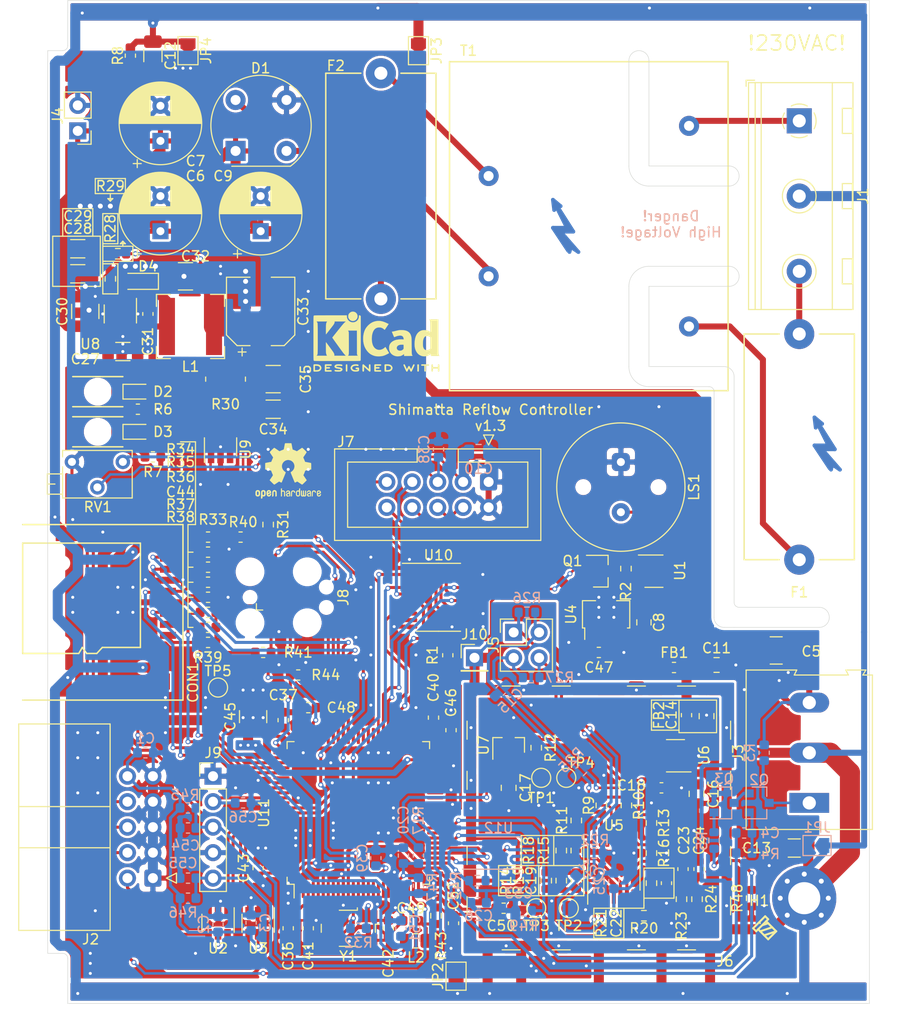
<source format=kicad_pcb>
(kicad_pcb (version 20171130) (host pcbnew 5.1.8)

  (general
    (thickness 1.6)
    (drawings 125)
    (tracks 1828)
    (zones 0)
    (modules 164)
    (nets 151)
  )

  (page A4)
  (layers
    (0 F.Cu signal)
    (31 B.Cu signal)
    (32 B.Adhes user)
    (33 F.Adhes user)
    (34 B.Paste user)
    (35 F.Paste user)
    (36 B.SilkS user)
    (37 F.SilkS user)
    (38 B.Mask user)
    (39 F.Mask user)
    (40 Dwgs.User user)
    (41 Cmts.User user)
    (42 Eco1.User user)
    (43 Eco2.User user)
    (44 Edge.Cuts user)
    (45 Margin user)
    (46 B.CrtYd user)
    (47 F.CrtYd user)
    (48 B.Fab user hide)
    (49 F.Fab user hide)
  )

  (setup
    (last_trace_width 0.25)
    (user_trace_width 0.3)
    (user_trace_width 0.4)
    (user_trace_width 0.6)
    (user_trace_width 1)
    (user_trace_width 2)
    (trace_clearance 0.2)
    (zone_clearance 0.25)
    (zone_45_only no)
    (trace_min 0.21)
    (via_size 0.5)
    (via_drill 0.3)
    (via_min_size 0.4)
    (via_min_drill 0.3)
    (user_via 0.9 0.5)
    (uvia_size 0.3)
    (uvia_drill 0.1)
    (uvias_allowed no)
    (uvia_min_size 0.2)
    (uvia_min_drill 0.1)
    (edge_width 0.05)
    (segment_width 0.2)
    (pcb_text_width 0.3)
    (pcb_text_size 1.5 1.5)
    (mod_edge_width 0.12)
    (mod_text_size 1 1)
    (mod_text_width 0.15)
    (pad_size 0.9 0.95)
    (pad_drill 0)
    (pad_to_mask_clearance 0.051)
    (solder_mask_min_width 0.25)
    (aux_axis_origin 13 13)
    (grid_origin 13 13)
    (visible_elements FFFFFF7F)
    (pcbplotparams
      (layerselection 0x010fc_ffffffff)
      (usegerberextensions true)
      (usegerberattributes false)
      (usegerberadvancedattributes false)
      (creategerberjobfile true)
      (excludeedgelayer true)
      (linewidth 0.100000)
      (plotframeref false)
      (viasonmask false)
      (mode 1)
      (useauxorigin false)
      (hpglpennumber 1)
      (hpglpenspeed 20)
      (hpglpendiameter 15.000000)
      (psnegative false)
      (psa4output false)
      (plotreference true)
      (plotvalue true)
      (plotinvisibletext false)
      (padsonsilk false)
      (subtractmaskfromsilk false)
      (outputformat 1)
      (mirror false)
      (drillshape 0)
      (scaleselection 1)
      (outputdirectory "gerber/"))
  )

  (net 0 "")
  (net 1 Earth)
  (net 2 GND)
  (net 3 +8V)
  (net 4 +3V3)
  (net 5 +5V)
  (net 6 /Controller/ENC1)
  (net 7 /Controller/ENC2)
  (net 8 /Controller/VREF)
  (net 9 /Controller/SW1)
  (net 10 /Frontend/FORCE+)
  (net 11 /Frontend/FORCE-)
  (net 12 /Frontend/SENS+)
  (net 13 /Frontend/SENS-)
  (net 14 /Controller/SDIO_D1)
  (net 15 /Controller/SDIO_D0)
  (net 16 /Controller/SDIO_CLK)
  (net 17 /Controller/SDIO_CMD)
  (net 18 /Controller/SDIO_D3)
  (net 19 /Controller/SDIO_D2)
  (net 20 /Controller/TEMP_IN)
  (net 21 /L_Trafo)
  (net 22 /L_IN)
  (net 23 /N_IN)
  (net 24 /DIGIO3)
  (net 25 /DIGIO2)
  (net 26 /DIGIO1)
  (net 27 /DIGIO0)
  (net 28 /Controller/SWDIO)
  (net 29 /Controller/SWCLK)
  (net 30 /Controller/PC_RX)
  (net 31 /Controller/PC_TX)
  (net 32 /Controller/~RST)
  (net 33 /Controller/LCD_VO)
  (net 34 /Controller/LCD_RS)
  (net 35 /Controller/LCD_EN)
  (net 36 /Controller/LCD_D3)
  (net 37 /Controller/LCD_D0)
  (net 38 /Controller/LCD_D2)
  (net 39 /Controller/LCD_D1)
  (net 40 /OUT0)
  (net 41 /OUT3)
  (net 42 /OUT2)
  (net 43 /OUT1)
  (net 44 /Controller/VDDA)
  (net 45 +5VL)
  (net 46 /Controller/CARD_DETECT)
  (net 47 +3.3VA)
  (net 48 /Frontend/VREF_OP)
  (net 49 /DIGIO0_PROT)
  (net 50 /DIGIO1_PROT)
  (net 51 /DIGIO2_PROT)
  (net 52 /DIGIO3_PROT)
  (net 53 "Net-(C4-Pad2)")
  (net 54 "Net-(C14-Pad1)")
  (net 55 "Net-(C19-Pad1)")
  (net 56 "Net-(C22-Pad2)")
  (net 57 "Net-(C22-Pad1)")
  (net 58 "Net-(C23-Pad1)")
  (net 59 "Net-(C31-Pad1)")
  (net 60 "Net-(C34-Pad1)")
  (net 61 "Net-(C42-Pad1)")
  (net 62 "Net-(D1-Pad4)")
  (net 63 "Net-(D1-Pad2)")
  (net 64 "Net-(D2-Pad1)")
  (net 65 "Net-(D3-Pad1)")
  (net 66 "Net-(F2-Pad2)")
  (net 67 "Net-(J3-Pad1)")
  (net 68 "Net-(J8-Pad5)")
  (net 69 "Net-(J8-Pad6)")
  (net 70 "Net-(J8-Pad8)")
  (net 71 "Net-(Q1-Pad1)")
  (net 72 "Net-(Q2-Pad2)")
  (net 73 "Net-(Q3-Pad1)")
  (net 74 /Controller/SSR_SAFETY_ENABLE)
  (net 75 "Net-(R10-Pad2)")
  (net 76 "Net-(R10-Pad1)")
  (net 77 /Controller/E_~CS)
  (net 78 "Net-(U9-Pad3)")
  (net 79 /Controller/E_SCK)
  (net 80 /Controller/E_MISO)
  (net 81 /Controller/E_MOSI)
  (net 82 "Net-(LS1-Pad2)")
  (net 83 "Net-(Q1-Pad3)")
  (net 84 "Net-(U11-Pad1)")
  (net 85 "/Digital Power Supply/DCDC_SW")
  (net 86 /Controller/EXT_WTCHDG_TOGGL)
  (net 87 "Net-(C41-Pad1)")
  (net 88 "Net-(C46-Pad1)")
  (net 89 "Net-(C48-Pad1)")
  (net 90 "Net-(C52-Pad2)")
  (net 91 "Net-(R11-Pad2)")
  (net 92 "Net-(R11-Pad1)")
  (net 93 "Net-(R13-Pad2)")
  (net 94 "Net-(R15-Pad1)")
  (net 95 "Net-(R20-Pad1)")
  (net 96 "Net-(R28-Pad1)")
  (net 97 "Net-(R31-Pad2)")
  (net 98 "Net-(U1-Pad1)")
  (net 99 "Net-(U6-Pad4)")
  (net 100 "Net-(U10-Pad17)")
  (net 101 "Net-(U10-Pad15)")
  (net 102 "Net-(U10-Pad9)")
  (net 103 "Net-(U10-Pad8)")
  (net 104 "Net-(U10-Pad7)")
  (net 105 "Net-(U10-Pad6)")
  (net 106 "Net-(U10-Pad4)")
  (net 107 "Net-(U10-Pad2)")
  (net 108 "Net-(U11-Pad2)")
  (net 109 "Net-(U11-Pad3)")
  (net 110 "Net-(U11-Pad4)")
  (net 111 "Net-(U11-Pad5)")
  (net 112 "Net-(U11-Pad7)")
  (net 113 "Net-(U11-Pad8)")
  (net 114 "Net-(U11-Pad9)")
  (net 115 "Net-(U11-Pad15)")
  (net 116 "Net-(U11-Pad16)")
  (net 117 "Net-(U11-Pad17)")
  (net 118 "Net-(U11-Pad18)")
  (net 119 "Net-(U11-Pad33)")
  (net 120 "Net-(U11-Pad34)")
  (net 121 "Net-(U11-Pad38)")
  (net 122 "Net-(U11-Pad40)")
  (net 123 "Net-(U11-Pad41)")
  (net 124 "Net-(U11-Pad42)")
  (net 125 "Net-(U11-Pad43)")
  (net 126 "Net-(U11-Pad44)")
  (net 127 "Net-(U11-Pad45)")
  (net 128 "Net-(U11-Pad46)")
  (net 129 "Net-(U11-Pad47)")
  (net 130 "Net-(U11-Pad48)")
  (net 131 "Net-(U11-Pad51)")
  (net 132 "Net-(U11-Pad52)")
  (net 133 "Net-(U11-Pad53)")
  (net 134 "Net-(U11-Pad54)")
  (net 135 "Net-(U11-Pad60)")
  (net 136 "Net-(U11-Pad61)")
  (net 137 "Net-(U11-Pad62)")
  (net 138 "Net-(U11-Pad63)")
  (net 139 "Net-(U11-Pad64)")
  (net 140 "Net-(U11-Pad70)")
  (net 141 "Net-(U11-Pad71)")
  (net 142 "Net-(U11-Pad77)")
  (net 143 "Net-(U11-Pad81)")
  (net 144 "Net-(U11-Pad82)")
  (net 145 "Net-(U11-Pad84)")
  (net 146 "Net-(U11-Pad86)")
  (net 147 "Net-(U11-Pad95)")
  (net 148 "Net-(U11-Pad96)")
  (net 149 "Net-(U11-Pad97)")
  (net 150 "Net-(U11-Pad98)")

  (net_class Default "This is the default net class."
    (clearance 0.2)
    (trace_width 0.25)
    (via_dia 0.5)
    (via_drill 0.3)
    (uvia_dia 0.3)
    (uvia_drill 0.1)
    (diff_pair_width 0.3)
    (diff_pair_gap 0.25)
    (add_net +3.3VA)
    (add_net +3V3)
    (add_net +5V)
    (add_net +5VL)
    (add_net +8V)
    (add_net /Controller/CARD_DETECT)
    (add_net /Controller/ENC1)
    (add_net /Controller/ENC2)
    (add_net /Controller/EXT_WTCHDG_TOGGL)
    (add_net /Controller/E_MISO)
    (add_net /Controller/E_MOSI)
    (add_net /Controller/E_SCK)
    (add_net /Controller/E_~CS)
    (add_net /Controller/LCD_D0)
    (add_net /Controller/LCD_D1)
    (add_net /Controller/LCD_D2)
    (add_net /Controller/LCD_D3)
    (add_net /Controller/LCD_EN)
    (add_net /Controller/LCD_RS)
    (add_net /Controller/LCD_VO)
    (add_net /Controller/PC_RX)
    (add_net /Controller/PC_TX)
    (add_net /Controller/SDIO_CLK)
    (add_net /Controller/SDIO_CMD)
    (add_net /Controller/SDIO_D0)
    (add_net /Controller/SDIO_D1)
    (add_net /Controller/SDIO_D2)
    (add_net /Controller/SDIO_D3)
    (add_net /Controller/SSR_SAFETY_ENABLE)
    (add_net /Controller/SW1)
    (add_net /Controller/SWCLK)
    (add_net /Controller/SWDIO)
    (add_net /Controller/TEMP_IN)
    (add_net /Controller/VDDA)
    (add_net /Controller/VREF)
    (add_net /Controller/~RST)
    (add_net /DIGIO0)
    (add_net /DIGIO0_PROT)
    (add_net /DIGIO1)
    (add_net /DIGIO1_PROT)
    (add_net /DIGIO2)
    (add_net /DIGIO2_PROT)
    (add_net /DIGIO3)
    (add_net /DIGIO3_PROT)
    (add_net "/Digital Power Supply/DCDC_SW")
    (add_net /Frontend/FORCE+)
    (add_net /Frontend/FORCE-)
    (add_net /Frontend/SENS+)
    (add_net /Frontend/SENS-)
    (add_net /Frontend/VREF_OP)
    (add_net /OUT0)
    (add_net /OUT1)
    (add_net /OUT2)
    (add_net /OUT3)
    (add_net Earth)
    (add_net GND)
    (add_net "Net-(C14-Pad1)")
    (add_net "Net-(C19-Pad1)")
    (add_net "Net-(C22-Pad1)")
    (add_net "Net-(C22-Pad2)")
    (add_net "Net-(C23-Pad1)")
    (add_net "Net-(C31-Pad1)")
    (add_net "Net-(C34-Pad1)")
    (add_net "Net-(C4-Pad2)")
    (add_net "Net-(C41-Pad1)")
    (add_net "Net-(C42-Pad1)")
    (add_net "Net-(C46-Pad1)")
    (add_net "Net-(C48-Pad1)")
    (add_net "Net-(C52-Pad2)")
    (add_net "Net-(D1-Pad2)")
    (add_net "Net-(D1-Pad4)")
    (add_net "Net-(D2-Pad1)")
    (add_net "Net-(D3-Pad1)")
    (add_net "Net-(F2-Pad2)")
    (add_net "Net-(J3-Pad1)")
    (add_net "Net-(J8-Pad5)")
    (add_net "Net-(J8-Pad6)")
    (add_net "Net-(J8-Pad8)")
    (add_net "Net-(LS1-Pad2)")
    (add_net "Net-(Q1-Pad1)")
    (add_net "Net-(Q1-Pad3)")
    (add_net "Net-(Q2-Pad2)")
    (add_net "Net-(Q3-Pad1)")
    (add_net "Net-(R10-Pad1)")
    (add_net "Net-(R10-Pad2)")
    (add_net "Net-(R11-Pad1)")
    (add_net "Net-(R11-Pad2)")
    (add_net "Net-(R13-Pad2)")
    (add_net "Net-(R15-Pad1)")
    (add_net "Net-(R20-Pad1)")
    (add_net "Net-(R28-Pad1)")
    (add_net "Net-(R31-Pad2)")
    (add_net "Net-(U1-Pad1)")
    (add_net "Net-(U10-Pad15)")
    (add_net "Net-(U10-Pad17)")
    (add_net "Net-(U10-Pad2)")
    (add_net "Net-(U10-Pad4)")
    (add_net "Net-(U10-Pad6)")
    (add_net "Net-(U10-Pad7)")
    (add_net "Net-(U10-Pad8)")
    (add_net "Net-(U10-Pad9)")
    (add_net "Net-(U11-Pad1)")
    (add_net "Net-(U11-Pad15)")
    (add_net "Net-(U11-Pad16)")
    (add_net "Net-(U11-Pad17)")
    (add_net "Net-(U11-Pad18)")
    (add_net "Net-(U11-Pad2)")
    (add_net "Net-(U11-Pad3)")
    (add_net "Net-(U11-Pad33)")
    (add_net "Net-(U11-Pad34)")
    (add_net "Net-(U11-Pad38)")
    (add_net "Net-(U11-Pad4)")
    (add_net "Net-(U11-Pad40)")
    (add_net "Net-(U11-Pad41)")
    (add_net "Net-(U11-Pad42)")
    (add_net "Net-(U11-Pad43)")
    (add_net "Net-(U11-Pad44)")
    (add_net "Net-(U11-Pad45)")
    (add_net "Net-(U11-Pad46)")
    (add_net "Net-(U11-Pad47)")
    (add_net "Net-(U11-Pad48)")
    (add_net "Net-(U11-Pad5)")
    (add_net "Net-(U11-Pad51)")
    (add_net "Net-(U11-Pad52)")
    (add_net "Net-(U11-Pad53)")
    (add_net "Net-(U11-Pad54)")
    (add_net "Net-(U11-Pad60)")
    (add_net "Net-(U11-Pad61)")
    (add_net "Net-(U11-Pad62)")
    (add_net "Net-(U11-Pad63)")
    (add_net "Net-(U11-Pad64)")
    (add_net "Net-(U11-Pad7)")
    (add_net "Net-(U11-Pad70)")
    (add_net "Net-(U11-Pad71)")
    (add_net "Net-(U11-Pad77)")
    (add_net "Net-(U11-Pad8)")
    (add_net "Net-(U11-Pad81)")
    (add_net "Net-(U11-Pad82)")
    (add_net "Net-(U11-Pad84)")
    (add_net "Net-(U11-Pad86)")
    (add_net "Net-(U11-Pad9)")
    (add_net "Net-(U11-Pad95)")
    (add_net "Net-(U11-Pad96)")
    (add_net "Net-(U11-Pad97)")
    (add_net "Net-(U11-Pad98)")
    (add_net "Net-(U6-Pad4)")
    (add_net "Net-(U9-Pad3)")
  )

  (net_class HV ""
    (clearance 2.55)
    (trace_width 1)
    (via_dia 0.5)
    (via_drill 0.3)
    (uvia_dia 0.3)
    (uvia_drill 0.1)
    (diff_pair_width 0.21)
    (diff_pair_gap 0.25)
    (add_net /L_IN)
    (add_net /L_Trafo)
    (add_net /N_IN)
  )

  (module Capacitor_SMD:C_0805_2012Metric (layer F.Cu) (tedit 5F68FEEE) (tstamp 5DEF1000)
    (at 82.75 79.25)
    (descr "Capacitor SMD 0805 (2012 Metric), square (rectangular) end terminal, IPC_7351 nominal, (Body size source: IPC-SM-782 page 76, https://www.pcb-3d.com/wordpress/wp-content/uploads/ipc-sm-782a_amendment_1_and_2.pdf, https://docs.google.com/spreadsheets/d/1BsfQQcO9C6DZCsRaXUlFlo91Tg2WpOkGARC1WS5S8t0/edit?usp=sharing), generated with kicad-footprint-generator")
    (tags capacitor)
    (path /5D99DEEA)
    (attr smd)
    (fp_text reference C11 (at 0 -1.68) (layer F.SilkS)
      (effects (font (size 1 1) (thickness 0.15)))
    )
    (fp_text value 1u (at 0 1.68) (layer F.Fab)
      (effects (font (size 1 1) (thickness 0.15)))
    )
    (fp_line (start 1.7 0.98) (end -1.7 0.98) (layer F.CrtYd) (width 0.05))
    (fp_line (start 1.7 -0.98) (end 1.7 0.98) (layer F.CrtYd) (width 0.05))
    (fp_line (start -1.7 -0.98) (end 1.7 -0.98) (layer F.CrtYd) (width 0.05))
    (fp_line (start -1.7 0.98) (end -1.7 -0.98) (layer F.CrtYd) (width 0.05))
    (fp_line (start -0.261252 0.735) (end 0.261252 0.735) (layer F.SilkS) (width 0.12))
    (fp_line (start -0.261252 -0.735) (end 0.261252 -0.735) (layer F.SilkS) (width 0.12))
    (fp_line (start 1 0.625) (end -1 0.625) (layer F.Fab) (width 0.1))
    (fp_line (start 1 -0.625) (end 1 0.625) (layer F.Fab) (width 0.1))
    (fp_line (start -1 -0.625) (end 1 -0.625) (layer F.Fab) (width 0.1))
    (fp_line (start -1 0.625) (end -1 -0.625) (layer F.Fab) (width 0.1))
    (fp_text user %R (at 0 0) (layer F.Fab)
      (effects (font (size 0.5 0.5) (thickness 0.08)))
    )
    (pad 2 smd roundrect (at 0.95 0) (size 1 1.45) (layers F.Cu F.Paste F.Mask) (roundrect_rratio 0.25)
      (net 2 GND))
    (pad 1 smd roundrect (at -0.95 0) (size 1 1.45) (layers F.Cu F.Paste F.Mask) (roundrect_rratio 0.25)
      (net 5 +5V))
    (model ${KISYS3DMOD}/Capacitor_SMD.3dshapes/C_0805_2012Metric.wrl
      (at (xyz 0 0 0))
      (scale (xyz 1 1 1))
      (rotate (xyz 0 0 0))
    )
  )

  (module Capacitor_SMD:C_0805_2012Metric (layer B.Cu) (tedit 5F68FEEE) (tstamp 5FC8E624)
    (at 59 58)
    (descr "Capacitor SMD 0805 (2012 Metric), square (rectangular) end terminal, IPC_7351 nominal, (Body size source: IPC-SM-782 page 76, https://www.pcb-3d.com/wordpress/wp-content/uploads/ipc-sm-782a_amendment_1_and_2.pdf, https://docs.google.com/spreadsheets/d/1BsfQQcO9C6DZCsRaXUlFlo91Tg2WpOkGARC1WS5S8t0/edit?usp=sharing), generated with kicad-footprint-generator")
    (tags capacitor)
    (path /5FD6ABF7)
    (attr smd)
    (fp_text reference C10 (at 0 1.68) (layer B.SilkS)
      (effects (font (size 1 1) (thickness 0.15)) (justify mirror))
    )
    (fp_text value 1u (at 0 -1.68) (layer B.Fab)
      (effects (font (size 1 1) (thickness 0.15)) (justify mirror))
    )
    (fp_line (start 1.7 -0.98) (end -1.7 -0.98) (layer B.CrtYd) (width 0.05))
    (fp_line (start 1.7 0.98) (end 1.7 -0.98) (layer B.CrtYd) (width 0.05))
    (fp_line (start -1.7 0.98) (end 1.7 0.98) (layer B.CrtYd) (width 0.05))
    (fp_line (start -1.7 -0.98) (end -1.7 0.98) (layer B.CrtYd) (width 0.05))
    (fp_line (start -0.261252 -0.735) (end 0.261252 -0.735) (layer B.SilkS) (width 0.12))
    (fp_line (start -0.261252 0.735) (end 0.261252 0.735) (layer B.SilkS) (width 0.12))
    (fp_line (start 1 -0.625) (end -1 -0.625) (layer B.Fab) (width 0.1))
    (fp_line (start 1 0.625) (end 1 -0.625) (layer B.Fab) (width 0.1))
    (fp_line (start -1 0.625) (end 1 0.625) (layer B.Fab) (width 0.1))
    (fp_line (start -1 -0.625) (end -1 0.625) (layer B.Fab) (width 0.1))
    (fp_text user %R (at 0 0) (layer B.Fab)
      (effects (font (size 0.5 0.5) (thickness 0.08)) (justify mirror))
    )
    (pad 2 smd roundrect (at 0.95 0) (size 1 1.45) (layers B.Cu B.Paste B.Mask) (roundrect_rratio 0.25)
      (net 2 GND))
    (pad 1 smd roundrect (at -0.95 0) (size 1 1.45) (layers B.Cu B.Paste B.Mask) (roundrect_rratio 0.25)
      (net 45 +5VL))
    (model ${KISYS3DMOD}/Capacitor_SMD.3dshapes/C_0805_2012Metric.wrl
      (at (xyz 0 0 0))
      (scale (xyz 1 1 1))
      (rotate (xyz 0 0 0))
    )
  )

  (module Inductor_SMD:L_0603_1608Metric (layer F.Cu) (tedit 5F68FEF0) (tstamp 5DEF12C3)
    (at 78.5 79.5 180)
    (descr "Inductor SMD 0603 (1608 Metric), square (rectangular) end terminal, IPC_7351 nominal, (Body size source: http://www.tortai-tech.com/upload/download/2011102023233369053.pdf), generated with kicad-footprint-generator")
    (tags inductor)
    (path /5D99D868)
    (attr smd)
    (fp_text reference FB1 (at -0.032 1.476) (layer F.SilkS)
      (effects (font (size 1 1) (thickness 0.15)))
    )
    (fp_text value "600 Z" (at 0 1.43) (layer F.Fab)
      (effects (font (size 1 1) (thickness 0.15)))
    )
    (fp_line (start -0.8 0.4) (end -0.8 -0.4) (layer F.Fab) (width 0.1))
    (fp_line (start -0.8 -0.4) (end 0.8 -0.4) (layer F.Fab) (width 0.1))
    (fp_line (start 0.8 -0.4) (end 0.8 0.4) (layer F.Fab) (width 0.1))
    (fp_line (start 0.8 0.4) (end -0.8 0.4) (layer F.Fab) (width 0.1))
    (fp_line (start -0.162779 -0.51) (end 0.162779 -0.51) (layer F.SilkS) (width 0.12))
    (fp_line (start -0.162779 0.51) (end 0.162779 0.51) (layer F.SilkS) (width 0.12))
    (fp_line (start -1.48 0.73) (end -1.48 -0.73) (layer F.CrtYd) (width 0.05))
    (fp_line (start -1.48 -0.73) (end 1.48 -0.73) (layer F.CrtYd) (width 0.05))
    (fp_line (start 1.48 -0.73) (end 1.48 0.73) (layer F.CrtYd) (width 0.05))
    (fp_line (start 1.48 0.73) (end -1.48 0.73) (layer F.CrtYd) (width 0.05))
    (fp_text user %R (at 0 0) (layer F.Fab)
      (effects (font (size 0.4 0.4) (thickness 0.06)))
    )
    (pad 2 smd roundrect (at 0.7875 0 180) (size 0.875 0.95) (layers F.Cu F.Paste F.Mask) (roundrect_rratio 0.25)
      (net 45 +5VL))
    (pad 1 smd roundrect (at -0.7875 0 180) (size 0.875 0.95) (layers F.Cu F.Paste F.Mask) (roundrect_rratio 0.25)
      (net 5 +5V))
    (model ${KISYS3DMOD}/Inductor_SMD.3dshapes/L_0603_1608Metric.wrl
      (at (xyz 0 0 0))
      (scale (xyz 1 1 1))
      (rotate (xyz 0 0 0))
    )
  )

  (module Capacitor_SMD:C_0805_2012Metric (layer F.Cu) (tedit 5F68FEEE) (tstamp 5FBE6FC9)
    (at 62 91.5 270)
    (descr "Capacitor SMD 0805 (2012 Metric), square (rectangular) end terminal, IPC_7351 nominal, (Body size source: IPC-SM-782 page 76, https://www.pcb-3d.com/wordpress/wp-content/uploads/ipc-sm-782a_amendment_1_and_2.pdf, https://docs.google.com/spreadsheets/d/1BsfQQcO9C6DZCsRaXUlFlo91Tg2WpOkGARC1WS5S8t0/edit?usp=sharing), generated with kicad-footprint-generator")
    (tags capacitor)
    (path /5D8C5188/5E55CA76)
    (attr smd)
    (fp_text reference C17 (at 0 -1.68 90) (layer F.SilkS)
      (effects (font (size 1 1) (thickness 0.15)))
    )
    (fp_text value 10u (at 0 1.68 90) (layer F.Fab)
      (effects (font (size 1 1) (thickness 0.15)))
    )
    (fp_line (start 1.7 0.98) (end -1.7 0.98) (layer F.CrtYd) (width 0.05))
    (fp_line (start 1.7 -0.98) (end 1.7 0.98) (layer F.CrtYd) (width 0.05))
    (fp_line (start -1.7 -0.98) (end 1.7 -0.98) (layer F.CrtYd) (width 0.05))
    (fp_line (start -1.7 0.98) (end -1.7 -0.98) (layer F.CrtYd) (width 0.05))
    (fp_line (start -0.261252 0.735) (end 0.261252 0.735) (layer F.SilkS) (width 0.12))
    (fp_line (start -0.261252 -0.735) (end 0.261252 -0.735) (layer F.SilkS) (width 0.12))
    (fp_line (start 1 0.625) (end -1 0.625) (layer F.Fab) (width 0.1))
    (fp_line (start 1 -0.625) (end 1 0.625) (layer F.Fab) (width 0.1))
    (fp_line (start -1 -0.625) (end 1 -0.625) (layer F.Fab) (width 0.1))
    (fp_line (start -1 0.625) (end -1 -0.625) (layer F.Fab) (width 0.1))
    (fp_text user %R (at 0 0 90) (layer F.Fab)
      (effects (font (size 0.5 0.5) (thickness 0.08)))
    )
    (pad 2 smd roundrect (at 0.95 0 270) (size 1 1.45) (layers F.Cu F.Paste F.Mask) (roundrect_rratio 0.25)
      (net 2 GND))
    (pad 1 smd roundrect (at -0.95 0 270) (size 1 1.45) (layers F.Cu F.Paste F.Mask) (roundrect_rratio 0.25)
      (net 48 /Frontend/VREF_OP))
    (model ${KISYS3DMOD}/Capacitor_SMD.3dshapes/C_0805_2012Metric.wrl
      (at (xyz 0 0 0))
      (scale (xyz 1 1 1))
      (rotate (xyz 0 0 0))
    )
  )

  (module shimatta_buzzer:PKM13EPYH4002-B0 (layer F.Cu) (tedit 5FCB9B1D) (tstamp 5FCC3E58)
    (at 73.198 61.514 270)
    (tags buzzer,piezo)
    (path /5D891662)
    (fp_text reference LS1 (at 0 -7.3 90) (layer F.SilkS)
      (effects (font (size 1 1) (thickness 0.15)))
    )
    (fp_text value Buzzer (at 0 -1.7 90) (layer F.Fab)
      (effects (font (size 1 1) (thickness 0.15)))
    )
    (fp_circle (center 0 0) (end 6.5 0) (layer F.Fab) (width 0.12))
    (fp_circle (center 0 0) (end 6.5 0) (layer F.CrtYd) (width 0.12))
    (fp_circle (center 0 0) (end 6.4 0) (layer F.SilkS) (width 0.12))
    (pad "" np_thru_hole circle (at 0 -3.75 270) (size 1.1 1.1) (drill 1.1) (layers *.Cu *.Mask))
    (pad "" np_thru_hole circle (at 0 3.75 270) (size 1.1 1.1) (drill 1.1) (layers *.Cu *.Mask))
    (pad 2 thru_hole circle (at 2.5 0 270) (size 1.8 1.8) (drill 0.8) (layers *.Cu *.Mask)
      (net 82 "Net-(LS1-Pad2)"))
    (pad 1 thru_hole roundrect (at -2.5 0 270) (size 1.8 1.8) (drill 0.8) (layers *.Cu *.Mask) (roundrect_rratio 0.25)
      (net 2 GND))
  )

  (module Connector_PinHeader_2.54mm:PinHeader_1x01_P2.54mm_Vertical (layer F.Cu) (tedit 59FED5CC) (tstamp 5FCA948C)
    (at 58.593 78.532)
    (descr "Through hole straight pin header, 1x01, 2.54mm pitch, single row")
    (tags "Through hole pin header THT 1x01 2.54mm single row")
    (path /5FCB5841)
    (fp_text reference J10 (at 0 -2.33) (layer F.SilkS)
      (effects (font (size 1 1) (thickness 0.15)))
    )
    (fp_text value Conn_01x01 (at 0 2.33) (layer F.Fab)
      (effects (font (size 1 1) (thickness 0.15)))
    )
    (fp_line (start -0.635 -1.27) (end 1.27 -1.27) (layer F.Fab) (width 0.1))
    (fp_line (start 1.27 -1.27) (end 1.27 1.27) (layer F.Fab) (width 0.1))
    (fp_line (start 1.27 1.27) (end -1.27 1.27) (layer F.Fab) (width 0.1))
    (fp_line (start -1.27 1.27) (end -1.27 -0.635) (layer F.Fab) (width 0.1))
    (fp_line (start -1.27 -0.635) (end -0.635 -1.27) (layer F.Fab) (width 0.1))
    (fp_line (start -1.33 1.33) (end 1.33 1.33) (layer F.SilkS) (width 0.12))
    (fp_line (start -1.33 1.27) (end -1.33 1.33) (layer F.SilkS) (width 0.12))
    (fp_line (start 1.33 1.27) (end 1.33 1.33) (layer F.SilkS) (width 0.12))
    (fp_line (start -1.33 1.27) (end 1.33 1.27) (layer F.SilkS) (width 0.12))
    (fp_line (start -1.33 0) (end -1.33 -1.33) (layer F.SilkS) (width 0.12))
    (fp_line (start -1.33 -1.33) (end 0 -1.33) (layer F.SilkS) (width 0.12))
    (fp_line (start -1.8 -1.8) (end -1.8 1.8) (layer F.CrtYd) (width 0.05))
    (fp_line (start -1.8 1.8) (end 1.8 1.8) (layer F.CrtYd) (width 0.05))
    (fp_line (start 1.8 1.8) (end 1.8 -1.8) (layer F.CrtYd) (width 0.05))
    (fp_line (start 1.8 -1.8) (end -1.8 -1.8) (layer F.CrtYd) (width 0.05))
    (fp_text user %R (at 0 0 90) (layer F.Fab)
      (effects (font (size 1 1) (thickness 0.15)))
    )
    (pad 1 thru_hole rect (at 0 0) (size 1.7 1.7) (drill 1) (layers *.Cu *.Mask)
      (net 1 Earth))
    (model ${KISYS3DMOD}/Connector_PinHeader_2.54mm.3dshapes/PinHeader_1x01_P2.54mm_Vertical.wrl
      (at (xyz 0 0 0))
      (scale (xyz 1 1 1))
      (rotate (xyz 0 0 0))
    )
  )

  (module Resistor_SMD:R_0603_1608Metric (layer B.Cu) (tedit 5F68FEEE) (tstamp 5FCA6BA2)
    (at 63.5 103.75 180)
    (descr "Resistor SMD 0603 (1608 Metric), square (rectangular) end terminal, IPC_7351 nominal, (Body size source: IPC-SM-782 page 72, https://www.pcb-3d.com/wordpress/wp-content/uploads/ipc-sm-782a_amendment_1_and_2.pdf), generated with kicad-footprint-generator")
    (tags resistor)
    (path /5FEA7746)
    (attr smd)
    (fp_text reference R49 (at 0 -1.5 180) (layer B.SilkS)
      (effects (font (size 1 1) (thickness 0.15)) (justify mirror))
    )
    (fp_text value 22k (at 0 -1.43) (layer B.Fab)
      (effects (font (size 1 1) (thickness 0.15)) (justify mirror))
    )
    (fp_line (start 1.48 -0.73) (end -1.48 -0.73) (layer B.CrtYd) (width 0.05))
    (fp_line (start 1.48 0.73) (end 1.48 -0.73) (layer B.CrtYd) (width 0.05))
    (fp_line (start -1.48 0.73) (end 1.48 0.73) (layer B.CrtYd) (width 0.05))
    (fp_line (start -1.48 -0.73) (end -1.48 0.73) (layer B.CrtYd) (width 0.05))
    (fp_line (start -0.237258 -0.5225) (end 0.237258 -0.5225) (layer B.SilkS) (width 0.12))
    (fp_line (start -0.237258 0.5225) (end 0.237258 0.5225) (layer B.SilkS) (width 0.12))
    (fp_line (start 0.8 -0.4125) (end -0.8 -0.4125) (layer B.Fab) (width 0.1))
    (fp_line (start 0.8 0.4125) (end 0.8 -0.4125) (layer B.Fab) (width 0.1))
    (fp_line (start -0.8 0.4125) (end 0.8 0.4125) (layer B.Fab) (width 0.1))
    (fp_line (start -0.8 -0.4125) (end -0.8 0.4125) (layer B.Fab) (width 0.1))
    (fp_text user %R (at 0 0) (layer B.Fab)
      (effects (font (size 0.4 0.4) (thickness 0.06)) (justify mirror))
    )
    (pad 2 smd roundrect (at 0.825 0 180) (size 0.8 0.95) (layers B.Cu B.Paste B.Mask) (roundrect_rratio 0.25)
      (net 2 GND))
    (pad 1 smd roundrect (at -0.825 0 180) (size 0.8 0.95) (layers B.Cu B.Paste B.Mask) (roundrect_rratio 0.25)
      (net 40 /OUT0))
    (model ${KISYS3DMOD}/Resistor_SMD.3dshapes/R_0603_1608Metric.wrl
      (at (xyz 0 0 0))
      (scale (xyz 1 1 1))
      (rotate (xyz 0 0 0))
    )
  )

  (module Resistor_SMD:R_0603_1608Metric (layer F.Cu) (tedit 5F68FEEE) (tstamp 5FCA6B91)
    (at 86.25 102.5 90)
    (descr "Resistor SMD 0603 (1608 Metric), square (rectangular) end terminal, IPC_7351 nominal, (Body size source: IPC-SM-782 page 72, https://www.pcb-3d.com/wordpress/wp-content/uploads/ipc-sm-782a_amendment_1_and_2.pdf), generated with kicad-footprint-generator")
    (tags resistor)
    (path /5FE64C65)
    (attr smd)
    (fp_text reference R48 (at 0 -1.43 90) (layer F.SilkS)
      (effects (font (size 1 1) (thickness 0.15)))
    )
    (fp_text value 22k (at 0 1.43 90) (layer F.Fab)
      (effects (font (size 1 1) (thickness 0.15)))
    )
    (fp_line (start 1.48 0.73) (end -1.48 0.73) (layer F.CrtYd) (width 0.05))
    (fp_line (start 1.48 -0.73) (end 1.48 0.73) (layer F.CrtYd) (width 0.05))
    (fp_line (start -1.48 -0.73) (end 1.48 -0.73) (layer F.CrtYd) (width 0.05))
    (fp_line (start -1.48 0.73) (end -1.48 -0.73) (layer F.CrtYd) (width 0.05))
    (fp_line (start -0.237258 0.5225) (end 0.237258 0.5225) (layer F.SilkS) (width 0.12))
    (fp_line (start -0.237258 -0.5225) (end 0.237258 -0.5225) (layer F.SilkS) (width 0.12))
    (fp_line (start 0.8 0.4125) (end -0.8 0.4125) (layer F.Fab) (width 0.1))
    (fp_line (start 0.8 -0.4125) (end 0.8 0.4125) (layer F.Fab) (width 0.1))
    (fp_line (start -0.8 -0.4125) (end 0.8 -0.4125) (layer F.Fab) (width 0.1))
    (fp_line (start -0.8 0.4125) (end -0.8 -0.4125) (layer F.Fab) (width 0.1))
    (fp_text user %R (at 0 0 90) (layer F.Fab)
      (effects (font (size 0.4 0.4) (thickness 0.06)))
    )
    (pad 2 smd roundrect (at 0.825 0 90) (size 0.8 0.95) (layers F.Cu F.Paste F.Mask) (roundrect_rratio 0.25)
      (net 74 /Controller/SSR_SAFETY_ENABLE))
    (pad 1 smd roundrect (at -0.825 0 90) (size 0.8 0.95) (layers F.Cu F.Paste F.Mask) (roundrect_rratio 0.25)
      (net 2 GND))
    (model ${KISYS3DMOD}/Resistor_SMD.3dshapes/R_0603_1608Metric.wrl
      (at (xyz 0 0 0))
      (scale (xyz 1 1 1))
      (rotate (xyz 0 0 0))
    )
  )

  (module Capacitor_SMD:C_0603_1608Metric (layer B.Cu) (tedit 5FC80D21) (tstamp 5FCA81B2)
    (at 59 102.95 180)
    (descr "Capacitor SMD 0603 (1608 Metric), square (rectangular) end terminal, IPC_7351 nominal, (Body size source: IPC-SM-782 page 76, https://www.pcb-3d.com/wordpress/wp-content/uploads/ipc-sm-782a_amendment_1_and_2.pdf), generated with kicad-footprint-generator")
    (tags capacitor)
    (path /5D77EC9D/5FE1A5FC)
    (attr smd)
    (fp_text reference C26 (at 0 -1.3) (layer B.SilkS)
      (effects (font (size 1 1) (thickness 0.15)) (justify mirror))
    )
    (fp_text value 100n (at 0 -1.43) (layer B.Fab)
      (effects (font (size 1 1) (thickness 0.15)) (justify mirror))
    )
    (fp_line (start 1.48 -0.73) (end -1.48 -0.73) (layer B.CrtYd) (width 0.05))
    (fp_line (start 1.48 0.73) (end 1.48 -0.73) (layer B.CrtYd) (width 0.05))
    (fp_line (start -1.48 0.73) (end 1.48 0.73) (layer B.CrtYd) (width 0.05))
    (fp_line (start -1.48 -0.73) (end -1.48 0.73) (layer B.CrtYd) (width 0.05))
    (fp_line (start -0.14058 -0.51) (end 0.14058 -0.51) (layer B.SilkS) (width 0.12))
    (fp_line (start -0.14058 0.51) (end 0.14058 0.51) (layer B.SilkS) (width 0.12))
    (fp_line (start 0.8 -0.4) (end -0.8 -0.4) (layer B.Fab) (width 0.1))
    (fp_line (start 0.8 0.4) (end 0.8 -0.4) (layer B.Fab) (width 0.1))
    (fp_line (start -0.8 0.4) (end 0.8 0.4) (layer B.Fab) (width 0.1))
    (fp_line (start -0.8 -0.4) (end -0.8 0.4) (layer B.Fab) (width 0.1))
    (fp_text user %R (at 0 0) (layer B.Fab)
      (effects (font (size 0.4 0.4) (thickness 0.06)) (justify mirror))
    )
    (pad 2 smd roundrect (at 0.775 0 180) (size 0.9 0.95) (layers B.Cu B.Paste B.Mask) (roundrect_rratio 0.25)
      (net 2 GND) (zone_connect 2))
    (pad 1 smd roundrect (at -0.775 0 180) (size 0.9 0.95) (layers B.Cu B.Paste B.Mask) (roundrect_rratio 0.25)
      (net 4 +3V3))
    (model ${KISYS3DMOD}/Capacitor_SMD.3dshapes/C_0603_1608Metric.wrl
      (at (xyz 0 0 0))
      (scale (xyz 1 1 1))
      (rotate (xyz 0 0 0))
    )
  )

  (module Package_TO_SOT_SMD:SOT-89-3 (layer F.Cu) (tedit 5C33D6E8) (tstamp 5FC87242)
    (at 71.725 74.5 90)
    (descr "SOT-89-3, http://ww1.microchip.com/downloads/en/DeviceDoc/3L_SOT-89_MB_C04-029C.pdf")
    (tags SOT-89-3)
    (path /5FCBC8E6)
    (attr smd)
    (fp_text reference U4 (at 0.3 -3.5 90) (layer F.SilkS)
      (effects (font (size 1 1) (thickness 0.15)))
    )
    (fp_text value LDK220U50R (at 0.3 3.5 90) (layer F.Fab)
      (effects (font (size 1 1) (thickness 0.15)))
    )
    (fp_line (start -1.06 2.36) (end -1.06 2.13) (layer F.SilkS) (width 0.12))
    (fp_line (start -1.06 -2.36) (end -1.06 -2.13) (layer F.SilkS) (width 0.12))
    (fp_line (start -1.06 -2.36) (end 1.66 -2.36) (layer F.SilkS) (width 0.12))
    (fp_line (start -2.55 2.5) (end -2.55 -2.5) (layer F.CrtYd) (width 0.05))
    (fp_line (start -2.55 2.5) (end 2.55 2.5) (layer F.CrtYd) (width 0.05))
    (fp_line (start 2.55 -2.5) (end -2.55 -2.5) (layer F.CrtYd) (width 0.05))
    (fp_line (start 2.55 -2.5) (end 2.55 2.5) (layer F.CrtYd) (width 0.05))
    (fp_line (start 0.05 -2.25) (end 1.55 -2.25) (layer F.Fab) (width 0.1))
    (fp_line (start -0.95 2.25) (end -0.95 -1.25) (layer F.Fab) (width 0.1))
    (fp_line (start 1.55 2.25) (end -0.95 2.25) (layer F.Fab) (width 0.1))
    (fp_line (start 1.55 -2.25) (end 1.55 2.25) (layer F.Fab) (width 0.1))
    (fp_line (start -0.95 -1.25) (end 0.05 -2.25) (layer F.Fab) (width 0.1))
    (fp_line (start 1.66 -2.36) (end 1.66 -1.05) (layer F.SilkS) (width 0.12))
    (fp_line (start -2.2 -2.13) (end -1.06 -2.13) (layer F.SilkS) (width 0.12))
    (fp_line (start 1.66 2.36) (end -1.06 2.36) (layer F.SilkS) (width 0.12))
    (fp_line (start 1.66 1.05) (end 1.66 2.36) (layer F.SilkS) (width 0.12))
    (fp_text user %R (at 0.5 0) (layer F.Fab)
      (effects (font (size 1 1) (thickness 0.15)))
    )
    (pad 2 smd custom (at -1.5625 0 90) (size 1.475 0.9) (layers F.Cu F.Paste F.Mask)
      (net 2 GND) (zone_connect 2)
      (options (clearance outline) (anchor rect))
      (primitives
        (gr_poly (pts
           (xy 0.7375 -0.8665) (xy 3.8625 -0.8665) (xy 3.8625 0.8665) (xy 0.7375 0.8665)) (width 0))
      ))
    (pad 3 smd rect (at -1.65 1.5 90) (size 1.3 0.9) (layers F.Cu F.Paste F.Mask)
      (net 3 +8V))
    (pad 1 smd rect (at -1.65 -1.5 90) (size 1.3 0.9) (layers F.Cu F.Paste F.Mask)
      (net 45 +5VL))
    (model ${KISYS3DMOD}/Package_TO_SOT_SMD.3dshapes/SOT-89-3.wrl
      (at (xyz 0 0 0))
      (scale (xyz 1 1 1))
      (rotate (xyz 0 0 0))
    )
  )

  (module shimatta_tht:BV-EI-303-2010 locked (layer F.Cu) (tedit 5FC3F18F) (tstamp 5FC1AA9A)
    (at 70 35.5 180)
    (path /5D6EA3F7)
    (fp_text reference T1 (at 12 17.5) (layer F.SilkS)
      (effects (font (size 1 1) (thickness 0.15)))
    )
    (fp_text value BV-EI-303-2050 (at 0 -0.5) (layer F.Fab)
      (effects (font (size 1 1) (thickness 0.15)))
    )
    (fp_line (start 13.97 -16.51) (end -13.97 -16.51) (layer F.Fab) (width 0.12))
    (fp_line (start 13.97 16.51) (end 13.97 -16.51) (layer F.Fab) (width 0.12))
    (fp_line (start -13.97 16.51) (end 13.97 16.51) (layer F.Fab) (width 0.12))
    (fp_line (start -13.97 -16.51) (end -13.97 16.51) (layer F.Fab) (width 0.12))
    (fp_line (start -13.97 16.51) (end -13.97 -16.51) (layer F.CrtYd) (width 0.12))
    (fp_line (start 13.97 16.51) (end -13.97 16.51) (layer F.CrtYd) (width 0.12))
    (fp_line (start 13.97 -16.51) (end 13.97 16.51) (layer F.CrtYd) (width 0.12))
    (fp_line (start -13.97 -16.51) (end 13.97 -16.51) (layer F.CrtYd) (width 0.12))
    (fp_line (start -13.9 -16.4) (end 13.9 -16.4) (layer F.SilkS) (width 0.15))
    (fp_line (start -13.9 -16.4) (end -13.9 16.4) (layer F.SilkS) (width 0.15))
    (fp_line (start -13.9 16.4) (end 13.9 16.4) (layer F.SilkS) (width 0.15))
    (fp_line (start 13.9 -16.4) (end 13.9 16.4) (layer F.SilkS) (width 0.15))
    (pad 4 thru_hole circle (at 10 -5 180) (size 2 2) (drill 1) (layers *.Cu *.Mask)
      (net 63 "Net-(D1-Pad2)"))
    (pad 3 thru_hole circle (at 10 5 180) (size 2 2) (drill 1) (layers *.Cu *.Mask)
      (net 66 "Net-(F2-Pad2)"))
    (pad 2 thru_hole circle (at -10 -10 180) (size 2 2) (drill 1) (layers *.Cu *.Mask)
      (net 21 /L_Trafo))
    (pad 1 thru_hole circle (at -10 10 180) (size 2 2) (drill 1) (layers *.Cu *.Mask)
      (net 23 /N_IN))
  )

  (module Connector_IDC:IDC-Header_2x05_P2.54mm_Vertical (layer F.Cu) (tedit 5EAC9A07) (tstamp 5FC5138E)
    (at 60 61 270)
    (descr "Through hole IDC box header, 2x05, 2.54mm pitch, DIN 41651 / IEC 60603-13, double rows, https://docs.google.com/spreadsheets/d/16SsEcesNF15N3Lb4niX7dcUr-NY5_MFPQhobNuNppn4/edit#gid=0")
    (tags "Through hole vertical IDC box header THT 2x05 2.54mm double row")
    (path /5D77EC9D/5E102471)
    (fp_text reference J7 (at -4 14.25 180) (layer F.SilkS)
      (effects (font (size 1 1) (thickness 0.15)))
    )
    (fp_text value LCD (at 1.27 16.26 90) (layer F.Fab)
      (effects (font (size 1 1) (thickness 0.15)))
    )
    (fp_line (start 6.22 -5.6) (end -3.68 -5.6) (layer F.CrtYd) (width 0.05))
    (fp_line (start 6.22 15.76) (end 6.22 -5.6) (layer F.CrtYd) (width 0.05))
    (fp_line (start -3.68 15.76) (end 6.22 15.76) (layer F.CrtYd) (width 0.05))
    (fp_line (start -3.68 -5.6) (end -3.68 15.76) (layer F.CrtYd) (width 0.05))
    (fp_line (start -4.68 0.5) (end -3.68 0) (layer F.SilkS) (width 0.12))
    (fp_line (start -4.68 -0.5) (end -4.68 0.5) (layer F.SilkS) (width 0.12))
    (fp_line (start -3.68 0) (end -4.68 -0.5) (layer F.SilkS) (width 0.12))
    (fp_line (start -1.98 7.13) (end -3.29 7.13) (layer F.SilkS) (width 0.12))
    (fp_line (start -1.98 7.13) (end -1.98 7.13) (layer F.SilkS) (width 0.12))
    (fp_line (start -1.98 14.07) (end -1.98 7.13) (layer F.SilkS) (width 0.12))
    (fp_line (start 4.52 14.07) (end -1.98 14.07) (layer F.SilkS) (width 0.12))
    (fp_line (start 4.52 -3.91) (end 4.52 14.07) (layer F.SilkS) (width 0.12))
    (fp_line (start -1.98 -3.91) (end 4.52 -3.91) (layer F.SilkS) (width 0.12))
    (fp_line (start -1.98 3.03) (end -1.98 -3.91) (layer F.SilkS) (width 0.12))
    (fp_line (start -3.29 3.03) (end -1.98 3.03) (layer F.SilkS) (width 0.12))
    (fp_line (start -3.29 15.37) (end -3.29 -5.21) (layer F.SilkS) (width 0.12))
    (fp_line (start 5.83 15.37) (end -3.29 15.37) (layer F.SilkS) (width 0.12))
    (fp_line (start 5.83 -5.21) (end 5.83 15.37) (layer F.SilkS) (width 0.12))
    (fp_line (start -3.29 -5.21) (end 5.83 -5.21) (layer F.SilkS) (width 0.12))
    (fp_line (start -1.98 7.13) (end -3.18 7.13) (layer F.Fab) (width 0.1))
    (fp_line (start -1.98 7.13) (end -1.98 7.13) (layer F.Fab) (width 0.1))
    (fp_line (start -1.98 14.07) (end -1.98 7.13) (layer F.Fab) (width 0.1))
    (fp_line (start 4.52 14.07) (end -1.98 14.07) (layer F.Fab) (width 0.1))
    (fp_line (start 4.52 -3.91) (end 4.52 14.07) (layer F.Fab) (width 0.1))
    (fp_line (start -1.98 -3.91) (end 4.52 -3.91) (layer F.Fab) (width 0.1))
    (fp_line (start -1.98 3.03) (end -1.98 -3.91) (layer F.Fab) (width 0.1))
    (fp_line (start -3.18 3.03) (end -1.98 3.03) (layer F.Fab) (width 0.1))
    (fp_line (start -3.18 15.26) (end -3.18 -4.1) (layer F.Fab) (width 0.1))
    (fp_line (start 5.72 15.26) (end -3.18 15.26) (layer F.Fab) (width 0.1))
    (fp_line (start 5.72 -5.1) (end 5.72 15.26) (layer F.Fab) (width 0.1))
    (fp_line (start -2.18 -5.1) (end 5.72 -5.1) (layer F.Fab) (width 0.1))
    (fp_line (start -3.18 -4.1) (end -2.18 -5.1) (layer F.Fab) (width 0.1))
    (fp_text user %R (at -4 0) (layer F.Fab)
      (effects (font (size 1 1) (thickness 0.15)))
    )
    (pad 10 thru_hole circle (at 2.54 10.16 270) (size 1.7 1.7) (drill 1) (layers *.Cu *.Mask)
      (net 39 /Controller/LCD_D1))
    (pad 8 thru_hole circle (at 2.54 7.62 270) (size 1.7 1.7) (drill 1) (layers *.Cu *.Mask)
      (net 37 /Controller/LCD_D0))
    (pad 6 thru_hole circle (at 2.54 5.08 270) (size 1.7 1.7) (drill 1) (layers *.Cu *.Mask)
      (net 35 /Controller/LCD_EN))
    (pad 4 thru_hole circle (at 2.54 2.54 270) (size 1.7 1.7) (drill 1) (layers *.Cu *.Mask)
      (net 34 /Controller/LCD_RS))
    (pad 2 thru_hole circle (at 2.54 0 270) (size 1.7 1.7) (drill 1) (layers *.Cu *.Mask)
      (net 2 GND))
    (pad 9 thru_hole circle (at 0 10.16 270) (size 1.7 1.7) (drill 1) (layers *.Cu *.Mask)
      (net 38 /Controller/LCD_D2))
    (pad 7 thru_hole circle (at 0 7.62 270) (size 1.7 1.7) (drill 1) (layers *.Cu *.Mask)
      (net 36 /Controller/LCD_D3))
    (pad 5 thru_hole circle (at 0 5.08 270) (size 1.7 1.7) (drill 1) (layers *.Cu *.Mask)
      (net 33 /Controller/LCD_VO))
    (pad 3 thru_hole circle (at 0 2.54 270) (size 1.7 1.7) (drill 1) (layers *.Cu *.Mask)
      (net 45 +5VL))
    (pad 1 thru_hole roundrect (at 0 0 270) (size 1.7 1.7) (drill 1) (layers *.Cu *.Mask) (roundrect_rratio 0.147059)
      (net 2 GND))
    (model ${KISYS3DMOD}/Connector_IDC.3dshapes/IDC-Header_2x05_P2.54mm_Vertical.wrl
      (at (xyz 0 0 0))
      (scale (xyz 1 1 1))
      (rotate (xyz 0 0 0))
    )
  )

  (module TestPoint:TestPoint_Pad_D1.5mm (layer F.Cu) (tedit 5FC2AA24) (tstamp 5FC31120)
    (at 33 81.5)
    (descr "SMD pad as test Point, diameter 1.5mm")
    (tags "test point SMD pad")
    (path /5D8C5188/5FC480E3)
    (attr virtual)
    (fp_text reference TP5 (at 0 -1.648) (layer F.SilkS)
      (effects (font (size 1 1) (thickness 0.15)))
    )
    (fp_text value GND (at 0 1.75) (layer F.Fab)
      (effects (font (size 1 1) (thickness 0.15)))
    )
    (fp_circle (center 0 0) (end 1.25 0) (layer F.CrtYd) (width 0.05))
    (fp_circle (center 0 0) (end 0 0.95) (layer F.SilkS) (width 0.12))
    (fp_text user %R (at 0 -1.65) (layer F.Fab)
      (effects (font (size 1 1) (thickness 0.15)))
    )
    (pad 1 smd circle (at 0 0) (size 1.5 1.5) (layers F.Cu F.Mask)
      (net 2 GND) (zone_connect 2))
  )

  (module TestPoint:TestPoint_Pad_D1.5mm (layer F.Cu) (tedit 5FC2A9A9) (tstamp 5FC314C6)
    (at 67.75 90.5)
    (descr "SMD pad as test Point, diameter 1.5mm")
    (tags "test point SMD pad")
    (path /5D8C5188/5FC423D1)
    (attr virtual)
    (fp_text reference TP4 (at 1.5 -1.5) (layer F.SilkS)
      (effects (font (size 1 1) (thickness 0.15)))
    )
    (fp_text value GND (at 0 1.75) (layer F.Fab)
      (effects (font (size 1 1) (thickness 0.15)))
    )
    (fp_circle (center 0 0) (end 1.25 0) (layer F.CrtYd) (width 0.05))
    (fp_circle (center 0 0) (end 0 0.95) (layer F.SilkS) (width 0.12))
    (fp_text user %R (at 0 -1.65) (layer F.Fab)
      (effects (font (size 1 1) (thickness 0.15)))
    )
    (pad 1 smd circle (at 0 0) (size 1.5 1.5) (layers F.Cu F.Mask)
      (net 2 GND) (zone_connect 2))
  )

  (module Symbol:Symbol_Highvoltage_Type1_CopperTop_Small (layer B.Cu) (tedit 0) (tstamp 5FC32259)
    (at 92.9 56.6)
    (descr "Symbol, Highvoltage, Type 1, Copper Top, Small,")
    (tags "Symbol, Highvoltage, Type 1, Copper Top, Small,")
    (attr virtual)
    (fp_text reference REF** (at 1.016 5.207) (layer B.SilkS) hide
      (effects (font (size 1 1) (thickness 0.15)) (justify mirror))
    )
    (fp_text value Symbol_Highvoltage_Type1_CopperTop_Small (at 0.508 -4.191) (layer B.Fab)
      (effects (font (size 1 1) (thickness 0.15)) (justify mirror))
    )
    (fp_line (start -0.127 -1.524) (end -0.254 -1.016) (layer B.Cu) (width 0.381))
    (fp_line (start 1.016 0.762) (end -0.127 -1.524) (layer B.Cu) (width 0.381))
    (fp_line (start -0.381 0.762) (end 1.016 0.762) (layer B.Cu) (width 0.381))
    (fp_line (start 1.143 3.048) (end -0.381 0.762) (layer B.Cu) (width 0.381))
    (fp_line (start 1.397 2.667) (end 1.27 3.175) (layer B.Cu) (width 0.381))
    (fp_line (start 2.159 3.175) (end 1.397 2.667) (layer B.Cu) (width 0.381))
    (fp_line (start 0.381 1.143) (end 2.159 3.175) (layer B.Cu) (width 0.381))
    (fp_line (start 1.651 1.143) (end 0.381 1.143) (layer B.Cu) (width 0.381))
    (fp_line (start -0.127 -1.651) (end 1.651 1.143) (layer B.Cu) (width 0.381))
    (fp_line (start 0.381 -1.397) (end -0.127 -1.651) (layer B.Cu) (width 0.381))
    (fp_line (start -0.381 -2.032) (end 0.381 -1.397) (layer B.Cu) (width 0.381))
    (fp_line (start -0.254 -1.016) (end -0.381 -2.032) (layer B.Cu) (width 0.381))
    (fp_line (start 0 0.889) (end 1.27 0.889) (layer B.Cu) (width 0.381))
    (fp_line (start 1.397 2.794) (end 0 0.889) (layer B.Cu) (width 0.381))
  )

  (module Symbol:Symbol_Highvoltage_Type1_CopperTop_Small (layer B.Cu) (tedit 0) (tstamp 5FC3BE9C)
    (at 66.8 34.9)
    (descr "Symbol, Highvoltage, Type 1, Copper Top, Small,")
    (tags "Symbol, Highvoltage, Type 1, Copper Top, Small,")
    (attr virtual)
    (fp_text reference "" (at 1.016 5.207) (layer B.SilkS) hide
      (effects (font (size 1 1) (thickness 0.15)) (justify mirror))
    )
    (fp_text value Symbol_Highvoltage_Type1_CopperTop_Small (at 0.508 -4.191) (layer B.Fab)
      (effects (font (size 1 1) (thickness 0.15)) (justify mirror))
    )
    (fp_line (start 1.397 2.794) (end 0 0.889) (layer B.Cu) (width 0.381))
    (fp_line (start 0 0.889) (end 1.27 0.889) (layer B.Cu) (width 0.381))
    (fp_line (start -0.254 -1.016) (end -0.381 -2.032) (layer B.Cu) (width 0.381))
    (fp_line (start -0.381 -2.032) (end 0.381 -1.397) (layer B.Cu) (width 0.381))
    (fp_line (start 0.381 -1.397) (end -0.127 -1.651) (layer B.Cu) (width 0.381))
    (fp_line (start -0.127 -1.651) (end 1.651 1.143) (layer B.Cu) (width 0.381))
    (fp_line (start 1.651 1.143) (end 0.381 1.143) (layer B.Cu) (width 0.381))
    (fp_line (start 0.381 1.143) (end 2.159 3.175) (layer B.Cu) (width 0.381))
    (fp_line (start 2.159 3.175) (end 1.397 2.667) (layer B.Cu) (width 0.381))
    (fp_line (start 1.397 2.667) (end 1.27 3.175) (layer B.Cu) (width 0.381))
    (fp_line (start 1.143 3.048) (end -0.381 0.762) (layer B.Cu) (width 0.381))
    (fp_line (start -0.381 0.762) (end 1.016 0.762) (layer B.Cu) (width 0.381))
    (fp_line (start 1.016 0.762) (end -0.127 -1.524) (layer B.Cu) (width 0.381))
    (fp_line (start -0.127 -1.524) (end -0.254 -1.016) (layer B.Cu) (width 0.381))
  )

  (module Symbol:OSHW-Logo2_7.3x6mm_SilkScreen (layer F.Cu) (tedit 0) (tstamp 5FC39B13)
    (at 40 59.9)
    (descr "Open Source Hardware Symbol")
    (tags "Logo Symbol OSHW")
    (attr virtual)
    (fp_text reference REF** (at 0 0) (layer F.SilkS) hide
      (effects (font (size 1 1) (thickness 0.15)))
    )
    (fp_text value OSHW-Logo2_7.3x6mm_SilkScreen (at 0.75 0) (layer F.Fab) hide
      (effects (font (size 1 1) (thickness 0.15)))
    )
    (fp_poly (pts (xy -2.400256 1.919918) (xy -2.344799 1.947568) (xy -2.295852 1.99848) (xy -2.282371 2.017338)
      (xy -2.267686 2.042015) (xy -2.258158 2.068816) (xy -2.252707 2.104587) (xy -2.250253 2.156169)
      (xy -2.249714 2.224267) (xy -2.252148 2.317588) (xy -2.260606 2.387657) (xy -2.276826 2.439931)
      (xy -2.302546 2.479869) (xy -2.339503 2.512929) (xy -2.342218 2.514886) (xy -2.37864 2.534908)
      (xy -2.422498 2.544815) (xy -2.478276 2.547257) (xy -2.568952 2.547257) (xy -2.56899 2.635283)
      (xy -2.569834 2.684308) (xy -2.574976 2.713065) (xy -2.588413 2.730311) (xy -2.614142 2.744808)
      (xy -2.620321 2.747769) (xy -2.649236 2.761648) (xy -2.671624 2.770414) (xy -2.688271 2.771171)
      (xy -2.699964 2.761023) (xy -2.70749 2.737073) (xy -2.711634 2.696426) (xy -2.713185 2.636186)
      (xy -2.712929 2.553455) (xy -2.711651 2.445339) (xy -2.711252 2.413) (xy -2.709815 2.301524)
      (xy -2.708528 2.228603) (xy -2.569029 2.228603) (xy -2.568245 2.290499) (xy -2.56476 2.330997)
      (xy -2.556876 2.357708) (xy -2.542895 2.378244) (xy -2.533403 2.38826) (xy -2.494596 2.417567)
      (xy -2.460237 2.419952) (xy -2.424784 2.39575) (xy -2.423886 2.394857) (xy -2.409461 2.376153)
      (xy -2.400687 2.350732) (xy -2.396261 2.311584) (xy -2.394882 2.251697) (xy -2.394857 2.23843)
      (xy -2.398188 2.155901) (xy -2.409031 2.098691) (xy -2.42866 2.063766) (xy -2.45835 2.048094)
      (xy -2.475509 2.046514) (xy -2.516234 2.053926) (xy -2.544168 2.07833) (xy -2.560983 2.12298)
      (xy -2.56835 2.19113) (xy -2.569029 2.228603) (xy -2.708528 2.228603) (xy -2.708292 2.215245)
      (xy -2.706323 2.150333) (xy -2.70355 2.102958) (xy -2.699612 2.06929) (xy -2.694151 2.045498)
      (xy -2.686808 2.027753) (xy -2.677223 2.012224) (xy -2.673113 2.006381) (xy -2.618595 1.951185)
      (xy -2.549664 1.91989) (xy -2.469928 1.911165) (xy -2.400256 1.919918)) (layer F.SilkS) (width 0.01))
    (fp_poly (pts (xy -1.283907 1.92778) (xy -1.237328 1.954723) (xy -1.204943 1.981466) (xy -1.181258 2.009484)
      (xy -1.164941 2.043748) (xy -1.154661 2.089227) (xy -1.149086 2.150892) (xy -1.146884 2.233711)
      (xy -1.146629 2.293246) (xy -1.146629 2.512391) (xy -1.208314 2.540044) (xy -1.27 2.567697)
      (xy -1.277257 2.32767) (xy -1.280256 2.238028) (xy -1.283402 2.172962) (xy -1.287299 2.128026)
      (xy -1.292553 2.09877) (xy -1.299769 2.080748) (xy -1.30955 2.069511) (xy -1.312688 2.067079)
      (xy -1.360239 2.048083) (xy -1.408303 2.0556) (xy -1.436914 2.075543) (xy -1.448553 2.089675)
      (xy -1.456609 2.10822) (xy -1.461729 2.136334) (xy -1.464559 2.179173) (xy -1.465744 2.241895)
      (xy -1.465943 2.307261) (xy -1.465982 2.389268) (xy -1.467386 2.447316) (xy -1.472086 2.486465)
      (xy -1.482013 2.51178) (xy -1.499097 2.528323) (xy -1.525268 2.541156) (xy -1.560225 2.554491)
      (xy -1.598404 2.569007) (xy -1.593859 2.311389) (xy -1.592029 2.218519) (xy -1.589888 2.149889)
      (xy -1.586819 2.100711) (xy -1.582206 2.066198) (xy -1.575432 2.041562) (xy -1.565881 2.022016)
      (xy -1.554366 2.00477) (xy -1.49881 1.94968) (xy -1.43102 1.917822) (xy -1.357287 1.910191)
      (xy -1.283907 1.92778)) (layer F.SilkS) (width 0.01))
    (fp_poly (pts (xy -2.958885 1.921962) (xy -2.890855 1.957733) (xy -2.840649 2.015301) (xy -2.822815 2.052312)
      (xy -2.808937 2.107882) (xy -2.801833 2.178096) (xy -2.80116 2.254727) (xy -2.806573 2.329552)
      (xy -2.81773 2.394342) (xy -2.834286 2.440873) (xy -2.839374 2.448887) (xy -2.899645 2.508707)
      (xy -2.971231 2.544535) (xy -3.048908 2.55502) (xy -3.127452 2.53881) (xy -3.149311 2.529092)
      (xy -3.191878 2.499143) (xy -3.229237 2.459433) (xy -3.232768 2.454397) (xy -3.247119 2.430124)
      (xy -3.256606 2.404178) (xy -3.26221 2.370022) (xy -3.264914 2.321119) (xy -3.265701 2.250935)
      (xy -3.265714 2.2352) (xy -3.265678 2.230192) (xy -3.120571 2.230192) (xy -3.119727 2.29643)
      (xy -3.116404 2.340386) (xy -3.109417 2.368779) (xy -3.097584 2.388325) (xy -3.091543 2.394857)
      (xy -3.056814 2.41968) (xy -3.023097 2.418548) (xy -2.989005 2.397016) (xy -2.968671 2.374029)
      (xy -2.956629 2.340478) (xy -2.949866 2.287569) (xy -2.949402 2.281399) (xy -2.948248 2.185513)
      (xy -2.960312 2.114299) (xy -2.98543 2.068194) (xy -3.02344 2.047635) (xy -3.037008 2.046514)
      (xy -3.072636 2.052152) (xy -3.097006 2.071686) (xy -3.111907 2.109042) (xy -3.119125 2.16815)
      (xy -3.120571 2.230192) (xy -3.265678 2.230192) (xy -3.265174 2.160413) (xy -3.262904 2.108159)
      (xy -3.257932 2.071949) (xy -3.249287 2.045299) (xy -3.235995 2.021722) (xy -3.233057 2.017338)
      (xy -3.183687 1.958249) (xy -3.129891 1.923947) (xy -3.064398 1.910331) (xy -3.042158 1.909665)
      (xy -2.958885 1.921962)) (layer F.SilkS) (width 0.01))
    (fp_poly (pts (xy -1.831697 1.931239) (xy -1.774473 1.969735) (xy -1.730251 2.025335) (xy -1.703833 2.096086)
      (xy -1.69849 2.148162) (xy -1.699097 2.169893) (xy -1.704178 2.186531) (xy -1.718145 2.201437)
      (xy -1.745411 2.217973) (xy -1.790388 2.239498) (xy -1.857489 2.269374) (xy -1.857829 2.269524)
      (xy -1.919593 2.297813) (xy -1.970241 2.322933) (xy -2.004596 2.342179) (xy -2.017482 2.352848)
      (xy -2.017486 2.352934) (xy -2.006128 2.376166) (xy -1.979569 2.401774) (xy -1.949077 2.420221)
      (xy -1.93363 2.423886) (xy -1.891485 2.411212) (xy -1.855192 2.379471) (xy -1.837483 2.344572)
      (xy -1.820448 2.318845) (xy -1.787078 2.289546) (xy -1.747851 2.264235) (xy -1.713244 2.250471)
      (xy -1.706007 2.249714) (xy -1.697861 2.26216) (xy -1.69737 2.293972) (xy -1.703357 2.336866)
      (xy -1.714643 2.382558) (xy -1.73005 2.422761) (xy -1.730829 2.424322) (xy -1.777196 2.489062)
      (xy -1.837289 2.533097) (xy -1.905535 2.554711) (xy -1.976362 2.552185) (xy -2.044196 2.523804)
      (xy -2.047212 2.521808) (xy -2.100573 2.473448) (xy -2.13566 2.410352) (xy -2.155078 2.327387)
      (xy -2.157684 2.304078) (xy -2.162299 2.194055) (xy -2.156767 2.142748) (xy -2.017486 2.142748)
      (xy -2.015676 2.174753) (xy -2.005778 2.184093) (xy -1.981102 2.177105) (xy -1.942205 2.160587)
      (xy -1.898725 2.139881) (xy -1.897644 2.139333) (xy -1.860791 2.119949) (xy -1.846 2.107013)
      (xy -1.849647 2.093451) (xy -1.865005 2.075632) (xy -1.904077 2.049845) (xy -1.946154 2.04795)
      (xy -1.983897 2.066717) (xy -2.009966 2.102915) (xy -2.017486 2.142748) (xy -2.156767 2.142748)
      (xy -2.152806 2.106027) (xy -2.12845 2.036212) (xy -2.094544 1.987302) (xy -2.033347 1.937878)
      (xy -1.965937 1.913359) (xy -1.89712 1.911797) (xy -1.831697 1.931239)) (layer F.SilkS) (width 0.01))
    (fp_poly (pts (xy -0.624114 1.851289) (xy -0.619861 1.910613) (xy -0.614975 1.945572) (xy -0.608205 1.96082)
      (xy -0.598298 1.961015) (xy -0.595086 1.959195) (xy -0.552356 1.946015) (xy -0.496773 1.946785)
      (xy -0.440263 1.960333) (xy -0.404918 1.977861) (xy -0.368679 2.005861) (xy -0.342187 2.037549)
      (xy -0.324001 2.077813) (xy -0.312678 2.131543) (xy -0.306778 2.203626) (xy -0.304857 2.298951)
      (xy -0.304823 2.317237) (xy -0.3048 2.522646) (xy -0.350509 2.53858) (xy -0.382973 2.54942)
      (xy -0.400785 2.554468) (xy -0.401309 2.554514) (xy -0.403063 2.540828) (xy -0.404556 2.503076)
      (xy -0.405674 2.446224) (xy -0.406303 2.375234) (xy -0.4064 2.332073) (xy -0.406602 2.246973)
      (xy -0.407642 2.185981) (xy -0.410169 2.144177) (xy -0.414836 2.116642) (xy -0.422293 2.098456)
      (xy -0.433189 2.084698) (xy -0.439993 2.078073) (xy -0.486728 2.051375) (xy -0.537728 2.049375)
      (xy -0.583999 2.071955) (xy -0.592556 2.080107) (xy -0.605107 2.095436) (xy -0.613812 2.113618)
      (xy -0.619369 2.139909) (xy -0.622474 2.179562) (xy -0.623824 2.237832) (xy -0.624114 2.318173)
      (xy -0.624114 2.522646) (xy -0.669823 2.53858) (xy -0.702287 2.54942) (xy -0.720099 2.554468)
      (xy -0.720623 2.554514) (xy -0.721963 2.540623) (xy -0.723172 2.501439) (xy -0.724199 2.4407)
      (xy -0.724998 2.362141) (xy -0.725519 2.269498) (xy -0.725714 2.166509) (xy -0.725714 1.769342)
      (xy -0.678543 1.749444) (xy -0.631371 1.729547) (xy -0.624114 1.851289)) (layer F.SilkS) (width 0.01))
    (fp_poly (pts (xy 0.039744 1.950968) (xy 0.096616 1.972087) (xy 0.097267 1.972493) (xy 0.13244 1.99838)
      (xy 0.158407 2.028633) (xy 0.17667 2.068058) (xy 0.188732 2.121462) (xy 0.196096 2.193651)
      (xy 0.200264 2.289432) (xy 0.200629 2.303078) (xy 0.205876 2.508842) (xy 0.161716 2.531678)
      (xy 0.129763 2.54711) (xy 0.11047 2.554423) (xy 0.109578 2.554514) (xy 0.106239 2.541022)
      (xy 0.103587 2.504626) (xy 0.101956 2.451452) (xy 0.1016 2.408393) (xy 0.101592 2.338641)
      (xy 0.098403 2.294837) (xy 0.087288 2.273944) (xy 0.063501 2.272925) (xy 0.022296 2.288741)
      (xy -0.039914 2.317815) (xy -0.085659 2.341963) (xy -0.109187 2.362913) (xy -0.116104 2.385747)
      (xy -0.116114 2.386877) (xy -0.104701 2.426212) (xy -0.070908 2.447462) (xy -0.019191 2.450539)
      (xy 0.018061 2.450006) (xy 0.037703 2.460735) (xy 0.049952 2.486505) (xy 0.057002 2.519337)
      (xy 0.046842 2.537966) (xy 0.043017 2.540632) (xy 0.007001 2.55134) (xy -0.043434 2.552856)
      (xy -0.095374 2.545759) (xy -0.132178 2.532788) (xy -0.183062 2.489585) (xy -0.211986 2.429446)
      (xy -0.217714 2.382462) (xy -0.213343 2.340082) (xy -0.197525 2.305488) (xy -0.166203 2.274763)
      (xy -0.115322 2.24399) (xy -0.040824 2.209252) (xy -0.036286 2.207288) (xy 0.030821 2.176287)
      (xy 0.072232 2.150862) (xy 0.089981 2.128014) (xy 0.086107 2.104745) (xy 0.062643 2.078056)
      (xy 0.055627 2.071914) (xy 0.00863 2.0481) (xy -0.040067 2.049103) (xy -0.082478 2.072451)
      (xy -0.110616 2.115675) (xy -0.113231 2.12416) (xy -0.138692 2.165308) (xy -0.170999 2.185128)
      (xy -0.217714 2.20477) (xy -0.217714 2.15395) (xy -0.203504 2.080082) (xy -0.161325 2.012327)
      (xy -0.139376 1.989661) (xy -0.089483 1.960569) (xy -0.026033 1.9474) (xy 0.039744 1.950968)) (layer F.SilkS) (width 0.01))
    (fp_poly (pts (xy 0.529926 1.949755) (xy 0.595858 1.974084) (xy 0.649273 2.017117) (xy 0.670164 2.047409)
      (xy 0.692939 2.102994) (xy 0.692466 2.143186) (xy 0.668562 2.170217) (xy 0.659717 2.174813)
      (xy 0.62153 2.189144) (xy 0.602028 2.185472) (xy 0.595422 2.161407) (xy 0.595086 2.148114)
      (xy 0.582992 2.09921) (xy 0.551471 2.064999) (xy 0.507659 2.048476) (xy 0.458695 2.052634)
      (xy 0.418894 2.074227) (xy 0.40545 2.086544) (xy 0.395921 2.101487) (xy 0.389485 2.124075)
      (xy 0.385317 2.159328) (xy 0.382597 2.212266) (xy 0.380502 2.287907) (xy 0.37996 2.311857)
      (xy 0.377981 2.39379) (xy 0.375731 2.451455) (xy 0.372357 2.489608) (xy 0.367006 2.513004)
      (xy 0.358824 2.526398) (xy 0.346959 2.534545) (xy 0.339362 2.538144) (xy 0.307102 2.550452)
      (xy 0.288111 2.554514) (xy 0.281836 2.540948) (xy 0.278006 2.499934) (xy 0.2766 2.430999)
      (xy 0.277598 2.333669) (xy 0.277908 2.318657) (xy 0.280101 2.229859) (xy 0.282693 2.165019)
      (xy 0.286382 2.119067) (xy 0.291864 2.086935) (xy 0.299835 2.063553) (xy 0.310993 2.043852)
      (xy 0.31683 2.03541) (xy 0.350296 1.998057) (xy 0.387727 1.969003) (xy 0.392309 1.966467)
      (xy 0.459426 1.946443) (xy 0.529926 1.949755)) (layer F.SilkS) (width 0.01))
    (fp_poly (pts (xy 1.190117 2.065358) (xy 1.189933 2.173837) (xy 1.189219 2.257287) (xy 1.187675 2.319704)
      (xy 1.185001 2.365085) (xy 1.180894 2.397429) (xy 1.175055 2.420733) (xy 1.167182 2.438995)
      (xy 1.161221 2.449418) (xy 1.111855 2.505945) (xy 1.049264 2.541377) (xy 0.980013 2.55409)
      (xy 0.910668 2.542463) (xy 0.869375 2.521568) (xy 0.826025 2.485422) (xy 0.796481 2.441276)
      (xy 0.778655 2.383462) (xy 0.770463 2.306313) (xy 0.769302 2.249714) (xy 0.769458 2.245647)
      (xy 0.870857 2.245647) (xy 0.871476 2.31055) (xy 0.874314 2.353514) (xy 0.88084 2.381622)
      (xy 0.892523 2.401953) (xy 0.906483 2.417288) (xy 0.953365 2.44689) (xy 1.003701 2.449419)
      (xy 1.051276 2.424705) (xy 1.054979 2.421356) (xy 1.070783 2.403935) (xy 1.080693 2.383209)
      (xy 1.086058 2.352362) (xy 1.088228 2.304577) (xy 1.088571 2.251748) (xy 1.087827 2.185381)
      (xy 1.084748 2.141106) (xy 1.078061 2.112009) (xy 1.066496 2.091173) (xy 1.057013 2.080107)
      (xy 1.01296 2.052198) (xy 0.962224 2.048843) (xy 0.913796 2.070159) (xy 0.90445 2.078073)
      (xy 0.88854 2.095647) (xy 0.87861 2.116587) (xy 0.873278 2.147782) (xy 0.871163 2.196122)
      (xy 0.870857 2.245647) (xy 0.769458 2.245647) (xy 0.77281 2.158568) (xy 0.784726 2.090086)
      (xy 0.807135 2.0386) (xy 0.842124 1.998443) (xy 0.869375 1.977861) (xy 0.918907 1.955625)
      (xy 0.976316 1.945304) (xy 1.029682 1.948067) (xy 1.059543 1.959212) (xy 1.071261 1.962383)
      (xy 1.079037 1.950557) (xy 1.084465 1.918866) (xy 1.088571 1.870593) (xy 1.093067 1.816829)
      (xy 1.099313 1.784482) (xy 1.110676 1.765985) (xy 1.130528 1.75377) (xy 1.143 1.748362)
      (xy 1.190171 1.728601) (xy 1.190117 2.065358)) (layer F.SilkS) (width 0.01))
    (fp_poly (pts (xy 1.779833 1.958663) (xy 1.782048 1.99685) (xy 1.783784 2.054886) (xy 1.784899 2.12818)
      (xy 1.785257 2.205055) (xy 1.785257 2.465196) (xy 1.739326 2.511127) (xy 1.707675 2.539429)
      (xy 1.67989 2.550893) (xy 1.641915 2.550168) (xy 1.62684 2.548321) (xy 1.579726 2.542948)
      (xy 1.540756 2.539869) (xy 1.531257 2.539585) (xy 1.499233 2.541445) (xy 1.453432 2.546114)
      (xy 1.435674 2.548321) (xy 1.392057 2.551735) (xy 1.362745 2.54432) (xy 1.33368 2.521427)
      (xy 1.323188 2.511127) (xy 1.277257 2.465196) (xy 1.277257 1.978602) (xy 1.314226 1.961758)
      (xy 1.346059 1.949282) (xy 1.364683 1.944914) (xy 1.369458 1.958718) (xy 1.373921 1.997286)
      (xy 1.377775 2.056356) (xy 1.380722 2.131663) (xy 1.382143 2.195286) (xy 1.386114 2.445657)
      (xy 1.420759 2.450556) (xy 1.452268 2.447131) (xy 1.467708 2.436041) (xy 1.472023 2.415308)
      (xy 1.475708 2.371145) (xy 1.478469 2.309146) (xy 1.480012 2.234909) (xy 1.480235 2.196706)
      (xy 1.480457 1.976783) (xy 1.526166 1.960849) (xy 1.558518 1.950015) (xy 1.576115 1.944962)
      (xy 1.576623 1.944914) (xy 1.578388 1.958648) (xy 1.580329 1.99673) (xy 1.582282 2.054482)
      (xy 1.584084 2.127227) (xy 1.585343 2.195286) (xy 1.589314 2.445657) (xy 1.6764 2.445657)
      (xy 1.680396 2.21724) (xy 1.684392 1.988822) (xy 1.726847 1.966868) (xy 1.758192 1.951793)
      (xy 1.776744 1.944951) (xy 1.777279 1.944914) (xy 1.779833 1.958663)) (layer F.SilkS) (width 0.01))
    (fp_poly (pts (xy 2.144876 1.956335) (xy 2.186667 1.975344) (xy 2.219469 1.998378) (xy 2.243503 2.024133)
      (xy 2.260097 2.057358) (xy 2.270577 2.1028) (xy 2.276271 2.165207) (xy 2.278507 2.249327)
      (xy 2.278743 2.304721) (xy 2.278743 2.520826) (xy 2.241774 2.53767) (xy 2.212656 2.549981)
      (xy 2.198231 2.554514) (xy 2.195472 2.541025) (xy 2.193282 2.504653) (xy 2.191942 2.451542)
      (xy 2.191657 2.409372) (xy 2.190434 2.348447) (xy 2.187136 2.300115) (xy 2.182321 2.270518)
      (xy 2.178496 2.264229) (xy 2.152783 2.270652) (xy 2.112418 2.287125) (xy 2.065679 2.309458)
      (xy 2.020845 2.333457) (xy 1.986193 2.35493) (xy 1.970002 2.369685) (xy 1.969938 2.369845)
      (xy 1.97133 2.397152) (xy 1.983818 2.423219) (xy 2.005743 2.444392) (xy 2.037743 2.451474)
      (xy 2.065092 2.450649) (xy 2.103826 2.450042) (xy 2.124158 2.459116) (xy 2.136369 2.483092)
      (xy 2.137909 2.487613) (xy 2.143203 2.521806) (xy 2.129047 2.542568) (xy 2.092148 2.552462)
      (xy 2.052289 2.554292) (xy 1.980562 2.540727) (xy 1.943432 2.521355) (xy 1.897576 2.475845)
      (xy 1.873256 2.419983) (xy 1.871073 2.360957) (xy 1.891629 2.305953) (xy 1.922549 2.271486)
      (xy 1.95342 2.252189) (xy 2.001942 2.227759) (xy 2.058485 2.202985) (xy 2.06791 2.199199)
      (xy 2.130019 2.171791) (xy 2.165822 2.147634) (xy 2.177337 2.123619) (xy 2.16658 2.096635)
      (xy 2.148114 2.075543) (xy 2.104469 2.049572) (xy 2.056446 2.047624) (xy 2.012406 2.067637)
      (xy 1.980709 2.107551) (xy 1.976549 2.117848) (xy 1.952327 2.155724) (xy 1.916965 2.183842)
      (xy 1.872343 2.206917) (xy 1.872343 2.141485) (xy 1.874969 2.101506) (xy 1.88623 2.069997)
      (xy 1.911199 2.036378) (xy 1.935169 2.010484) (xy 1.972441 1.973817) (xy 2.001401 1.954121)
      (xy 2.032505 1.94622) (xy 2.067713 1.944914) (xy 2.144876 1.956335)) (layer F.SilkS) (width 0.01))
    (fp_poly (pts (xy 2.6526 1.958752) (xy 2.669948 1.966334) (xy 2.711356 1.999128) (xy 2.746765 2.046547)
      (xy 2.768664 2.097151) (xy 2.772229 2.122098) (xy 2.760279 2.156927) (xy 2.734067 2.175357)
      (xy 2.705964 2.186516) (xy 2.693095 2.188572) (xy 2.686829 2.173649) (xy 2.674456 2.141175)
      (xy 2.669028 2.126502) (xy 2.63859 2.075744) (xy 2.59452 2.050427) (xy 2.53801 2.051206)
      (xy 2.533825 2.052203) (xy 2.503655 2.066507) (xy 2.481476 2.094393) (xy 2.466327 2.139287)
      (xy 2.45725 2.204615) (xy 2.453286 2.293804) (xy 2.452914 2.341261) (xy 2.45273 2.416071)
      (xy 2.451522 2.467069) (xy 2.448309 2.499471) (xy 2.442109 2.518495) (xy 2.43194 2.529356)
      (xy 2.416819 2.537272) (xy 2.415946 2.53767) (xy 2.386828 2.549981) (xy 2.372403 2.554514)
      (xy 2.370186 2.540809) (xy 2.368289 2.502925) (xy 2.366847 2.445715) (xy 2.365998 2.374027)
      (xy 2.365829 2.321565) (xy 2.366692 2.220047) (xy 2.37007 2.143032) (xy 2.377142 2.086023)
      (xy 2.389088 2.044526) (xy 2.40709 2.014043) (xy 2.432327 1.99008) (xy 2.457247 1.973355)
      (xy 2.517171 1.951097) (xy 2.586911 1.946076) (xy 2.6526 1.958752)) (layer F.SilkS) (width 0.01))
    (fp_poly (pts (xy 3.153595 1.966966) (xy 3.211021 2.004497) (xy 3.238719 2.038096) (xy 3.260662 2.099064)
      (xy 3.262405 2.147308) (xy 3.258457 2.211816) (xy 3.109686 2.276934) (xy 3.037349 2.310202)
      (xy 2.990084 2.336964) (xy 2.965507 2.360144) (xy 2.961237 2.382667) (xy 2.974889 2.407455)
      (xy 2.989943 2.423886) (xy 3.033746 2.450235) (xy 3.081389 2.452081) (xy 3.125145 2.431546)
      (xy 3.157289 2.390752) (xy 3.163038 2.376347) (xy 3.190576 2.331356) (xy 3.222258 2.312182)
      (xy 3.265714 2.295779) (xy 3.265714 2.357966) (xy 3.261872 2.400283) (xy 3.246823 2.435969)
      (xy 3.21528 2.476943) (xy 3.210592 2.482267) (xy 3.175506 2.51872) (xy 3.145347 2.538283)
      (xy 3.107615 2.547283) (xy 3.076335 2.55023) (xy 3.020385 2.550965) (xy 2.980555 2.54166)
      (xy 2.955708 2.527846) (xy 2.916656 2.497467) (xy 2.889625 2.464613) (xy 2.872517 2.423294)
      (xy 2.863238 2.367521) (xy 2.859693 2.291305) (xy 2.85941 2.252622) (xy 2.860372 2.206247)
      (xy 2.948007 2.206247) (xy 2.949023 2.231126) (xy 2.951556 2.2352) (xy 2.968274 2.229665)
      (xy 3.004249 2.215017) (xy 3.052331 2.19419) (xy 3.062386 2.189714) (xy 3.123152 2.158814)
      (xy 3.156632 2.131657) (xy 3.16399 2.10622) (xy 3.146391 2.080481) (xy 3.131856 2.069109)
      (xy 3.07941 2.046364) (xy 3.030322 2.050122) (xy 2.989227 2.077884) (xy 2.960758 2.127152)
      (xy 2.951631 2.166257) (xy 2.948007 2.206247) (xy 2.860372 2.206247) (xy 2.861285 2.162249)
      (xy 2.868196 2.095384) (xy 2.881884 2.046695) (xy 2.904096 2.010849) (xy 2.936574 1.982513)
      (xy 2.950733 1.973355) (xy 3.015053 1.949507) (xy 3.085473 1.948006) (xy 3.153595 1.966966)) (layer F.SilkS) (width 0.01))
    (fp_poly (pts (xy 0.10391 -2.757652) (xy 0.182454 -2.757222) (xy 0.239298 -2.756058) (xy 0.278105 -2.753793)
      (xy 0.302538 -2.75006) (xy 0.316262 -2.744494) (xy 0.32294 -2.736727) (xy 0.326236 -2.726395)
      (xy 0.326556 -2.725057) (xy 0.331562 -2.700921) (xy 0.340829 -2.653299) (xy 0.353392 -2.587259)
      (xy 0.368287 -2.507872) (xy 0.384551 -2.420204) (xy 0.385119 -2.417125) (xy 0.40141 -2.331211)
      (xy 0.416652 -2.255304) (xy 0.429861 -2.193955) (xy 0.440054 -2.151718) (xy 0.446248 -2.133145)
      (xy 0.446543 -2.132816) (xy 0.464788 -2.123747) (xy 0.502405 -2.108633) (xy 0.551271 -2.090738)
      (xy 0.551543 -2.090642) (xy 0.613093 -2.067507) (xy 0.685657 -2.038035) (xy 0.754057 -2.008403)
      (xy 0.757294 -2.006938) (xy 0.868702 -1.956374) (xy 1.115399 -2.12484) (xy 1.191077 -2.176197)
      (xy 1.259631 -2.222111) (xy 1.317088 -2.25997) (xy 1.359476 -2.287163) (xy 1.382825 -2.301079)
      (xy 1.385042 -2.302111) (xy 1.40201 -2.297516) (xy 1.433701 -2.275345) (xy 1.481352 -2.234553)
      (xy 1.546198 -2.174095) (xy 1.612397 -2.109773) (xy 1.676214 -2.046388) (xy 1.733329 -1.988549)
      (xy 1.780305 -1.939825) (xy 1.813703 -1.90379) (xy 1.830085 -1.884016) (xy 1.830694 -1.882998)
      (xy 1.832505 -1.869428) (xy 1.825683 -1.847267) (xy 1.80854 -1.813522) (xy 1.779393 -1.7652)
      (xy 1.736555 -1.699308) (xy 1.679448 -1.614483) (xy 1.628766 -1.539823) (xy 1.583461 -1.47286)
      (xy 1.54615 -1.417484) (xy 1.519452 -1.37758) (xy 1.505985 -1.357038) (xy 1.505137 -1.355644)
      (xy 1.506781 -1.335962) (xy 1.519245 -1.297707) (xy 1.540048 -1.248111) (xy 1.547462 -1.232272)
      (xy 1.579814 -1.16171) (xy 1.614328 -1.081647) (xy 1.642365 -1.012371) (xy 1.662568 -0.960955)
      (xy 1.678615 -0.921881) (xy 1.687888 -0.901459) (xy 1.689041 -0.899886) (xy 1.706096 -0.897279)
      (xy 1.746298 -0.890137) (xy 1.804302 -0.879477) (xy 1.874763 -0.866315) (xy 1.952335 -0.851667)
      (xy 2.031672 -0.836551) (xy 2.107431 -0.821982) (xy 2.174264 -0.808978) (xy 2.226828 -0.798555)
      (xy 2.259776 -0.79173) (xy 2.267857 -0.789801) (xy 2.276205 -0.785038) (xy 2.282506 -0.774282)
      (xy 2.287045 -0.753902) (xy 2.290104 -0.720266) (xy 2.291967 -0.669745) (xy 2.292918 -0.598708)
      (xy 2.29324 -0.503524) (xy 2.293257 -0.464508) (xy 2.293257 -0.147201) (xy 2.217057 -0.132161)
      (xy 2.174663 -0.124005) (xy 2.1114 -0.112101) (xy 2.034962 -0.097884) (xy 1.953043 -0.08279)
      (xy 1.9304 -0.078645) (xy 1.854806 -0.063947) (xy 1.788953 -0.049495) (xy 1.738366 -0.036625)
      (xy 1.708574 -0.026678) (xy 1.703612 -0.023713) (xy 1.691426 -0.002717) (xy 1.673953 0.037967)
      (xy 1.654577 0.090322) (xy 1.650734 0.1016) (xy 1.625339 0.171523) (xy 1.593817 0.250418)
      (xy 1.562969 0.321266) (xy 1.562817 0.321595) (xy 1.511447 0.432733) (xy 1.680399 0.681253)
      (xy 1.849352 0.929772) (xy 1.632429 1.147058) (xy 1.566819 1.211726) (xy 1.506979 1.268733)
      (xy 1.456267 1.315033) (xy 1.418046 1.347584) (xy 1.395675 1.363343) (xy 1.392466 1.364343)
      (xy 1.373626 1.356469) (xy 1.33518 1.334578) (xy 1.28133 1.301267) (xy 1.216276 1.259131)
      (xy 1.14594 1.211943) (xy 1.074555 1.16381) (xy 1.010908 1.121928) (xy 0.959041 1.088871)
      (xy 0.922995 1.067218) (xy 0.906867 1.059543) (xy 0.887189 1.066037) (xy 0.849875 1.08315)
      (xy 0.802621 1.107326) (xy 0.797612 1.110013) (xy 0.733977 1.141927) (xy 0.690341 1.157579)
      (xy 0.663202 1.157745) (xy 0.649057 1.143204) (xy 0.648975 1.143) (xy 0.641905 1.125779)
      (xy 0.625042 1.084899) (xy 0.599695 1.023525) (xy 0.567171 0.944819) (xy 0.528778 0.851947)
      (xy 0.485822 0.748072) (xy 0.444222 0.647502) (xy 0.398504 0.536516) (xy 0.356526 0.433703)
      (xy 0.319548 0.342215) (xy 0.288827 0.265201) (xy 0.265622 0.205815) (xy 0.25119 0.167209)
      (xy 0.246743 0.1528) (xy 0.257896 0.136272) (xy 0.287069 0.10993) (xy 0.325971 0.080887)
      (xy 0.436757 -0.010961) (xy 0.523351 -0.116241) (xy 0.584716 -0.232734) (xy 0.619815 -0.358224)
      (xy 0.627608 -0.490493) (xy 0.621943 -0.551543) (xy 0.591078 -0.678205) (xy 0.53792 -0.790059)
      (xy 0.465767 -0.885999) (xy 0.377917 -0.964924) (xy 0.277665 -1.02573) (xy 0.16831 -1.067313)
      (xy 0.053147 -1.088572) (xy -0.064525 -1.088401) (xy -0.18141 -1.065699) (xy -0.294211 -1.019362)
      (xy -0.399631 -0.948287) (xy -0.443632 -0.908089) (xy -0.528021 -0.804871) (xy -0.586778 -0.692075)
      (xy -0.620296 -0.57299) (xy -0.628965 -0.450905) (xy -0.613177 -0.329107) (xy -0.573322 -0.210884)
      (xy -0.509793 -0.099525) (xy -0.422979 0.001684) (xy -0.325971 0.080887) (xy -0.285563 0.111162)
      (xy -0.257018 0.137219) (xy -0.246743 0.152825) (xy -0.252123 0.169843) (xy -0.267425 0.2105)
      (xy -0.291388 0.271642) (xy -0.322756 0.350119) (xy -0.360268 0.44278) (xy -0.402667 0.546472)
      (xy -0.444337 0.647526) (xy -0.49031 0.758607) (xy -0.532893 0.861541) (xy -0.570779 0.953165)
      (xy -0.60266 1.030316) (xy -0.627229 1.089831) (xy -0.64318 1.128544) (xy -0.64909 1.143)
      (xy -0.663052 1.157685) (xy -0.69006 1.157642) (xy -0.733587 1.142099) (xy -0.79711 1.110284)
      (xy -0.797612 1.110013) (xy -0.84544 1.085323) (xy -0.884103 1.067338) (xy -0.905905 1.059614)
      (xy -0.906867 1.059543) (xy -0.923279 1.067378) (xy -0.959513 1.089165) (xy -1.011526 1.122328)
      (xy -1.075275 1.164291) (xy -1.14594 1.211943) (xy -1.217884 1.260191) (xy -1.282726 1.302151)
      (xy -1.336265 1.335227) (xy -1.374303 1.356821) (xy -1.392467 1.364343) (xy -1.409192 1.354457)
      (xy -1.44282 1.326826) (xy -1.48999 1.284495) (xy -1.547342 1.230505) (xy -1.611516 1.167899)
      (xy -1.632503 1.146983) (xy -1.849501 0.929623) (xy -1.684332 0.68722) (xy -1.634136 0.612781)
      (xy -1.590081 0.545972) (xy -1.554638 0.490665) (xy -1.530281 0.450729) (xy -1.519478 0.430036)
      (xy -1.519162 0.428563) (xy -1.524857 0.409058) (xy -1.540174 0.369822) (xy -1.562463 0.31743)
      (xy -1.578107 0.282355) (xy -1.607359 0.215201) (xy -1.634906 0.147358) (xy -1.656263 0.090034)
      (xy -1.662065 0.072572) (xy -1.678548 0.025938) (xy -1.69466 -0.010095) (xy -1.70351 -0.023713)
      (xy -1.72304 -0.032048) (xy -1.765666 -0.043863) (xy -1.825855 -0.057819) (xy -1.898078 -0.072578)
      (xy -1.9304 -0.078645) (xy -2.012478 -0.093727) (xy -2.091205 -0.108331) (xy -2.158891 -0.12102)
      (xy -2.20784 -0.130358) (xy -2.217057 -0.132161) (xy -2.293257 -0.147201) (xy -2.293257 -0.464508)
      (xy -2.293086 -0.568846) (xy -2.292384 -0.647787) (xy -2.290866 -0.704962) (xy -2.288251 -0.744001)
      (xy -2.284254 -0.768535) (xy -2.278591 -0.782195) (xy -2.27098 -0.788611) (xy -2.267857 -0.789801)
      (xy -2.249022 -0.79402) (xy -2.207412 -0.802438) (xy -2.14837 -0.814039) (xy -2.077243 -0.827805)
      (xy -1.999375 -0.84272) (xy -1.920113 -0.857768) (xy -1.844802 -0.871931) (xy -1.778787 -0.884194)
      (xy -1.727413 -0.893539) (xy -1.696025 -0.89895) (xy -1.689041 -0.899886) (xy -1.682715 -0.912404)
      (xy -1.66871 -0.945754) (xy -1.649645 -0.993623) (xy -1.642366 -1.012371) (xy -1.613004 -1.084805)
      (xy -1.578429 -1.16483) (xy -1.547463 -1.232272) (xy -1.524677 -1.283841) (xy -1.509518 -1.326215)
      (xy -1.504458 -1.352166) (xy -1.505264 -1.355644) (xy -1.515959 -1.372064) (xy -1.54038 -1.408583)
      (xy -1.575905 -1.461313) (xy -1.619913 -1.526365) (xy -1.669783 -1.599849) (xy -1.679644 -1.614355)
      (xy -1.737508 -1.700296) (xy -1.780044 -1.765739) (xy -1.808946 -1.813696) (xy -1.82591 -1.84718)
      (xy -1.832633 -1.869205) (xy -1.83081 -1.882783) (xy -1.830764 -1.882869) (xy -1.816414 -1.900703)
      (xy -1.784677 -1.935183) (xy -1.73899 -1.982732) (xy -1.682796 -2.039778) (xy -1.619532 -2.102745)
      (xy -1.612398 -2.109773) (xy -1.53267 -2.18698) (xy -1.471143 -2.24367) (xy -1.426579 -2.28089)
      (xy -1.397743 -2.299685) (xy -1.385042 -2.302111) (xy -1.366506 -2.291529) (xy -1.328039 -2.267084)
      (xy -1.273614 -2.231388) (xy -1.207202 -2.187053) (xy -1.132775 -2.136689) (xy -1.115399 -2.12484)
      (xy -0.868703 -1.956374) (xy -0.757294 -2.006938) (xy -0.689543 -2.036405) (xy -0.616817 -2.066041)
      (xy -0.554297 -2.08967) (xy -0.551543 -2.090642) (xy -0.50264 -2.108543) (xy -0.464943 -2.12368)
      (xy -0.446575 -2.13279) (xy -0.446544 -2.132816) (xy -0.440715 -2.149283) (xy -0.430808 -2.189781)
      (xy -0.417805 -2.249758) (xy -0.402691 -2.32466) (xy -0.386448 -2.409936) (xy -0.385119 -2.417125)
      (xy -0.368825 -2.504986) (xy -0.353867 -2.58474) (xy -0.341209 -2.651319) (xy -0.331814 -2.699653)
      (xy -0.326646 -2.724675) (xy -0.326556 -2.725057) (xy -0.323411 -2.735701) (xy -0.317296 -2.743738)
      (xy -0.304547 -2.749533) (xy -0.2815 -2.753453) (xy -0.244491 -2.755865) (xy -0.189856 -2.757135)
      (xy -0.113933 -2.757629) (xy -0.013056 -2.757714) (xy 0 -2.757714) (xy 0.10391 -2.757652)) (layer F.SilkS) (width 0.01))
  )

  (module Symbol:KiCad-Logo2_5mm_SilkScreen (layer F.Cu) (tedit 0) (tstamp 5FC39627)
    (at 48.8 47)
    (descr "KiCad Logo")
    (tags "Logo KiCad")
    (attr virtual)
    (fp_text reference REF** (at 0 -5.08) (layer F.SilkS) hide
      (effects (font (size 1 1) (thickness 0.15)))
    )
    (fp_text value KiCad-Logo2_5mm_SilkScreen (at 0 5.08) (layer F.Fab) hide
      (effects (font (size 1 1) (thickness 0.15)))
    )
    (fp_poly (pts (xy -2.9464 -2.510946) (xy -2.935535 -2.397007) (xy -2.903918 -2.289384) (xy -2.853015 -2.190385)
      (xy -2.784293 -2.102316) (xy -2.699219 -2.027484) (xy -2.602232 -1.969616) (xy -2.495964 -1.929995)
      (xy -2.38895 -1.911427) (xy -2.2833 -1.912566) (xy -2.181125 -1.93207) (xy -2.084534 -1.968594)
      (xy -1.995638 -2.020795) (xy -1.916546 -2.087327) (xy -1.849369 -2.166848) (xy -1.796217 -2.258013)
      (xy -1.759199 -2.359477) (xy -1.740427 -2.469898) (xy -1.738489 -2.519794) (xy -1.738489 -2.607733)
      (xy -1.68656 -2.607733) (xy -1.650253 -2.604889) (xy -1.623355 -2.593089) (xy -1.596249 -2.569351)
      (xy -1.557867 -2.530969) (xy -1.557867 -0.339398) (xy -1.557876 -0.077261) (xy -1.557908 0.163241)
      (xy -1.557972 0.383048) (xy -1.558076 0.583101) (xy -1.558227 0.764344) (xy -1.558434 0.927716)
      (xy -1.558706 1.07416) (xy -1.55905 1.204617) (xy -1.559474 1.320029) (xy -1.559987 1.421338)
      (xy -1.560597 1.509484) (xy -1.561312 1.58541) (xy -1.56214 1.650057) (xy -1.563089 1.704367)
      (xy -1.564167 1.74928) (xy -1.565383 1.78574) (xy -1.566745 1.814687) (xy -1.568261 1.837063)
      (xy -1.569938 1.853809) (xy -1.571786 1.865868) (xy -1.573813 1.87418) (xy -1.576025 1.879687)
      (xy -1.577108 1.881537) (xy -1.581271 1.888549) (xy -1.584805 1.894996) (xy -1.588635 1.9009)
      (xy -1.593682 1.906286) (xy -1.600871 1.911178) (xy -1.611123 1.915598) (xy -1.625364 1.919572)
      (xy -1.644514 1.923121) (xy -1.669499 1.92627) (xy -1.70124 1.929042) (xy -1.740662 1.931461)
      (xy -1.788686 1.933551) (xy -1.846237 1.935335) (xy -1.914237 1.936837) (xy -1.99361 1.93808)
      (xy -2.085279 1.939089) (xy -2.190166 1.939885) (xy -2.309196 1.940494) (xy -2.44329 1.940939)
      (xy -2.593373 1.941243) (xy -2.760367 1.94143) (xy -2.945196 1.941524) (xy -3.148783 1.941548)
      (xy -3.37205 1.941525) (xy -3.615922 1.94148) (xy -3.881321 1.941437) (xy -3.919704 1.941432)
      (xy -4.186682 1.941389) (xy -4.432002 1.941318) (xy -4.656583 1.941213) (xy -4.861345 1.941066)
      (xy -5.047206 1.940869) (xy -5.215088 1.940616) (xy -5.365908 1.9403) (xy -5.500587 1.939913)
      (xy -5.620044 1.939447) (xy -5.725199 1.938897) (xy -5.816971 1.938253) (xy -5.896279 1.937511)
      (xy -5.964043 1.936661) (xy -6.021182 1.935697) (xy -6.068617 1.934611) (xy -6.107266 1.933397)
      (xy -6.138049 1.932047) (xy -6.161885 1.930555) (xy -6.179694 1.928911) (xy -6.192395 1.927111)
      (xy -6.200908 1.925145) (xy -6.205266 1.923477) (xy -6.213728 1.919906) (xy -6.221497 1.91727)
      (xy -6.228602 1.914634) (xy -6.235073 1.911062) (xy -6.240939 1.905621) (xy -6.246229 1.897375)
      (xy -6.250974 1.88539) (xy -6.255202 1.868731) (xy -6.258943 1.846463) (xy -6.262227 1.817652)
      (xy -6.265083 1.781363) (xy -6.26754 1.736661) (xy -6.269629 1.682611) (xy -6.271378 1.618279)
      (xy -6.272817 1.54273) (xy -6.273976 1.45503) (xy -6.274883 1.354243) (xy -6.275569 1.239434)
      (xy -6.276063 1.10967) (xy -6.276395 0.964015) (xy -6.276593 0.801535) (xy -6.276687 0.621295)
      (xy -6.276708 0.42236) (xy -6.276685 0.203796) (xy -6.276646 -0.035332) (xy -6.276622 -0.29596)
      (xy -6.276622 -0.338111) (xy -6.276636 -0.601008) (xy -6.276661 -0.842268) (xy -6.276671 -1.062835)
      (xy -6.276642 -1.263648) (xy -6.276548 -1.445651) (xy -6.276362 -1.609784) (xy -6.276059 -1.756989)
      (xy -6.275614 -1.888208) (xy -6.275034 -1.998133) (xy -5.972197 -1.998133) (xy -5.932407 -1.940289)
      (xy -5.921236 -1.924521) (xy -5.911166 -1.910559) (xy -5.902138 -1.897216) (xy -5.894097 -1.883307)
      (xy -5.886986 -1.867644) (xy -5.880747 -1.849042) (xy -5.875325 -1.826314) (xy -5.870662 -1.798273)
      (xy -5.866701 -1.763733) (xy -5.863385 -1.721508) (xy -5.860659 -1.670411) (xy -5.858464 -1.609256)
      (xy -5.856745 -1.536856) (xy -5.855444 -1.452025) (xy -5.854505 -1.353578) (xy -5.85387 -1.240326)
      (xy -5.853484 -1.111084) (xy -5.853288 -0.964666) (xy -5.853227 -0.799884) (xy -5.853243 -0.615553)
      (xy -5.85328 -0.410487) (xy -5.853289 -0.287867) (xy -5.853265 -0.070918) (xy -5.853231 0.124642)
      (xy -5.853243 0.299999) (xy -5.853358 0.456341) (xy -5.85363 0.594857) (xy -5.854118 0.716734)
      (xy -5.854876 0.82316) (xy -5.855962 0.915322) (xy -5.857431 0.994409) (xy -5.85934 1.061608)
      (xy -5.861744 1.118107) (xy -5.864701 1.165093) (xy -5.868266 1.203755) (xy -5.872495 1.23528)
      (xy -5.877446 1.260855) (xy -5.883173 1.28167) (xy -5.889733 1.298911) (xy -5.897183 1.313765)
      (xy -5.905579 1.327422) (xy -5.914976 1.341069) (xy -5.925432 1.355893) (xy -5.931523 1.364783)
      (xy -5.970296 1.4224) (xy -5.438732 1.4224) (xy -5.315483 1.422365) (xy -5.212987 1.422215)
      (xy -5.12942 1.421878) (xy -5.062956 1.421286) (xy -5.011771 1.420367) (xy -4.974041 1.419051)
      (xy -4.94794 1.417269) (xy -4.931644 1.414951) (xy -4.923328 1.412026) (xy -4.921168 1.408424)
      (xy -4.923339 1.404075) (xy -4.924535 1.402645) (xy -4.949685 1.365573) (xy -4.975583 1.312772)
      (xy -4.999192 1.25077) (xy -5.007461 1.224357) (xy -5.012078 1.206416) (xy -5.015979 1.185355)
      (xy -5.019248 1.159089) (xy -5.021966 1.125532) (xy -5.024215 1.082599) (xy -5.026077 1.028204)
      (xy -5.027636 0.960262) (xy -5.028972 0.876688) (xy -5.030169 0.775395) (xy -5.031308 0.6543)
      (xy -5.031685 0.6096) (xy -5.032702 0.484449) (xy -5.03346 0.380082) (xy -5.033903 0.294707)
      (xy -5.03397 0.226533) (xy -5.033605 0.173765) (xy -5.032748 0.134614) (xy -5.031341 0.107285)
      (xy -5.029325 0.089986) (xy -5.026643 0.080926) (xy -5.023236 0.078312) (xy -5.019044 0.080351)
      (xy -5.014571 0.084667) (xy -5.004216 0.097602) (xy -4.982158 0.126676) (xy -4.949957 0.169759)
      (xy -4.909174 0.224718) (xy -4.86137 0.289423) (xy -4.808105 0.361742) (xy -4.75094 0.439544)
      (xy -4.691437 0.520698) (xy -4.631155 0.603072) (xy -4.571655 0.684536) (xy -4.514498 0.762957)
      (xy -4.461245 0.836204) (xy -4.413457 0.902147) (xy -4.372693 0.958654) (xy -4.340516 1.003593)
      (xy -4.318485 1.034834) (xy -4.313917 1.041466) (xy -4.290996 1.078369) (xy -4.264188 1.126359)
      (xy -4.238789 1.175897) (xy -4.235568 1.182577) (xy -4.21389 1.230772) (xy -4.201304 1.268334)
      (xy -4.195574 1.30416) (xy -4.194456 1.3462) (xy -4.19509 1.4224) (xy -3.040651 1.4224)
      (xy -3.131815 1.328669) (xy -3.178612 1.278775) (xy -3.228899 1.222295) (xy -3.274944 1.168026)
      (xy -3.295369 1.142673) (xy -3.325807 1.103128) (xy -3.365862 1.049916) (xy -3.414361 0.984667)
      (xy -3.470135 0.909011) (xy -3.532011 0.824577) (xy -3.598819 0.732994) (xy -3.669387 0.635892)
      (xy -3.742545 0.534901) (xy -3.817121 0.43165) (xy -3.891944 0.327768) (xy -3.965843 0.224885)
      (xy -4.037646 0.124631) (xy -4.106184 0.028636) (xy -4.170284 -0.061473) (xy -4.228775 -0.144064)
      (xy -4.280486 -0.217508) (xy -4.324247 -0.280176) (xy -4.358885 -0.330439) (xy -4.38323 -0.366666)
      (xy -4.396111 -0.387229) (xy -4.397869 -0.391332) (xy -4.38991 -0.402658) (xy -4.369115 -0.429838)
      (xy -4.336847 -0.471171) (xy -4.29447 -0.524956) (xy -4.243347 -0.589494) (xy -4.184841 -0.663082)
      (xy -4.120314 -0.744022) (xy -4.051131 -0.830612) (xy -3.978653 -0.921152) (xy -3.904246 -1.01394)
      (xy -3.844517 -1.088298) (xy -2.833511 -1.088298) (xy -2.827602 -1.075341) (xy -2.813272 -1.053092)
      (xy -2.812225 -1.051609) (xy -2.793438 -1.021456) (xy -2.773791 -0.984625) (xy -2.769892 -0.976489)
      (xy -2.766356 -0.96806) (xy -2.76323 -0.957941) (xy -2.760486 -0.94474) (xy -2.758092 -0.927062)
      (xy -2.756019 -0.903516) (xy -2.754235 -0.872707) (xy -2.752712 -0.833243) (xy -2.751419 -0.783731)
      (xy -2.750326 -0.722777) (xy -2.749403 -0.648989) (xy -2.748619 -0.560972) (xy -2.747945 -0.457335)
      (xy -2.74735 -0.336684) (xy -2.746805 -0.197626) (xy -2.746279 -0.038768) (xy -2.745745 0.140089)
      (xy -2.745206 0.325207) (xy -2.744772 0.489145) (xy -2.744509 0.633303) (xy -2.744484 0.759079)
      (xy -2.744765 0.867871) (xy -2.745419 0.961077) (xy -2.746514 1.040097) (xy -2.748118 1.106328)
      (xy -2.750297 1.16117) (xy -2.753119 1.206021) (xy -2.756651 1.242278) (xy -2.760961 1.271341)
      (xy -2.766117 1.294609) (xy -2.772185 1.313479) (xy -2.779233 1.329351) (xy -2.787329 1.343622)
      (xy -2.79654 1.357691) (xy -2.80504 1.370158) (xy -2.822176 1.396452) (xy -2.832322 1.414037)
      (xy -2.833511 1.417257) (xy -2.822604 1.418334) (xy -2.791411 1.419335) (xy -2.742223 1.420235)
      (xy -2.677333 1.42101) (xy -2.59903 1.421637) (xy -2.509607 1.422091) (xy -2.411356 1.422349)
      (xy -2.342445 1.4224) (xy -2.237452 1.42218) (xy -2.14061 1.421548) (xy -2.054107 1.420549)
      (xy -1.980132 1.419227) (xy -1.920874 1.417626) (xy -1.87852 1.415791) (xy -1.85526 1.413765)
      (xy -1.851378 1.412493) (xy -1.859076 1.397591) (xy -1.867074 1.38956) (xy -1.880246 1.372434)
      (xy -1.897485 1.342183) (xy -1.909407 1.317622) (xy -1.936045 1.258711) (xy -1.93912 0.081845)
      (xy -1.942195 -1.095022) (xy -2.387853 -1.095022) (xy -2.48567 -1.094858) (xy -2.576064 -1.094389)
      (xy -2.65663 -1.093653) (xy -2.724962 -1.092684) (xy -2.778656 -1.09152) (xy -2.815305 -1.090197)
      (xy -2.832504 -1.088751) (xy -2.833511 -1.088298) (xy -3.844517 -1.088298) (xy -3.82927 -1.107278)
      (xy -3.75509 -1.199463) (xy -3.683069 -1.288796) (xy -3.614569 -1.373576) (xy -3.550955 -1.452102)
      (xy -3.493588 -1.522674) (xy -3.443833 -1.583591) (xy -3.403052 -1.633153) (xy -3.385888 -1.653822)
      (xy -3.299596 -1.754484) (xy -3.222997 -1.837741) (xy -3.154183 -1.905562) (xy -3.091248 -1.959911)
      (xy -3.081867 -1.967278) (xy -3.042356 -1.997883) (xy -4.174116 -1.998133) (xy -4.168827 -1.950156)
      (xy -4.17213 -1.892812) (xy -4.193661 -1.824537) (xy -4.233635 -1.744788) (xy -4.278943 -1.672505)
      (xy -4.295161 -1.64986) (xy -4.323214 -1.612304) (xy -4.36143 -1.561979) (xy -4.408137 -1.501027)
      (xy -4.461661 -1.431589) (xy -4.520331 -1.355806) (xy -4.582475 -1.27582) (xy -4.646421 -1.193772)
      (xy -4.710495 -1.111804) (xy -4.773027 -1.032057) (xy -4.832343 -0.956673) (xy -4.886771 -0.887793)
      (xy -4.934639 -0.827558) (xy -4.974275 -0.778111) (xy -5.004006 -0.741592) (xy -5.022161 -0.720142)
      (xy -5.02522 -0.716844) (xy -5.028079 -0.724851) (xy -5.030293 -0.755145) (xy -5.031857 -0.807444)
      (xy -5.032767 -0.881469) (xy -5.03302 -0.976937) (xy -5.032613 -1.093566) (xy -5.031704 -1.213555)
      (xy -5.030382 -1.345667) (xy -5.028857 -1.457406) (xy -5.026881 -1.550975) (xy -5.024206 -1.628581)
      (xy -5.020582 -1.692426) (xy -5.015761 -1.744717) (xy -5.009494 -1.787656) (xy -5.001532 -1.823449)
      (xy -4.991627 -1.8543) (xy -4.979531 -1.882414) (xy -4.964993 -1.909995) (xy -4.950311 -1.935034)
      (xy -4.912314 -1.998133) (xy -5.972197 -1.998133) (xy -6.275034 -1.998133) (xy -6.275001 -2.004383)
      (xy -6.274195 -2.106456) (xy -6.27317 -2.195367) (xy -6.2719 -2.272059) (xy -6.27036 -2.337473)
      (xy -6.268524 -2.392551) (xy -6.266367 -2.438235) (xy -6.263863 -2.475466) (xy -6.260987 -2.505187)
      (xy -6.257713 -2.528338) (xy -6.254015 -2.545861) (xy -6.249869 -2.558699) (xy -6.245247 -2.567792)
      (xy -6.240126 -2.574082) (xy -6.234478 -2.578512) (xy -6.228279 -2.582022) (xy -6.221504 -2.585555)
      (xy -6.215508 -2.589124) (xy -6.210275 -2.5917) (xy -6.202099 -2.594028) (xy -6.189886 -2.596122)
      (xy -6.172541 -2.597993) (xy -6.148969 -2.599653) (xy -6.118077 -2.601116) (xy -6.078768 -2.602392)
      (xy -6.02995 -2.603496) (xy -5.970527 -2.604439) (xy -5.899404 -2.605233) (xy -5.815488 -2.605891)
      (xy -5.717683 -2.606425) (xy -5.604894 -2.606847) (xy -5.476029 -2.607171) (xy -5.329991 -2.607408)
      (xy -5.165686 -2.60757) (xy -4.98202 -2.60767) (xy -4.777897 -2.60772) (xy -4.566753 -2.607733)
      (xy -2.9464 -2.607733) (xy -2.9464 -2.510946)) (layer F.SilkS) (width 0.01))
    (fp_poly (pts (xy 0.328429 -2.050929) (xy 0.48857 -2.029755) (xy 0.65251 -1.989615) (xy 0.822313 -1.930111)
      (xy 1.000043 -1.850846) (xy 1.01131 -1.845301) (xy 1.069005 -1.817275) (xy 1.120552 -1.793198)
      (xy 1.162191 -1.774751) (xy 1.190162 -1.763614) (xy 1.199733 -1.761067) (xy 1.21895 -1.756059)
      (xy 1.223561 -1.751853) (xy 1.218458 -1.74142) (xy 1.202418 -1.715132) (xy 1.177288 -1.675743)
      (xy 1.144914 -1.626009) (xy 1.107143 -1.568685) (xy 1.065822 -1.506524) (xy 1.022798 -1.442282)
      (xy 0.979917 -1.378715) (xy 0.939026 -1.318575) (xy 0.901971 -1.26462) (xy 0.8706 -1.219603)
      (xy 0.846759 -1.186279) (xy 0.832294 -1.167403) (xy 0.830309 -1.165213) (xy 0.820191 -1.169862)
      (xy 0.79785 -1.187038) (xy 0.76728 -1.21356) (xy 0.751536 -1.228036) (xy 0.655047 -1.303318)
      (xy 0.548336 -1.358759) (xy 0.432832 -1.393859) (xy 0.309962 -1.40812) (xy 0.240561 -1.406949)
      (xy 0.119423 -1.389788) (xy 0.010205 -1.353906) (xy -0.087418 -1.299041) (xy -0.173772 -1.22493)
      (xy -0.249185 -1.131312) (xy -0.313982 -1.017924) (xy -0.351399 -0.931333) (xy -0.395252 -0.795634)
      (xy -0.427572 -0.64815) (xy -0.448443 -0.492686) (xy -0.457949 -0.333044) (xy -0.456173 -0.173027)
      (xy -0.443197 -0.016439) (xy -0.419106 0.132918) (xy -0.383982 0.27124) (xy -0.337908 0.394724)
      (xy -0.321627 0.428978) (xy -0.25338 0.543064) (xy -0.172921 0.639557) (xy -0.08143 0.71767)
      (xy 0.019911 0.776617) (xy 0.12992 0.815612) (xy 0.247415 0.833868) (xy 0.288883 0.835211)
      (xy 0.410441 0.82429) (xy 0.530878 0.791474) (xy 0.648666 0.737439) (xy 0.762277 0.662865)
      (xy 0.853685 0.584539) (xy 0.900215 0.540008) (xy 1.081483 0.837271) (xy 1.12658 0.911433)
      (xy 1.167819 0.979646) (xy 1.203735 1.039459) (xy 1.232866 1.08842) (xy 1.25375 1.124079)
      (xy 1.264924 1.143984) (xy 1.266375 1.147079) (xy 1.258146 1.156718) (xy 1.232567 1.173999)
      (xy 1.192873 1.197283) (xy 1.142297 1.224934) (xy 1.084074 1.255315) (xy 1.021437 1.28679)
      (xy 0.957621 1.317722) (xy 0.89586 1.346473) (xy 0.839388 1.371408) (xy 0.791438 1.390889)
      (xy 0.767986 1.399318) (xy 0.634221 1.437133) (xy 0.496327 1.462136) (xy 0.348622 1.47514)
      (xy 0.221833 1.477468) (xy 0.153878 1.476373) (xy 0.088277 1.474275) (xy 0.030847 1.471434)
      (xy -0.012597 1.468106) (xy -0.026702 1.466422) (xy -0.165716 1.437587) (xy -0.307243 1.392468)
      (xy -0.444725 1.33375) (xy -0.571606 1.26412) (xy -0.649111 1.211441) (xy -0.776519 1.103239)
      (xy -0.894822 0.976671) (xy -1.001828 0.834866) (xy -1.095348 0.680951) (xy -1.17319 0.518053)
      (xy -1.217044 0.400756) (xy -1.267292 0.217128) (xy -1.300791 0.022581) (xy -1.317551 -0.178675)
      (xy -1.317584 -0.382432) (xy -1.300899 -0.584479) (xy -1.267507 -0.780608) (xy -1.21742 -0.966609)
      (xy -1.213603 -0.978197) (xy -1.150719 -1.14025) (xy -1.073972 -1.288168) (xy -0.980758 -1.426135)
      (xy -0.868473 -1.558339) (xy -0.824608 -1.603601) (xy -0.688466 -1.727543) (xy -0.548509 -1.830085)
      (xy -0.402589 -1.912344) (xy -0.248558 -1.975436) (xy -0.084268 -2.020477) (xy 0.011289 -2.037967)
      (xy 0.170023 -2.053534) (xy 0.328429 -2.050929)) (layer F.SilkS) (width 0.01))
    (fp_poly (pts (xy 2.673574 -1.133448) (xy 2.825492 -1.113433) (xy 2.960756 -1.079798) (xy 3.080239 -1.032275)
      (xy 3.184815 -0.970595) (xy 3.262424 -0.907035) (xy 3.331265 -0.832901) (xy 3.385006 -0.753129)
      (xy 3.42791 -0.660909) (xy 3.443384 -0.617839) (xy 3.456244 -0.578858) (xy 3.467446 -0.542711)
      (xy 3.47712 -0.507566) (xy 3.485396 -0.47159) (xy 3.492403 -0.43295) (xy 3.498272 -0.389815)
      (xy 3.503131 -0.340351) (xy 3.50711 -0.282727) (xy 3.51034 -0.215109) (xy 3.512949 -0.135666)
      (xy 3.515067 -0.042564) (xy 3.516824 0.066027) (xy 3.518349 0.191942) (xy 3.519772 0.337012)
      (xy 3.521025 0.479778) (xy 3.522351 0.635968) (xy 3.523556 0.771239) (xy 3.524766 0.887246)
      (xy 3.526106 0.985645) (xy 3.5277 1.068093) (xy 3.529675 1.136246) (xy 3.532156 1.19176)
      (xy 3.535269 1.236292) (xy 3.539138 1.271498) (xy 3.543889 1.299034) (xy 3.549648 1.320556)
      (xy 3.556539 1.337722) (xy 3.564689 1.352186) (xy 3.574223 1.365606) (xy 3.585266 1.379638)
      (xy 3.589566 1.385071) (xy 3.605386 1.40791) (xy 3.612422 1.423463) (xy 3.612444 1.423922)
      (xy 3.601567 1.426121) (xy 3.570582 1.428147) (xy 3.521957 1.429942) (xy 3.458163 1.431451)
      (xy 3.381669 1.432616) (xy 3.294944 1.43338) (xy 3.200457 1.433686) (xy 3.18955 1.433689)
      (xy 2.766657 1.433689) (xy 2.763395 1.337622) (xy 2.760133 1.241556) (xy 2.698044 1.292543)
      (xy 2.600714 1.360057) (xy 2.490813 1.414749) (xy 2.404349 1.444978) (xy 2.335278 1.459666)
      (xy 2.251925 1.469659) (xy 2.162159 1.474646) (xy 2.073845 1.474313) (xy 1.994851 1.468351)
      (xy 1.958622 1.462638) (xy 1.818603 1.424776) (xy 1.692178 1.369932) (xy 1.58026 1.298924)
      (xy 1.483762 1.212568) (xy 1.4036 1.111679) (xy 1.340687 0.997076) (xy 1.296312 0.870984)
      (xy 1.283978 0.814401) (xy 1.276368 0.752202) (xy 1.272739 0.677363) (xy 1.272245 0.643467)
      (xy 1.27231 0.640282) (xy 2.032248 0.640282) (xy 2.041541 0.715333) (xy 2.069728 0.77916)
      (xy 2.118197 0.834798) (xy 2.123254 0.839211) (xy 2.171548 0.874037) (xy 2.223257 0.89662)
      (xy 2.283989 0.90854) (xy 2.359352 0.911383) (xy 2.377459 0.910978) (xy 2.431278 0.908325)
      (xy 2.471308 0.902909) (xy 2.506324 0.892745) (xy 2.545103 0.87585) (xy 2.555745 0.870672)
      (xy 2.616396 0.834844) (xy 2.663215 0.792212) (xy 2.675952 0.776973) (xy 2.720622 0.720462)
      (xy 2.720622 0.524586) (xy 2.720086 0.445939) (xy 2.718396 0.387988) (xy 2.715428 0.348875)
      (xy 2.711057 0.326741) (xy 2.706972 0.320274) (xy 2.691047 0.317111) (xy 2.657264 0.314488)
      (xy 2.61034 0.312655) (xy 2.554993 0.311857) (xy 2.546106 0.311842) (xy 2.42533 0.317096)
      (xy 2.32266 0.333263) (xy 2.236106 0.360961) (xy 2.163681 0.400808) (xy 2.108751 0.447758)
      (xy 2.064204 0.505645) (xy 2.03948 0.568693) (xy 2.032248 0.640282) (xy 1.27231 0.640282)
      (xy 1.274178 0.549712) (xy 1.282522 0.470812) (xy 1.298768 0.39959) (xy 1.324405 0.328864)
      (xy 1.348401 0.276493) (xy 1.40702 0.181196) (xy 1.485117 0.09317) (xy 1.580315 0.014017)
      (xy 1.690238 -0.05466) (xy 1.81251 -0.111259) (xy 1.944755 -0.154179) (xy 2.009422 -0.169118)
      (xy 2.145604 -0.191223) (xy 2.294049 -0.205806) (xy 2.445505 -0.212187) (xy 2.572064 -0.210555)
      (xy 2.73395 -0.203776) (xy 2.72653 -0.262755) (xy 2.707238 -0.361908) (xy 2.676104 -0.442628)
      (xy 2.632269 -0.505534) (xy 2.574871 -0.551244) (xy 2.503048 -0.580378) (xy 2.415941 -0.593553)
      (xy 2.312686 -0.591389) (xy 2.274711 -0.587388) (xy 2.13352 -0.56222) (xy 1.996707 -0.521186)
      (xy 1.902178 -0.483185) (xy 1.857018 -0.46381) (xy 1.818585 -0.44824) (xy 1.792234 -0.438595)
      (xy 1.784546 -0.436548) (xy 1.774802 -0.445626) (xy 1.758083 -0.474595) (xy 1.734232 -0.523783)
      (xy 1.703093 -0.593516) (xy 1.664507 -0.684121) (xy 1.65791 -0.699911) (xy 1.627853 -0.772228)
      (xy 1.600874 -0.837575) (xy 1.578136 -0.893094) (xy 1.560806 -0.935928) (xy 1.550048 -0.963219)
      (xy 1.546941 -0.972058) (xy 1.55694 -0.976813) (xy 1.583217 -0.98209) (xy 1.611489 -0.985769)
      (xy 1.641646 -0.990526) (xy 1.689433 -0.999972) (xy 1.750612 -1.01318) (xy 1.820946 -1.029224)
      (xy 1.896194 -1.04718) (xy 1.924755 -1.054203) (xy 2.029816 -1.079791) (xy 2.11748 -1.099853)
      (xy 2.192068 -1.115031) (xy 2.257903 -1.125965) (xy 2.319307 -1.133296) (xy 2.380602 -1.137665)
      (xy 2.44611 -1.139713) (xy 2.504128 -1.140111) (xy 2.673574 -1.133448)) (layer F.SilkS) (width 0.01))
    (fp_poly (pts (xy 6.186507 -0.527755) (xy 6.186526 -0.293338) (xy 6.186552 -0.080397) (xy 6.186625 0.112168)
      (xy 6.186782 0.285459) (xy 6.187064 0.440576) (xy 6.187509 0.57862) (xy 6.188156 0.700692)
      (xy 6.189045 0.807894) (xy 6.190213 0.901326) (xy 6.191701 0.98209) (xy 6.193546 1.051286)
      (xy 6.195789 1.110015) (xy 6.198469 1.159379) (xy 6.201623 1.200478) (xy 6.205292 1.234413)
      (xy 6.209513 1.262286) (xy 6.214327 1.285198) (xy 6.219773 1.304249) (xy 6.225888 1.32054)
      (xy 6.232712 1.335173) (xy 6.240285 1.349249) (xy 6.248645 1.363868) (xy 6.253839 1.372974)
      (xy 6.288104 1.433689) (xy 5.429955 1.433689) (xy 5.429955 1.337733) (xy 5.429224 1.29437)
      (xy 5.427272 1.261205) (xy 5.424463 1.243424) (xy 5.423221 1.241778) (xy 5.411799 1.248662)
      (xy 5.389084 1.266505) (xy 5.366385 1.285879) (xy 5.3118 1.326614) (xy 5.242321 1.367617)
      (xy 5.16527 1.405123) (xy 5.087965 1.435364) (xy 5.057113 1.445012) (xy 4.988616 1.459578)
      (xy 4.905764 1.469539) (xy 4.816371 1.474583) (xy 4.728248 1.474396) (xy 4.649207 1.468666)
      (xy 4.611511 1.462858) (xy 4.473414 1.424797) (xy 4.346113 1.367073) (xy 4.230292 1.290211)
      (xy 4.126637 1.194739) (xy 4.035833 1.081179) (xy 3.969031 0.970381) (xy 3.914164 0.853625)
      (xy 3.872163 0.734276) (xy 3.842167 0.608283) (xy 3.823311 0.471594) (xy 3.814732 0.320158)
      (xy 3.814006 0.242711) (xy 3.8161 0.185934) (xy 4.645217 0.185934) (xy 4.645424 0.279002)
      (xy 4.648337 0.366692) (xy 4.654 0.443772) (xy 4.662455 0.505009) (xy 4.665038 0.51735)
      (xy 4.69684 0.624633) (xy 4.738498 0.711658) (xy 4.790363 0.778642) (xy 4.852781 0.825805)
      (xy 4.9261 0.853365) (xy 5.010669 0.861541) (xy 5.106835 0.850551) (xy 5.170311 0.834829)
      (xy 5.219454 0.816639) (xy 5.273583 0.790791) (xy 5.314244 0.767089) (xy 5.3848 0.720721)
      (xy 5.3848 -0.42947) (xy 5.317392 -0.473038) (xy 5.238867 -0.51396) (xy 5.154681 -0.540611)
      (xy 5.069557 -0.552535) (xy 4.988216 -0.549278) (xy 4.91538 -0.530385) (xy 4.883426 -0.514816)
      (xy 4.825501 -0.471819) (xy 4.776544 -0.415047) (xy 4.73539 -0.342425) (xy 4.700874 -0.251879)
      (xy 4.671833 -0.141334) (xy 4.670552 -0.135467) (xy 4.660381 -0.073212) (xy 4.652739 0.004594)
      (xy 4.64767 0.09272) (xy 4.645217 0.185934) (xy 3.8161 0.185934) (xy 3.821857 0.029895)
      (xy 3.843802 -0.165941) (xy 3.879786 -0.344668) (xy 3.929759 -0.506155) (xy 3.993668 -0.650274)
      (xy 4.071462 -0.776894) (xy 4.163089 -0.885885) (xy 4.268497 -0.977117) (xy 4.313662 -1.008068)
      (xy 4.414611 -1.064215) (xy 4.517901 -1.103826) (xy 4.627989 -1.127986) (xy 4.74933 -1.137781)
      (xy 4.841836 -1.136735) (xy 4.97149 -1.125769) (xy 5.084084 -1.103954) (xy 5.182875 -1.070286)
      (xy 5.271121 -1.023764) (xy 5.319986 -0.989552) (xy 5.349353 -0.967638) (xy 5.371043 -0.952667)
      (xy 5.379253 -0.948267) (xy 5.380868 -0.959096) (xy 5.382159 -0.989749) (xy 5.383138 -1.037474)
      (xy 5.383817 -1.099521) (xy 5.38421 -1.173138) (xy 5.38433 -1.255573) (xy 5.384188 -1.344075)
      (xy 5.383797 -1.435893) (xy 5.383171 -1.528276) (xy 5.38232 -1.618472) (xy 5.38126 -1.703729)
      (xy 5.380001 -1.781297) (xy 5.378556 -1.848424) (xy 5.376938 -1.902359) (xy 5.375161 -1.94035)
      (xy 5.374669 -1.947333) (xy 5.367092 -2.017749) (xy 5.355531 -2.072898) (xy 5.337792 -2.120019)
      (xy 5.311682 -2.166353) (xy 5.305415 -2.175933) (xy 5.280983 -2.212622) (xy 6.186311 -2.212622)
      (xy 6.186507 -0.527755)) (layer F.SilkS) (width 0.01))
    (fp_poly (pts (xy -2.273043 -2.973429) (xy -2.176768 -2.949191) (xy -2.090184 -2.906359) (xy -2.015373 -2.846581)
      (xy -1.954418 -2.771506) (xy -1.909399 -2.68278) (xy -1.883136 -2.58647) (xy -1.877286 -2.489205)
      (xy -1.89214 -2.395346) (xy -1.92584 -2.307489) (xy -1.976528 -2.22823) (xy -2.042345 -2.160164)
      (xy -2.121434 -2.105888) (xy -2.211934 -2.067998) (xy -2.2632 -2.055574) (xy -2.307698 -2.048053)
      (xy -2.341999 -2.045081) (xy -2.37496 -2.046906) (xy -2.415434 -2.053775) (xy -2.448531 -2.06075)
      (xy -2.541947 -2.092259) (xy -2.625619 -2.143383) (xy -2.697665 -2.212571) (xy -2.7562 -2.298272)
      (xy -2.770148 -2.325511) (xy -2.786586 -2.361878) (xy -2.796894 -2.392418) (xy -2.80246 -2.42455)
      (xy -2.804669 -2.465693) (xy -2.804948 -2.511778) (xy -2.800861 -2.596135) (xy -2.787446 -2.665414)
      (xy -2.762256 -2.726039) (xy -2.722846 -2.784433) (xy -2.684298 -2.828698) (xy -2.612406 -2.894516)
      (xy -2.537313 -2.939947) (xy -2.454562 -2.96715) (xy -2.376928 -2.977424) (xy -2.273043 -2.973429)) (layer F.SilkS) (width 0.01))
    (fp_poly (pts (xy -6.121371 2.269066) (xy -6.081889 2.269467) (xy -5.9662 2.272259) (xy -5.869311 2.28055)
      (xy -5.787919 2.295232) (xy -5.718723 2.317193) (xy -5.65842 2.347322) (xy -5.603708 2.38651)
      (xy -5.584167 2.403532) (xy -5.55175 2.443363) (xy -5.52252 2.497413) (xy -5.499991 2.557323)
      (xy -5.487679 2.614739) (xy -5.4864 2.635956) (xy -5.494417 2.694769) (xy -5.515899 2.759013)
      (xy -5.546999 2.819821) (xy -5.583866 2.86833) (xy -5.589854 2.874182) (xy -5.640579 2.915321)
      (xy -5.696125 2.947435) (xy -5.759696 2.971365) (xy -5.834494 2.987953) (xy -5.923722 2.998041)
      (xy -6.030582 3.002469) (xy -6.079528 3.002845) (xy -6.141762 3.002545) (xy -6.185528 3.001292)
      (xy -6.214931 2.998554) (xy -6.234079 2.993801) (xy -6.247077 2.986501) (xy -6.254045 2.980267)
      (xy -6.260626 2.972694) (xy -6.265788 2.962924) (xy -6.269703 2.94834) (xy -6.272543 2.926326)
      (xy -6.27448 2.894264) (xy -6.275684 2.849536) (xy -6.276328 2.789526) (xy -6.276583 2.711617)
      (xy -6.276622 2.635956) (xy -6.27687 2.535041) (xy -6.276817 2.454427) (xy -6.275857 2.415822)
      (xy -6.129867 2.415822) (xy -6.129867 2.856089) (xy -6.036734 2.856004) (xy -5.980693 2.854396)
      (xy -5.921999 2.850256) (xy -5.873028 2.844464) (xy -5.871538 2.844226) (xy -5.792392 2.82509)
      (xy -5.731002 2.795287) (xy -5.684305 2.752878) (xy -5.654635 2.706961) (xy -5.636353 2.656026)
      (xy -5.637771 2.6082) (xy -5.658988 2.556933) (xy -5.700489 2.503899) (xy -5.757998 2.4646)
      (xy -5.83275 2.438331) (xy -5.882708 2.429035) (xy -5.939416 2.422507) (xy -5.999519 2.417782)
      (xy -6.050639 2.415817) (xy -6.053667 2.415808) (xy -6.129867 2.415822) (xy -6.275857 2.415822)
      (xy -6.27526 2.391851) (xy -6.270998 2.345055) (xy -6.26283 2.311778) (xy -6.249556 2.289759)
      (xy -6.229974 2.276739) (xy -6.202883 2.270457) (xy -6.167082 2.268653) (xy -6.121371 2.269066)) (layer F.SilkS) (width 0.01))
    (fp_poly (pts (xy -4.712794 2.269146) (xy -4.643386 2.269518) (xy -4.590997 2.270385) (xy -4.552847 2.271946)
      (xy -4.526159 2.274403) (xy -4.508153 2.277957) (xy -4.496049 2.28281) (xy -4.487069 2.289161)
      (xy -4.483818 2.292084) (xy -4.464043 2.323142) (xy -4.460482 2.358828) (xy -4.473491 2.39051)
      (xy -4.479506 2.396913) (xy -4.489235 2.403121) (xy -4.504901 2.40791) (xy -4.529408 2.411514)
      (xy -4.565661 2.414164) (xy -4.616565 2.416095) (xy -4.685026 2.417539) (xy -4.747617 2.418418)
      (xy -4.995334 2.421467) (xy -4.998719 2.486378) (xy -5.002105 2.551289) (xy -4.833958 2.551289)
      (xy -4.760959 2.551919) (xy -4.707517 2.554553) (xy -4.670628 2.560309) (xy -4.647288 2.570304)
      (xy -4.634494 2.585656) (xy -4.629242 2.607482) (xy -4.628445 2.627738) (xy -4.630923 2.652592)
      (xy -4.640277 2.670906) (xy -4.659383 2.683637) (xy -4.691118 2.691741) (xy -4.738359 2.696176)
      (xy -4.803983 2.697899) (xy -4.839801 2.698045) (xy -5.000978 2.698045) (xy -5.000978 2.856089)
      (xy -4.752622 2.856089) (xy -4.671213 2.856202) (xy -4.609342 2.856712) (xy -4.563968 2.85787)
      (xy -4.532054 2.85993) (xy -4.510559 2.863146) (xy -4.496443 2.867772) (xy -4.486668 2.874059)
      (xy -4.481689 2.878667) (xy -4.46461 2.90556) (xy -4.459111 2.929467) (xy -4.466963 2.958667)
      (xy -4.481689 2.980267) (xy -4.489546 2.987066) (xy -4.499688 2.992346) (xy -4.514844 2.996298)
      (xy -4.537741 2.999113) (xy -4.571109 3.000982) (xy -4.617675 3.002098) (xy -4.680167 3.002651)
      (xy -4.761314 3.002833) (xy -4.803422 3.002845) (xy -4.893598 3.002765) (xy -4.963924 3.002398)
      (xy -5.017129 3.001552) (xy -5.05594 3.000036) (xy -5.083087 2.997659) (xy -5.101298 2.994229)
      (xy -5.1133 2.989554) (xy -5.121822 2.983444) (xy -5.125156 2.980267) (xy -5.131755 2.97267)
      (xy -5.136927 2.96287) (xy -5.140846 2.948239) (xy -5.143684 2.926152) (xy -5.145615 2.893982)
      (xy -5.146812 2.849103) (xy -5.147448 2.788889) (xy -5.147697 2.710713) (xy -5.147734 2.637923)
      (xy -5.1477 2.544707) (xy -5.147465 2.471431) (xy -5.14683 2.415458) (xy -5.145594 2.374151)
      (xy -5.143556 2.344872) (xy -5.140517 2.324984) (xy -5.136277 2.31185) (xy -5.130635 2.302832)
      (xy -5.123391 2.295293) (xy -5.121606 2.293612) (xy -5.112945 2.286172) (xy -5.102882 2.280409)
      (xy -5.088625 2.276112) (xy -5.067383 2.273064) (xy -5.036364 2.271051) (xy -4.992777 2.26986)
      (xy -4.933831 2.269275) (xy -4.856734 2.269083) (xy -4.802001 2.269067) (xy -4.712794 2.269146)) (layer F.SilkS) (width 0.01))
    (fp_poly (pts (xy -3.691703 2.270351) (xy -3.616888 2.275581) (xy -3.547306 2.28375) (xy -3.487002 2.29455)
      (xy -3.44002 2.307673) (xy -3.410406 2.322813) (xy -3.40586 2.327269) (xy -3.390054 2.36185)
      (xy -3.394847 2.397351) (xy -3.419364 2.427725) (xy -3.420534 2.428596) (xy -3.434954 2.437954)
      (xy -3.450008 2.442876) (xy -3.471005 2.443473) (xy -3.503257 2.439861) (xy -3.552073 2.432154)
      (xy -3.556 2.431505) (xy -3.628739 2.422569) (xy -3.707217 2.418161) (xy -3.785927 2.418119)
      (xy -3.859361 2.422279) (xy -3.922011 2.430479) (xy -3.96837 2.442557) (xy -3.971416 2.443771)
      (xy -4.005048 2.462615) (xy -4.016864 2.481685) (xy -4.007614 2.500439) (xy -3.978047 2.518337)
      (xy -3.928911 2.534837) (xy -3.860957 2.549396) (xy -3.815645 2.556406) (xy -3.721456 2.569889)
      (xy -3.646544 2.582214) (xy -3.587717 2.594449) (xy -3.541785 2.607661) (xy -3.505555 2.622917)
      (xy -3.475838 2.641285) (xy -3.449442 2.663831) (xy -3.42823 2.685971) (xy -3.403065 2.716819)
      (xy -3.390681 2.743345) (xy -3.386808 2.776026) (xy -3.386667 2.787995) (xy -3.389576 2.827712)
      (xy -3.401202 2.857259) (xy -3.421323 2.883486) (xy -3.462216 2.923576) (xy -3.507817 2.954149)
      (xy -3.561513 2.976203) (xy -3.626692 2.990735) (xy -3.706744 2.998741) (xy -3.805057 3.001218)
      (xy -3.821289 3.001177) (xy -3.886849 2.999818) (xy -3.951866 2.99673) (xy -4.009252 2.992356)
      (xy -4.051922 2.98714) (xy -4.055372 2.986541) (xy -4.097796 2.976491) (xy -4.13378 2.963796)
      (xy -4.15415 2.95219) (xy -4.173107 2.921572) (xy -4.174427 2.885918) (xy -4.158085 2.854144)
      (xy -4.154429 2.850551) (xy -4.139315 2.839876) (xy -4.120415 2.835276) (xy -4.091162 2.836059)
      (xy -4.055651 2.840127) (xy -4.01597 2.843762) (xy -3.960345 2.846828) (xy -3.895406 2.849053)
      (xy -3.827785 2.850164) (xy -3.81 2.850237) (xy -3.742128 2.849964) (xy -3.692454 2.848646)
      (xy -3.65661 2.845827) (xy -3.630224 2.84105) (xy -3.608926 2.833857) (xy -3.596126 2.827867)
      (xy -3.568 2.811233) (xy -3.550068 2.796168) (xy -3.547447 2.791897) (xy -3.552976 2.774263)
      (xy -3.57926 2.757192) (xy -3.624478 2.741458) (xy -3.686808 2.727838) (xy -3.705171 2.724804)
      (xy -3.80109 2.709738) (xy -3.877641 2.697146) (xy -3.93778 2.686111) (xy -3.98446 2.67572)
      (xy -4.020637 2.665056) (xy -4.049265 2.653205) (xy -4.073298 2.639251) (xy -4.095692 2.622281)
      (xy -4.119402 2.601378) (xy -4.12738 2.594049) (xy -4.155353 2.566699) (xy -4.17016 2.545029)
      (xy -4.175952 2.520232) (xy -4.176889 2.488983) (xy -4.166575 2.427705) (xy -4.135752 2.37564)
      (xy -4.084595 2.332958) (xy -4.013283 2.299825) (xy -3.9624 2.284964) (xy -3.9071 2.275366)
      (xy -3.840853 2.269936) (xy -3.767706 2.268367) (xy -3.691703 2.270351)) (layer F.SilkS) (width 0.01))
    (fp_poly (pts (xy -2.923822 2.291645) (xy -2.917242 2.299218) (xy -2.912079 2.308987) (xy -2.908164 2.323571)
      (xy -2.905324 2.345585) (xy -2.903387 2.377648) (xy -2.902183 2.422375) (xy -2.901539 2.482385)
      (xy -2.901284 2.560294) (xy -2.901245 2.635956) (xy -2.901314 2.729802) (xy -2.901638 2.803689)
      (xy -2.902386 2.860232) (xy -2.903732 2.902049) (xy -2.905846 2.931757) (xy -2.9089 2.951973)
      (xy -2.913066 2.965314) (xy -2.918516 2.974398) (xy -2.923822 2.980267) (xy -2.956826 2.999947)
      (xy -2.991991 2.998181) (xy -3.023455 2.976717) (xy -3.030684 2.968337) (xy -3.036334 2.958614)
      (xy -3.040599 2.944861) (xy -3.043673 2.924389) (xy -3.045752 2.894512) (xy -3.04703 2.852541)
      (xy -3.047701 2.795789) (xy -3.047959 2.721567) (xy -3.048 2.637537) (xy -3.048 2.324485)
      (xy -3.020291 2.296776) (xy -2.986137 2.273463) (xy -2.953006 2.272623) (xy -2.923822 2.291645)) (layer F.SilkS) (width 0.01))
    (fp_poly (pts (xy -1.950081 2.274599) (xy -1.881565 2.286095) (xy -1.828943 2.303967) (xy -1.794708 2.327499)
      (xy -1.785379 2.340924) (xy -1.775893 2.372148) (xy -1.782277 2.400395) (xy -1.80243 2.427182)
      (xy -1.833745 2.439713) (xy -1.879183 2.438696) (xy -1.914326 2.431906) (xy -1.992419 2.418971)
      (xy -2.072226 2.417742) (xy -2.161555 2.428241) (xy -2.186229 2.43269) (xy -2.269291 2.456108)
      (xy -2.334273 2.490945) (xy -2.380461 2.536604) (xy -2.407145 2.592494) (xy -2.412663 2.621388)
      (xy -2.409051 2.680012) (xy -2.385729 2.731879) (xy -2.344824 2.775978) (xy -2.288459 2.811299)
      (xy -2.21876 2.836829) (xy -2.137852 2.851559) (xy -2.04786 2.854478) (xy -1.95091 2.844575)
      (xy -1.945436 2.843641) (xy -1.906875 2.836459) (xy -1.885494 2.829521) (xy -1.876227 2.819227)
      (xy -1.874006 2.801976) (xy -1.873956 2.792841) (xy -1.873956 2.754489) (xy -1.942431 2.754489)
      (xy -2.0029 2.750347) (xy -2.044165 2.737147) (xy -2.068175 2.71373) (xy -2.076877 2.678936)
      (xy -2.076983 2.674394) (xy -2.071892 2.644654) (xy -2.054433 2.623419) (xy -2.021939 2.609366)
      (xy -1.971743 2.601173) (xy -1.923123 2.598161) (xy -1.852456 2.596433) (xy -1.801198 2.59907)
      (xy -1.766239 2.6088) (xy -1.74447 2.628353) (xy -1.73278 2.660456) (xy -1.72806 2.707838)
      (xy -1.7272 2.770071) (xy -1.728609 2.839535) (xy -1.732848 2.886786) (xy -1.739936 2.912012)
      (xy -1.741311 2.913988) (xy -1.780228 2.945508) (xy -1.837286 2.97047) (xy -1.908869 2.98834)
      (xy -1.991358 2.998586) (xy -2.081139 3.000673) (xy -2.174592 2.994068) (xy -2.229556 2.985956)
      (xy -2.315766 2.961554) (xy -2.395892 2.921662) (xy -2.462977 2.869887) (xy -2.473173 2.859539)
      (xy -2.506302 2.816035) (xy -2.536194 2.762118) (xy -2.559357 2.705592) (xy -2.572298 2.654259)
      (xy -2.573858 2.634544) (xy -2.567218 2.593419) (xy -2.549568 2.542252) (xy -2.524297 2.488394)
      (xy -2.494789 2.439195) (xy -2.468719 2.406334) (xy -2.407765 2.357452) (xy -2.328969 2.318545)
      (xy -2.235157 2.290494) (xy -2.12915 2.274179) (xy -2.032 2.270192) (xy -1.950081 2.274599)) (layer F.SilkS) (width 0.01))
    (fp_poly (pts (xy -1.300114 2.273448) (xy -1.276548 2.287273) (xy -1.245735 2.309881) (xy -1.206078 2.342338)
      (xy -1.15598 2.385708) (xy -1.093843 2.441058) (xy -1.018072 2.509451) (xy -0.931334 2.588084)
      (xy -0.750711 2.751878) (xy -0.745067 2.532029) (xy -0.743029 2.456351) (xy -0.741063 2.399994)
      (xy -0.738734 2.359706) (xy -0.735606 2.332235) (xy -0.731245 2.314329) (xy -0.725216 2.302737)
      (xy -0.717084 2.294208) (xy -0.712772 2.290623) (xy -0.678241 2.27167) (xy -0.645383 2.274441)
      (xy -0.619318 2.290633) (xy -0.592667 2.312199) (xy -0.589352 2.627151) (xy -0.588435 2.719779)
      (xy -0.587968 2.792544) (xy -0.588113 2.848161) (xy -0.589032 2.889342) (xy -0.590887 2.918803)
      (xy -0.593839 2.939255) (xy -0.59805 2.953413) (xy -0.603682 2.963991) (xy -0.609927 2.972474)
      (xy -0.623439 2.988207) (xy -0.636883 2.998636) (xy -0.652124 3.002639) (xy -0.671026 2.999094)
      (xy -0.695455 2.986879) (xy -0.727273 2.964871) (xy -0.768348 2.931949) (xy -0.820542 2.886991)
      (xy -0.885722 2.828875) (xy -0.959556 2.762099) (xy -1.224845 2.521458) (xy -1.230489 2.740589)
      (xy -1.232531 2.816128) (xy -1.234502 2.872354) (xy -1.236839 2.912524) (xy -1.239981 2.939896)
      (xy -1.244364 2.957728) (xy -1.250424 2.969279) (xy -1.2586 2.977807) (xy -1.262784 2.981282)
      (xy -1.299765 3.000372) (xy -1.334708 2.997493) (xy -1.365136 2.9731) (xy -1.372097 2.963286)
      (xy -1.377523 2.951826) (xy -1.381603 2.935968) (xy -1.384529 2.912963) (xy -1.386492 2.880062)
      (xy -1.387683 2.834516) (xy -1.388292 2.773573) (xy -1.388511 2.694486) (xy -1.388534 2.635956)
      (xy -1.38846 2.544407) (xy -1.388113 2.472687) (xy -1.387301 2.418045) (xy -1.385833 2.377732)
      (xy -1.383519 2.348998) (xy -1.380167 2.329093) (xy -1.375588 2.315268) (xy -1.369589 2.304772)
      (xy -1.365136 2.298811) (xy -1.35385 2.284691) (xy -1.343301 2.274029) (xy -1.331893 2.267892)
      (xy -1.31803 2.267343) (xy -1.300114 2.273448)) (layer F.SilkS) (width 0.01))
    (fp_poly (pts (xy 0.230343 2.26926) (xy 0.306701 2.270174) (xy 0.365217 2.272311) (xy 0.408255 2.276175)
      (xy 0.438183 2.282267) (xy 0.457368 2.29109) (xy 0.468176 2.303146) (xy 0.472973 2.318939)
      (xy 0.474127 2.33897) (xy 0.474133 2.341335) (xy 0.473131 2.363992) (xy 0.468396 2.381503)
      (xy 0.457333 2.394574) (xy 0.437348 2.403913) (xy 0.405846 2.410227) (xy 0.360232 2.414222)
      (xy 0.297913 2.416606) (xy 0.216293 2.418086) (xy 0.191277 2.418414) (xy -0.0508 2.421467)
      (xy -0.054186 2.486378) (xy -0.057571 2.551289) (xy 0.110576 2.551289) (xy 0.176266 2.551531)
      (xy 0.223172 2.552556) (xy 0.255083 2.554811) (xy 0.275791 2.558742) (xy 0.289084 2.564798)
      (xy 0.298755 2.573424) (xy 0.298817 2.573493) (xy 0.316356 2.607112) (xy 0.315722 2.643448)
      (xy 0.297314 2.674423) (xy 0.293671 2.677607) (xy 0.280741 2.685812) (xy 0.263024 2.691521)
      (xy 0.23657 2.695162) (xy 0.197432 2.697167) (xy 0.141662 2.697964) (xy 0.105994 2.698045)
      (xy -0.056445 2.698045) (xy -0.056445 2.856089) (xy 0.190161 2.856089) (xy 0.27158 2.856231)
      (xy 0.33341 2.856814) (xy 0.378637 2.858068) (xy 0.410248 2.860227) (xy 0.431231 2.863523)
      (xy 0.444573 2.868189) (xy 0.453261 2.874457) (xy 0.45545 2.876733) (xy 0.471614 2.90828)
      (xy 0.472797 2.944168) (xy 0.459536 2.975285) (xy 0.449043 2.985271) (xy 0.438129 2.990769)
      (xy 0.421217 2.995022) (xy 0.395633 2.99818) (xy 0.358701 3.000392) (xy 0.307746 3.001806)
      (xy 0.240094 3.002572) (xy 0.153069 3.002838) (xy 0.133394 3.002845) (xy 0.044911 3.002787)
      (xy -0.023773 3.002467) (xy -0.075436 3.001667) (xy -0.112855 3.000167) (xy -0.13881 2.997749)
      (xy -0.156078 2.994194) (xy -0.167438 2.989282) (xy -0.175668 2.982795) (xy -0.180183 2.978138)
      (xy -0.186979 2.969889) (xy -0.192288 2.959669) (xy -0.196294 2.9448) (xy -0.199179 2.922602)
      (xy -0.201126 2.890393) (xy -0.202319 2.845496) (xy -0.202939 2.785228) (xy -0.203171 2.706911)
      (xy -0.2032 2.640994) (xy -0.203129 2.548628) (xy -0.202792 2.476117) (xy -0.202002 2.420737)
      (xy -0.200574 2.379765) (xy -0.198321 2.350478) (xy -0.195057 2.330153) (xy -0.190596 2.316066)
      (xy -0.184752 2.305495) (xy -0.179803 2.298811) (xy -0.156406 2.269067) (xy 0.133774 2.269067)
      (xy 0.230343 2.26926)) (layer F.SilkS) (width 0.01))
    (fp_poly (pts (xy 1.018309 2.269275) (xy 1.147288 2.273636) (xy 1.256991 2.286861) (xy 1.349226 2.309741)
      (xy 1.425802 2.34307) (xy 1.488527 2.387638) (xy 1.539212 2.444236) (xy 1.579663 2.513658)
      (xy 1.580459 2.515351) (xy 1.604601 2.577483) (xy 1.613203 2.632509) (xy 1.606231 2.687887)
      (xy 1.583654 2.751073) (xy 1.579372 2.760689) (xy 1.550172 2.816966) (xy 1.517356 2.860451)
      (xy 1.475002 2.897417) (xy 1.41719 2.934135) (xy 1.413831 2.936052) (xy 1.363504 2.960227)
      (xy 1.306621 2.978282) (xy 1.239527 2.990839) (xy 1.158565 2.998522) (xy 1.060082 3.001953)
      (xy 1.025286 3.002251) (xy 0.859594 3.002845) (xy 0.836197 2.9731) (xy 0.829257 2.963319)
      (xy 0.823842 2.951897) (xy 0.819765 2.936095) (xy 0.816837 2.913175) (xy 0.814867 2.880396)
      (xy 0.814225 2.856089) (xy 0.970844 2.856089) (xy 1.064726 2.856089) (xy 1.119664 2.854483)
      (xy 1.17606 2.850255) (xy 1.222345 2.844292) (xy 1.225139 2.84379) (xy 1.307348 2.821736)
      (xy 1.371114 2.7886) (xy 1.418452 2.742847) (xy 1.451382 2.682939) (xy 1.457108 2.667061)
      (xy 1.462721 2.642333) (xy 1.460291 2.617902) (xy 1.448467 2.5854) (xy 1.44134 2.569434)
      (xy 1.418 2.527006) (xy 1.38988 2.49724) (xy 1.35894 2.476511) (xy 1.296966 2.449537)
      (xy 1.217651 2.429998) (xy 1.125253 2.418746) (xy 1.058333 2.41627) (xy 0.970844 2.415822)
      (xy 0.970844 2.856089) (xy 0.814225 2.856089) (xy 0.813668 2.835021) (xy 0.81305 2.774311)
      (xy 0.812825 2.695526) (xy 0.8128 2.63392) (xy 0.8128 2.324485) (xy 0.840509 2.296776)
      (xy 0.852806 2.285544) (xy 0.866103 2.277853) (xy 0.884672 2.27304) (xy 0.912786 2.270446)
      (xy 0.954717 2.26941) (xy 1.014737 2.26927) (xy 1.018309 2.269275)) (layer F.SilkS) (width 0.01))
    (fp_poly (pts (xy 3.744665 2.271034) (xy 3.764255 2.278035) (xy 3.76501 2.278377) (xy 3.791613 2.298678)
      (xy 3.80627 2.319561) (xy 3.809138 2.329352) (xy 3.808996 2.342361) (xy 3.804961 2.360895)
      (xy 3.796146 2.387257) (xy 3.781669 2.423752) (xy 3.760645 2.472687) (xy 3.732188 2.536365)
      (xy 3.695415 2.617093) (xy 3.675175 2.661216) (xy 3.638625 2.739985) (xy 3.604315 2.812423)
      (xy 3.573552 2.87588) (xy 3.547648 2.927708) (xy 3.52791 2.965259) (xy 3.51565 2.985884)
      (xy 3.513224 2.988733) (xy 3.482183 3.001302) (xy 3.447121 2.999619) (xy 3.419 2.984332)
      (xy 3.417854 2.983089) (xy 3.406668 2.966154) (xy 3.387904 2.93317) (xy 3.363875 2.88838)
      (xy 3.336897 2.836032) (xy 3.327201 2.816742) (xy 3.254014 2.67015) (xy 3.17424 2.829393)
      (xy 3.145767 2.884415) (xy 3.11935 2.932132) (xy 3.097148 2.968893) (xy 3.081319 2.991044)
      (xy 3.075954 2.995741) (xy 3.034257 3.002102) (xy 2.999849 2.988733) (xy 2.989728 2.974446)
      (xy 2.972214 2.942692) (xy 2.948735 2.896597) (xy 2.92072 2.839285) (xy 2.889599 2.77388)
      (xy 2.856799 2.703507) (xy 2.82375 2.631291) (xy 2.791881 2.560355) (xy 2.762619 2.493825)
      (xy 2.737395 2.434826) (xy 2.717636 2.386481) (xy 2.704772 2.351915) (xy 2.700231 2.334253)
      (xy 2.700277 2.333613) (xy 2.711326 2.311388) (xy 2.73341 2.288753) (xy 2.73471 2.287768)
      (xy 2.761853 2.272425) (xy 2.786958 2.272574) (xy 2.796368 2.275466) (xy 2.807834 2.281718)
      (xy 2.82001 2.294014) (xy 2.834357 2.314908) (xy 2.852336 2.346949) (xy 2.875407 2.392688)
      (xy 2.90503 2.454677) (xy 2.931745 2.511898) (xy 2.96248 2.578226) (xy 2.990021 2.637874)
      (xy 3.012938 2.687725) (xy 3.029798 2.724664) (xy 3.039173 2.745573) (xy 3.04054 2.748845)
      (xy 3.046689 2.743497) (xy 3.060822 2.721109) (xy 3.081057 2.684946) (xy 3.105515 2.638277)
      (xy 3.115248 2.619022) (xy 3.148217 2.554004) (xy 3.173643 2.506654) (xy 3.193612 2.474219)
      (xy 3.21021 2.453946) (xy 3.225524 2.443082) (xy 3.24164 2.438875) (xy 3.252143 2.4384)
      (xy 3.27067 2.440042) (xy 3.286904 2.446831) (xy 3.303035 2.461566) (xy 3.321251 2.487044)
      (xy 3.343739 2.526061) (xy 3.372689 2.581414) (xy 3.388662 2.612903) (xy 3.41457 2.663087)
      (xy 3.437167 2.704704) (xy 3.454458 2.734242) (xy 3.46445 2.748189) (xy 3.465809 2.74877)
      (xy 3.472261 2.737793) (xy 3.486708 2.70929) (xy 3.507703 2.666244) (xy 3.533797 2.611638)
      (xy 3.563546 2.548454) (xy 3.57818 2.517071) (xy 3.61625 2.436078) (xy 3.646905 2.373756)
      (xy 3.671737 2.328071) (xy 3.692337 2.296989) (xy 3.710298 2.278478) (xy 3.72721 2.270504)
      (xy 3.744665 2.271034)) (layer F.SilkS) (width 0.01))
    (fp_poly (pts (xy 4.188614 2.275877) (xy 4.212327 2.290647) (xy 4.238978 2.312227) (xy 4.238978 2.633773)
      (xy 4.238893 2.72783) (xy 4.238529 2.801932) (xy 4.237724 2.858704) (xy 4.236313 2.900768)
      (xy 4.234133 2.930748) (xy 4.231021 2.951267) (xy 4.226814 2.964949) (xy 4.221348 2.974416)
      (xy 4.217472 2.979082) (xy 4.186034 2.999575) (xy 4.150233 2.998739) (xy 4.118873 2.981264)
      (xy 4.092222 2.959684) (xy 4.092222 2.312227) (xy 4.118873 2.290647) (xy 4.144594 2.274949)
      (xy 4.1656 2.269067) (xy 4.188614 2.275877)) (layer F.SilkS) (width 0.01))
    (fp_poly (pts (xy 4.963065 2.269163) (xy 5.041772 2.269542) (xy 5.102863 2.270333) (xy 5.148817 2.27167)
      (xy 5.182114 2.273683) (xy 5.205236 2.276506) (xy 5.220662 2.280269) (xy 5.230871 2.285105)
      (xy 5.235813 2.288822) (xy 5.261457 2.321358) (xy 5.264559 2.355138) (xy 5.248711 2.385826)
      (xy 5.238348 2.398089) (xy 5.227196 2.40645) (xy 5.211035 2.411657) (xy 5.185642 2.414457)
      (xy 5.146798 2.415596) (xy 5.09028 2.415821) (xy 5.07918 2.415822) (xy 4.933244 2.415822)
      (xy 4.933244 2.686756) (xy 4.933148 2.772154) (xy 4.932711 2.837864) (xy 4.931712 2.886774)
      (xy 4.929928 2.921773) (xy 4.927137 2.945749) (xy 4.923117 2.961593) (xy 4.917645 2.972191)
      (xy 4.910666 2.980267) (xy 4.877734 3.000112) (xy 4.843354 2.998548) (xy 4.812176 2.975906)
      (xy 4.809886 2.9731) (xy 4.802429 2.962492) (xy 4.796747 2.950081) (xy 4.792601 2.93285)
      (xy 4.78975 2.907784) (xy 4.787954 2.871867) (xy 4.786972 2.822083) (xy 4.786564 2.755417)
      (xy 4.786489 2.679589) (xy 4.786489 2.415822) (xy 4.647127 2.415822) (xy 4.587322 2.415418)
      (xy 4.545918 2.41384) (xy 4.518748 2.410547) (xy 4.501646 2.404992) (xy 4.490443 2.396631)
      (xy 4.489083 2.395178) (xy 4.472725 2.361939) (xy 4.474172 2.324362) (xy 4.492978 2.291645)
      (xy 4.50025 2.285298) (xy 4.509627 2.280266) (xy 4.523609 2.276396) (xy 4.544696 2.273537)
      (xy 4.575389 2.271535) (xy 4.618189 2.270239) (xy 4.675595 2.269498) (xy 4.75011 2.269158)
      (xy 4.844233 2.269068) (xy 4.86426 2.269067) (xy 4.963065 2.269163)) (layer F.SilkS) (width 0.01))
    (fp_poly (pts (xy 6.228823 2.274533) (xy 6.260202 2.296776) (xy 6.287911 2.324485) (xy 6.287911 2.63392)
      (xy 6.287838 2.725799) (xy 6.287495 2.79784) (xy 6.286692 2.85278) (xy 6.285241 2.89336)
      (xy 6.282952 2.922317) (xy 6.279636 2.942391) (xy 6.275105 2.956321) (xy 6.269169 2.966845)
      (xy 6.264514 2.9731) (xy 6.233783 2.997673) (xy 6.198496 3.000341) (xy 6.166245 2.985271)
      (xy 6.155588 2.976374) (xy 6.148464 2.964557) (xy 6.144167 2.945526) (xy 6.141991 2.914992)
      (xy 6.141228 2.868662) (xy 6.141155 2.832871) (xy 6.141155 2.698045) (xy 5.644444 2.698045)
      (xy 5.644444 2.8207) (xy 5.643931 2.876787) (xy 5.641876 2.915333) (xy 5.637508 2.941361)
      (xy 5.630056 2.959897) (xy 5.621047 2.9731) (xy 5.590144 2.997604) (xy 5.555196 3.000506)
      (xy 5.521738 2.983089) (xy 5.512604 2.973959) (xy 5.506152 2.961855) (xy 5.501897 2.943001)
      (xy 5.499352 2.91362) (xy 5.498029 2.869937) (xy 5.497443 2.808175) (xy 5.497375 2.794)
      (xy 5.496891 2.677631) (xy 5.496641 2.581727) (xy 5.496723 2.504177) (xy 5.497231 2.442869)
      (xy 5.498262 2.39569) (xy 5.499913 2.36053) (xy 5.502279 2.335276) (xy 5.505457 2.317817)
      (xy 5.509544 2.306041) (xy 5.514634 2.297835) (xy 5.520266 2.291645) (xy 5.552128 2.271844)
      (xy 5.585357 2.274533) (xy 5.616735 2.296776) (xy 5.629433 2.311126) (xy 5.637526 2.326978)
      (xy 5.642042 2.349554) (xy 5.644006 2.384078) (xy 5.644444 2.435776) (xy 5.644444 2.551289)
      (xy 6.141155 2.551289) (xy 6.141155 2.432756) (xy 6.141662 2.378148) (xy 6.143698 2.341275)
      (xy 6.148035 2.317307) (xy 6.155447 2.301415) (xy 6.163733 2.291645) (xy 6.195594 2.271844)
      (xy 6.228823 2.274533)) (layer F.SilkS) (width 0.01))
  )

  (module shimatta_artwork:screw_art_tiny (layer F.Cu) (tedit 5605587C) (tstamp 5FC36C9B)
    (at 87.7 105.6)
    (fp_text reference REF** (at 0 2.2) (layer F.SilkS) hide
      (effects (font (size 1 1) (thickness 0.15)))
    )
    (fp_text value screw_art_tiny (at 0 -2.5) (layer F.Fab) hide
      (effects (font (size 1 1) (thickness 0.15)))
    )
    (fp_line (start 0.2 -0.6) (end -0.4 -0.4) (layer F.SilkS) (width 0.2))
    (fp_line (start 0.6 -0.2) (end -0.6 0.2) (layer F.SilkS) (width 0.2))
    (fp_line (start 1 0.2) (end -0.2 0.6) (layer F.SilkS) (width 0.2))
    (fp_line (start -0.7 -0.7) (end -0.6 -0.6) (layer F.SilkS) (width 0.15))
    (fp_line (start -0.8 0) (end 0 -0.8) (layer F.SilkS) (width 0.2))
    (fp_line (start -0.1 -1.3) (end 0.2 -1) (layer F.SilkS) (width 0.2))
    (fp_line (start -1.3 -0.1) (end -0.1 -1.3) (layer F.SilkS) (width 0.2))
    (fp_line (start -1 0.2) (end -1.3 -0.1) (layer F.SilkS) (width 0.2))
    (fp_line (start -0.8 0) (end -1 0.2) (layer F.SilkS) (width 0.2))
    (fp_line (start 0.2 1) (end -0.8 0) (layer F.SilkS) (width 0.2))
    (fp_line (start 0 -0.8) (end 0.2 -1) (layer F.SilkS) (width 0.2))
    (fp_line (start 1 0.2) (end 0 -0.8) (layer F.SilkS) (width 0.2))
    (fp_line (start 0.2 1) (end 1 0.2) (layer F.SilkS) (width 0.2))
  )

  (module shimatta_artwork:shimatta_kanji_10mm_solder_mask (layer F.Cu) (tedit 0) (tstamp 5FC34763)
    (at 47.2 52.5)
    (fp_text reference G*** (at 0 0) (layer F.SilkS) hide
      (effects (font (size 1.524 1.524) (thickness 0.3)))
    )
    (fp_text value LOGO (at 0.75 0) (layer F.SilkS) hide
      (effects (font (size 1.524 1.524) (thickness 0.3)))
    )
    (fp_poly (pts (xy -1.974371 1.038841) (xy -1.921286 1.053288) (xy -1.872623 1.079719) (xy -1.866195 1.084191)
      (xy -1.838293 1.104059) (xy -1.817119 1.069799) (xy -1.79976 1.048167) (xy -1.782486 1.036309)
      (xy -1.778291 1.035539) (xy -1.768206 1.038583) (xy -1.760646 1.049319) (xy -1.755185 1.070154)
      (xy -1.7514 1.103496) (xy -1.748865 1.15175) (xy -1.747273 1.211385) (xy -1.746474 1.259613)
      (xy -1.746752 1.291726) (xy -1.748675 1.311141) (xy -1.75281 1.321274) (xy -1.759723 1.325542)
      (xy -1.766441 1.326858) (xy -1.786978 1.322585) (xy -1.793979 1.312205) (xy -1.82301 1.2417)
      (xy -1.856701 1.183639) (xy -1.890646 1.143766) (xy -1.936773 1.110849) (xy -1.98647 1.091476)
      (xy -2.036678 1.08492) (xy -2.084334 1.090454) (xy -2.126379 1.107351) (xy -2.159752 1.134885)
      (xy -2.181392 1.172328) (xy -2.188308 1.214467) (xy -2.182791 1.248681) (xy -2.165175 1.278144)
      (xy -2.133859 1.30396) (xy -2.087242 1.327231) (xy -2.023723 1.349063) (xy -1.972988 1.362908)
      (xy -1.926945 1.37512) (xy -1.884295 1.387388) (xy -1.85095 1.397965) (xy -1.837224 1.403038)
      (xy -1.783941 1.43521) (xy -1.7442 1.480643) (xy -1.719152 1.537493) (xy -1.709948 1.603912)
      (xy -1.709925 1.607039) (xy -1.718324 1.675881) (xy -1.743018 1.735267) (xy -1.782805 1.783525)
      (xy -1.836485 1.818985) (xy -1.87192 1.832554) (xy -1.918944 1.841854) (xy -1.97371 1.845409)
      (xy -2.028119 1.84323) (xy -2.074074 1.835326) (xy -2.083751 1.832294) (xy -2.116174 1.818033)
      (xy -2.150925 1.79893) (xy -2.159336 1.793591) (xy -2.197825 1.76812) (xy -2.219932 1.802247)
      (xy -2.24036 1.826752) (xy -2.262088 1.836076) (xy -2.268904 1.836495) (xy -2.295769 1.836616)
      (xy -2.295769 1.524) (xy -2.272298 1.524) (xy -2.259227 1.52626) (xy -2.249254 1.535687)
      (xy -2.239777 1.556254) (xy -2.228545 1.590772) (xy -2.200232 1.656354) (xy -2.159137 1.713395)
      (xy -2.108703 1.757526) (xy -2.086983 1.770431) (xy -2.043168 1.785715) (xy -1.991547 1.792606)
      (xy -1.939352 1.79103) (xy -1.893813 1.780914) (xy -1.875726 1.772587) (xy -1.835146 1.739209)
      (xy -1.80866 1.697192) (xy -1.797641 1.650585) (xy -1.803458 1.603433) (xy -1.811693 1.583581)
      (xy -1.823542 1.564842) (xy -1.839561 1.549289) (xy -1.86277 1.535442) (xy -1.896185 1.521824)
      (xy -1.942823 1.506956) (xy -2.001869 1.490396) (xy -2.070514 1.470952) (xy -2.12321 1.453777)
      (xy -2.163196 1.437447) (xy -2.193709 1.420542) (xy -2.217988 1.401639) (xy -2.229206 1.390568)
      (xy -2.258638 1.349794) (xy -2.273428 1.302837) (xy -2.276231 1.263171) (xy -2.268182 1.193355)
      (xy -2.244667 1.13505) (xy -2.206631 1.089166) (xy -2.155021 1.056615) (xy -2.090784 1.038307)
      (xy -2.038549 1.034453) (xy -1.974371 1.038841)) (layer F.Mask) (width 0.01))
    (fp_poly (pts (xy 0.640944 1.312618) (xy 0.67704 1.319504) (xy 0.709375 1.333293) (xy 0.740902 1.35388)
      (xy 0.745424 1.357713) (xy 0.776654 1.385604) (xy 0.781782 1.564706) (xy 0.783857 1.622571)
      (xy 0.786497 1.674136) (xy 0.789465 1.716036) (xy 0.792525 1.744908) (xy 0.79526 1.757136)
      (xy 0.810932 1.766015) (xy 0.84142 1.765392) (xy 0.866266 1.76353) (xy 0.877171 1.76799)
      (xy 0.879231 1.777416) (xy 0.870113 1.801327) (xy 0.844983 1.820342) (xy 0.807181 1.832279)
      (xy 0.792135 1.834328) (xy 0.760728 1.835756) (xy 0.740346 1.830993) (xy 0.722902 1.817897)
      (xy 0.72021 1.815253) (xy 0.702591 1.795118) (xy 0.692224 1.778656) (xy 0.691979 1.777976)
      (xy 0.684959 1.772802) (xy 0.669292 1.779728) (xy 0.649017 1.79442) (xy 0.618564 1.81506)
      (xy 0.58745 1.831466) (xy 0.577369 1.835408) (xy 0.533609 1.844151) (xy 0.484536 1.845295)
      (xy 0.438788 1.839118) (xy 0.412345 1.830092) (xy 0.372494 1.802851) (xy 0.349635 1.767447)
      (xy 0.341942 1.720977) (xy 0.341923 1.718095) (xy 0.343126 1.700515) (xy 0.455607 1.700515)
      (xy 0.457835 1.73071) (xy 0.469349 1.752095) (xy 0.48304 1.765362) (xy 0.507125 1.781844)
      (xy 0.532 1.786258) (xy 0.550438 1.78465) (xy 0.58274 1.776437) (xy 0.610963 1.763138)
      (xy 0.614012 1.761016) (xy 0.645603 1.732311) (xy 0.665621 1.699528) (xy 0.677036 1.656731)
      (xy 0.680628 1.627794) (xy 0.683522 1.592705) (xy 0.683443 1.573158) (xy 0.679617 1.565278)
      (xy 0.671269 1.565193) (xy 0.668269 1.565968) (xy 0.648488 1.570944) (xy 0.617794 1.578137)
      (xy 0.595923 1.583073) (xy 0.536922 1.599909) (xy 0.495378 1.621103) (xy 0.469412 1.648229)
      (xy 0.457142 1.682862) (xy 0.455607 1.700515) (xy 0.343126 1.700515) (xy 0.344116 1.686059)
      (xy 0.353266 1.661888) (xy 0.373232 1.635965) (xy 0.376197 1.632658) (xy 0.40625 1.605269)
      (xy 0.444581 1.581703) (xy 0.4938 1.560914) (xy 0.556523 1.541856) (xy 0.635361 1.523484)
      (xy 0.663059 1.517848) (xy 0.676458 1.513728) (xy 0.682332 1.50481) (xy 0.682301 1.485745)
      (xy 0.679595 1.463209) (xy 0.674002 1.43082) (xy 0.667225 1.404589) (xy 0.663822 1.396093)
      (xy 0.644922 1.378737) (xy 0.61268 1.366075) (xy 0.573062 1.359819) (xy 0.540027 1.360581)
      (xy 0.500622 1.369239) (xy 0.478247 1.383995) (xy 0.473727 1.40413) (xy 0.477739 1.414757)
      (xy 0.487636 1.447797) (xy 0.483358 1.477167) (xy 0.468279 1.499765) (xy 0.445775 1.512488)
      (xy 0.419223 1.512233) (xy 0.391997 1.495897) (xy 0.390769 1.494692) (xy 0.373401 1.465279)
      (xy 0.372129 1.431335) (xy 0.385222 1.396326) (xy 0.410949 1.363713) (xy 0.447576 1.336962)
      (xy 0.475841 1.324549) (xy 0.525279 1.313638) (xy 0.58351 1.309581) (xy 0.640944 1.312618)) (layer F.Mask) (width 0.01))
    (fp_poly (pts (xy 1.067389 1.108152) (xy 1.073653 1.114475) (xy 1.077607 1.128178) (xy 1.079988 1.152711)
      (xy 1.081536 1.191523) (xy 1.082262 1.218712) (xy 1.085024 1.328616) (xy 1.163538 1.328616)
      (xy 1.202366 1.3289) (xy 1.225462 1.330495) (xy 1.23663 1.334508) (xy 1.239675 1.342049)
      (xy 1.238929 1.350596) (xy 1.235823 1.361747) (xy 1.227612 1.368592) (xy 1.210101 1.372452)
      (xy 1.179094 1.37465) (xy 1.160096 1.37543) (xy 1.084385 1.378284) (xy 1.084385 1.55643)
      (xy 1.084671 1.622622) (xy 1.085671 1.672073) (xy 1.087598 1.707571) (xy 1.090664 1.731905)
      (xy 1.09508 1.747866) (xy 1.099592 1.756288) (xy 1.121883 1.774299) (xy 1.148938 1.776923)
      (xy 1.176351 1.766026) (xy 1.199718 1.743476) (xy 1.214633 1.711137) (xy 1.215545 1.707173)
      (xy 1.22186 1.676871) (xy 1.226224 1.655885) (xy 1.235543 1.636856) (xy 1.256152 1.631464)
      (xy 1.256791 1.631462) (xy 1.271513 1.632447) (xy 1.278247 1.638659) (xy 1.278807 1.654982)
      (xy 1.275582 1.681998) (xy 1.26038 1.743784) (xy 1.232522 1.791452) (xy 1.191026 1.826549)
      (xy 1.18012 1.832659) (xy 1.145866 1.843001) (xy 1.104011 1.845687) (xy 1.064409 1.840618)
      (xy 1.046249 1.834029) (xy 1.023745 1.8175) (xy 1.002423 1.794593) (xy 1.002288 1.794411)
      (xy 0.995239 1.783637) (xy 0.989937 1.770968) (xy 0.986075 1.753497) (xy 0.983345 1.728317)
      (xy 0.98144 1.692522) (xy 0.980054 1.643206) (xy 0.978878 1.577463) (xy 0.978796 1.572161)
      (xy 0.975784 1.377462) (xy 0.932392 1.377462) (xy 0.905449 1.376377) (xy 0.892769 1.371235)
      (xy 0.889118 1.359204) (xy 0.889 1.353994) (xy 0.894585 1.334751) (xy 0.914328 1.321845)
      (xy 0.92033 1.319605) (xy 0.958438 1.29963) (xy 0.987906 1.268085) (xy 1.010137 1.222673)
      (xy 1.026541 1.161099) (xy 1.030398 1.139951) (xy 1.036325 1.115595) (xy 1.045494 1.105989)
      (xy 1.058076 1.105759) (xy 1.067389 1.108152)) (layer F.Mask) (width 0.01))
    (fp_poly (pts (xy 1.488944 1.110289) (xy 1.494525 1.116945) (xy 1.498106 1.132096) (xy 1.500339 1.159063)
      (xy 1.501878 1.201166) (xy 1.502339 1.218712) (xy 1.505101 1.328616) (xy 1.582935 1.328616)
      (xy 1.6216 1.328878) (xy 1.644721 1.330503) (xy 1.656293 1.334742) (xy 1.66031 1.342849)
      (xy 1.660769 1.353039) (xy 1.659936 1.365151) (xy 1.65478 1.372404) (xy 1.641314 1.376043)
      (xy 1.615552 1.377313) (xy 1.582615 1.377462) (xy 1.504461 1.377462) (xy 1.504461 1.558192)
      (xy 1.504599 1.622242) (xy 1.5052 1.669671) (xy 1.50655 1.703395) (xy 1.508932 1.726331)
      (xy 1.512633 1.741394) (xy 1.517936 1.751503) (xy 1.524 1.758462) (xy 1.553175 1.776093)
      (xy 1.584057 1.77626) (xy 1.611666 1.759856) (xy 1.625783 1.740182) (xy 1.635945 1.713599)
      (xy 1.644478 1.680299) (xy 1.645819 1.672981) (xy 1.651731 1.646626) (xy 1.660436 1.634536)
      (xy 1.675946 1.631473) (xy 1.677642 1.631462) (xy 1.69222 1.632603) (xy 1.698789 1.63934)
      (xy 1.699297 1.656642) (xy 1.696783 1.680302) (xy 1.682886 1.743441) (xy 1.657693 1.790854)
      (xy 1.620651 1.823134) (xy 1.571209 1.840874) (xy 1.544177 1.844314) (xy 1.50807 1.844991)
      (xy 1.482071 1.839541) (xy 1.457198 1.825996) (xy 1.455615 1.82493) (xy 1.437063 1.81038)
      (xy 1.422919 1.793322) (xy 1.412591 1.771022) (xy 1.405489 1.740747) (xy 1.401022 1.699763)
      (xy 1.398599 1.645336) (xy 1.39763 1.574735) (xy 1.397551 1.556312) (xy 1.397 1.378585)
      (xy 1.355481 1.375581) (xy 1.327979 1.371614) (xy 1.314897 1.363255) (xy 1.311576 1.353039)
      (xy 1.315704 1.337223) (xy 1.334351 1.32219) (xy 1.350145 1.313962) (xy 1.38592 1.292045)
      (xy 1.412117 1.263056) (xy 1.431723 1.222652) (xy 1.445662 1.17518) (xy 1.45552 1.139038)
      (xy 1.464372 1.118497) (xy 1.474178 1.109844) (xy 1.48071 1.108808) (xy 1.488944 1.110289)) (layer F.Mask) (width 0.01))
    (fp_poly (pts (xy 2.067017 1.312015) (xy 2.091074 1.317656) (xy 2.115093 1.328184) (xy 2.119351 1.330379)
      (xy 2.147999 1.346455) (xy 2.169267 1.362613) (xy 2.184314 1.38202) (xy 2.194299 1.407842)
      (xy 2.200379 1.443246) (xy 2.203714 1.491396) (xy 2.205462 1.55546) (xy 2.205652 1.56621)
      (xy 2.206886 1.634499) (xy 2.208354 1.685635) (xy 2.210672 1.721998) (xy 2.214456 1.745971)
      (xy 2.220321 1.759934) (xy 2.228883 1.766269) (xy 2.240758 1.767357) (xy 2.256562 1.76558)
      (xy 2.257183 1.765496) (xy 2.2874 1.764126) (xy 2.301366 1.77125) (xy 2.300944 1.788041)
      (xy 2.299502 1.792134) (xy 2.282756 1.811763) (xy 2.252528 1.827163) (xy 2.21481 1.835705)
      (xy 2.198095 1.836616) (xy 2.165222 1.832505) (xy 2.140837 1.817535) (xy 2.13411 1.810766)
      (xy 2.118195 1.791346) (xy 2.110332 1.777346) (xy 2.110154 1.776076) (xy 2.103393 1.775971)
      (xy 2.086279 1.785859) (xy 2.075981 1.793301) (xy 2.018762 1.826325) (xy 1.956762 1.843577)
      (xy 1.894263 1.844524) (xy 1.83555 1.828632) (xy 1.82662 1.824404) (xy 1.78778 1.795174)
      (xy 1.765426 1.756208) (xy 1.760635 1.709667) (xy 1.762569 1.695669) (xy 1.762917 1.694639)
      (xy 1.875692 1.694639) (xy 1.882946 1.738312) (xy 1.90319 1.768727) (xy 1.934148 1.784818)
      (xy 1.973544 1.785521) (xy 2.0191 1.769771) (xy 2.027115 1.765481) (xy 2.065577 1.734584)
      (xy 2.089543 1.692505) (xy 2.099829 1.637617) (xy 2.100369 1.619064) (xy 2.100385 1.562705)
      (xy 2.073519 1.568707) (xy 2.002641 1.586563) (xy 1.949443 1.60502) (xy 1.912071 1.625257)
      (xy 1.888675 1.648452) (xy 1.877405 1.675784) (xy 1.875692 1.694639) (xy 1.762917 1.694639)
      (xy 1.775241 1.658177) (xy 1.799184 1.625607) (xy 1.835942 1.597087) (xy 1.887055 1.571743)
      (xy 1.954065 1.5487) (xy 2.038515 1.527086) (xy 2.073519 1.519478) (xy 2.091119 1.51337)
      (xy 2.098748 1.500718) (xy 2.100385 1.475604) (xy 2.095153 1.427605) (xy 2.078669 1.393815)
      (xy 2.052443 1.373045) (xy 2.013304 1.361056) (xy 1.967038 1.358661) (xy 1.923753 1.36625)
      (xy 1.919185 1.367871) (xy 1.900754 1.378362) (xy 1.897388 1.393896) (xy 1.89901 1.402063)
      (xy 1.906334 1.431636) (xy 1.910841 1.449775) (xy 1.90831 1.475393) (xy 1.891704 1.498124)
      (xy 1.866273 1.512219) (xy 1.851978 1.514231) (xy 1.827936 1.505801) (xy 1.805532 1.484928)
      (xy 1.790661 1.458238) (xy 1.787806 1.442086) (xy 1.796395 1.409192) (xy 1.81924 1.375487)
      (xy 1.852116 1.346505) (xy 1.867982 1.337029) (xy 1.901035 1.323791) (xy 1.941599 1.315663)
      (xy 1.992923 1.311533) (xy 2.036455 1.310295) (xy 2.067017 1.312015)) (layer F.Mask) (width 0.01))
    (fp_poly (pts (xy -1.455615 1.215473) (xy -1.450731 1.398336) (xy -1.421423 1.367157) (xy -1.376353 1.331405)
      (xy -1.326607 1.312133) (xy -1.275539 1.308504) (xy -1.226501 1.31968) (xy -1.182846 1.344823)
      (xy -1.147927 1.383095) (xy -1.125098 1.433658) (xy -1.123046 1.441718) (xy -1.119874 1.465079)
      (xy -1.117169 1.503375) (xy -1.115156 1.552) (xy -1.114058 1.606352) (xy -1.113925 1.628833)
      (xy -1.113934 1.686246) (xy -1.11338 1.727126) (xy -1.11108 1.754472) (xy -1.10585 1.771281)
      (xy -1.096506 1.780548) (xy -1.081867 1.785271) (xy -1.060747 1.788448) (xy -1.050305 1.789943)
      (xy -1.03283 1.799802) (xy -1.027608 1.809862) (xy -1.027842 1.816489) (xy -1.03341 1.821136)
      (xy -1.047143 1.82415) (xy -1.071873 1.825876) (xy -1.110431 1.826659) (xy -1.165648 1.826846)
      (xy -1.166707 1.826846) (xy -1.222097 1.826711) (xy -1.260894 1.826038) (xy -1.28604 1.824421)
      (xy -1.30048 1.821457) (xy -1.307159 1.816742) (xy -1.309018 1.809871) (xy -1.309077 1.807308)
      (xy -1.304974 1.793528) (xy -1.289229 1.788224) (xy -1.276839 1.787769) (xy -1.25665 1.786726)
      (xy -1.24203 1.781795) (xy -1.232084 1.770273) (xy -1.225917 1.749459) (xy -1.222637 1.716651)
      (xy -1.22135 1.669146) (xy -1.221154 1.619425) (xy -1.222023 1.550012) (xy -1.22506 1.497159)
      (xy -1.230911 1.457944) (xy -1.240222 1.429447) (xy -1.253639 1.408749) (xy -1.271142 1.393392)
      (xy -1.306881 1.379323) (xy -1.346249 1.381693) (xy -1.384996 1.399063) (xy -1.418873 1.429993)
      (xy -1.431192 1.447614) (xy -1.439055 1.463151) (xy -1.44473 1.481935) (xy -1.448683 1.507586)
      (xy -1.451382 1.543727) (xy -1.453292 1.593978) (xy -1.454095 1.625431) (xy -1.455257 1.685008)
      (xy -1.45493 1.727828) (xy -1.452182 1.756663) (xy -1.446076 1.774287) (xy -1.43568 1.783474)
      (xy -1.420057 1.786995) (xy -1.399442 1.78762) (xy -1.376896 1.790323) (xy -1.368343 1.800256)
      (xy -1.367692 1.807308) (xy -1.368675 1.814909) (xy -1.373585 1.820234) (xy -1.385367 1.823685)
      (xy -1.406965 1.825666) (xy -1.441322 1.826583) (xy -1.491383 1.826838) (xy -1.510063 1.826846)
      (xy -1.565576 1.826666) (xy -1.604384 1.825895) (xy -1.629317 1.824188) (xy -1.643208 1.821198)
      (xy -1.648887 1.81658) (xy -1.649186 1.809989) (xy -1.649162 1.809862) (xy -1.637956 1.794552)
      (xy -1.626465 1.789943) (xy -1.600387 1.785385) (xy -1.584931 1.782287) (xy -1.562824 1.777564)
      (xy -1.565393 1.438302) (xy -1.567962 1.099039) (xy -1.614365 1.096061) (xy -1.6426 1.093155)
      (xy -1.65633 1.087339) (xy -1.660586 1.075813) (xy -1.660769 1.070241) (xy -1.659089 1.056138)
      (xy -1.651888 1.04659) (xy -1.635928 1.040587) (xy -1.607967 1.037118) (xy -1.564767 1.035173)
      (xy -1.546808 1.034698) (xy -1.4605 1.03261) (xy -1.455615 1.215473)) (layer F.Mask) (width 0.01))
    (fp_poly (pts (xy -0.791308 1.541671) (xy -0.79114 1.616724) (xy -0.790274 1.674548) (xy -0.788164 1.717452)
      (xy -0.784266 1.747744) (xy -0.778034 1.767735) (xy -0.768923 1.779731) (xy -0.756389 1.786044)
      (xy -0.739886 1.788981) (xy -0.732772 1.789665) (xy -0.705556 1.796467) (xy -0.695421 1.80975)
      (xy -0.695628 1.81631) (xy -0.700994 1.820947) (xy -0.714308 1.82399) (xy -0.738353 1.825767)
      (xy -0.775917 1.826609) (xy -0.829783 1.826843) (xy -0.840154 1.826846) (xy -0.896902 1.826679)
      (xy -0.936899 1.825957) (xy -0.96293 1.824353) (xy -0.977782 1.821535) (xy -0.984238 1.817177)
      (xy -0.985086 1.810948) (xy -0.984886 1.80975) (xy -0.97342 1.795751) (xy -0.947535 1.789665)
      (xy -0.927021 1.786674) (xy -0.911938 1.780045) (xy -0.901459 1.767116) (xy -0.894754 1.745221)
      (xy -0.890995 1.711698) (xy -0.889353 1.663884) (xy -0.889 1.601508) (xy -0.889384 1.54625)
      (xy -0.890442 1.495701) (xy -0.892032 1.454098) (xy -0.894015 1.425682) (xy -0.895106 1.41776)
      (xy -0.900096 1.399466) (xy -0.909311 1.390477) (xy -0.928545 1.387501) (xy -0.948837 1.387231)
      (xy -0.977413 1.386342) (xy -0.991501 1.382043) (xy -0.996126 1.371885) (xy -0.996462 1.364029)
      (xy -0.992671 1.349345) (xy -0.979576 1.33915) (xy -0.954592 1.332756) (xy -0.915134 1.329476)
      (xy -0.863356 1.328616) (xy -0.791308 1.328616) (xy -0.791308 1.541671)) (layer F.Mask) (width 0.01))
    (fp_poly (pts (xy 0.080297 1.3191) (xy 0.125771 1.345358) (xy 0.152577 1.373188) (xy 0.180731 1.410065)
      (xy 0.183814 1.586478) (xy 0.185487 1.650324) (xy 0.187999 1.703674) (xy 0.191173 1.744022)
      (xy 0.194831 1.768864) (xy 0.197222 1.77533) (xy 0.213481 1.783903) (xy 0.238852 1.787753)
      (xy 0.240542 1.787769) (xy 0.263603 1.790132) (xy 0.272652 1.799263) (xy 0.273538 1.807308)
      (xy 0.272556 1.814909) (xy 0.267645 1.820234) (xy 0.255863 1.823685) (xy 0.234266 1.825666)
      (xy 0.199908 1.826583) (xy 0.149847 1.826838) (xy 0.131168 1.826846) (xy 0.075655 1.826666)
      (xy 0.036847 1.825895) (xy 0.011913 1.824188) (xy -0.001977 1.821198) (xy -0.007656 1.81658)
      (xy -0.007955 1.809989) (xy -0.007931 1.809862) (xy 0.003274 1.794552) (xy 0.014766 1.789943)
      (xy 0.040674 1.785404) (xy 0.056786 1.782164) (xy 0.079379 1.77732) (xy 0.076324 1.602575)
      (xy 0.07513 1.540071) (xy 0.073784 1.494035) (xy 0.071875 1.461401) (xy 0.068992 1.4391)
      (xy 0.064727 1.424065) (xy 0.058668 1.413227) (xy 0.050405 1.403519) (xy 0.049585 1.402645)
      (xy 0.018289 1.381785) (xy -0.017565 1.377181) (xy -0.053905 1.387557) (xy -0.086657 1.41164)
      (xy -0.11175 1.448156) (xy -0.114311 1.453926) (xy -0.121097 1.479773) (xy -0.126816 1.519311)
      (xy -0.13124 1.567557) (xy -0.134142 1.619526) (xy -0.135296 1.670235) (xy -0.134473 1.714698)
      (xy -0.131448 1.747932) (xy -0.128291 1.760904) (xy -0.117156 1.779704) (xy -0.099101 1.786984)
      (xy -0.08328 1.787769) (xy -0.059613 1.789922) (xy -0.050013 1.79834) (xy -0.048846 1.807308)
      (xy -0.049861 1.815039) (xy -0.054906 1.820409) (xy -0.066985 1.823845) (xy -0.089101 1.825777)
      (xy -0.124255 1.826634) (xy -0.17545 1.826844) (xy -0.185615 1.826846) (xy -0.239737 1.826701)
      (xy -0.277324 1.825981) (xy -0.301377 1.824255) (xy -0.314901 1.821096) (xy -0.320897 1.816074)
      (xy -0.322369 1.80876) (xy -0.322385 1.807308) (xy -0.318514 1.793788) (xy -0.303445 1.788375)
      (xy -0.288536 1.787769) (xy -0.259067 1.782638) (xy -0.244575 1.768873) (xy -0.240334 1.750826)
      (xy -0.237292 1.717778) (xy -0.235444 1.674231) (xy -0.234785 1.624683) (xy -0.235311 1.573638)
      (xy -0.237015 1.525594) (xy -0.239893 1.485053) (xy -0.243941 1.456516) (xy -0.24492 1.452539)
      (xy -0.263385 1.41075) (xy -0.290501 1.385404) (xy -0.32287 1.377462) (xy -0.368 1.386426)
      (xy -0.404805 1.412769) (xy -0.428846 1.448664) (xy -0.437064 1.467827) (xy -0.442778 1.488226)
      (xy -0.446426 1.513822) (xy -0.448446 1.548578) (xy -0.449276 1.596454) (xy -0.449385 1.63436)
      (xy -0.449479 1.690546) (xy -0.448929 1.730264) (xy -0.44649 1.756574) (xy -0.440914 1.772536)
      (xy -0.430953 1.78121) (xy -0.415362 1.785657) (xy -0.392893 1.788938) (xy -0.385997 1.789943)
      (xy -0.368523 1.799802) (xy -0.3633 1.809862) (xy -0.363534 1.816489) (xy -0.369102 1.821136)
      (xy -0.382836 1.82415) (xy -0.407566 1.825876) (xy -0.446123 1.826659) (xy -0.501341 1.826846)
      (xy -0.502399 1.826846) (xy -0.55779 1.826711) (xy -0.596586 1.826038) (xy -0.621732 1.824421)
      (xy -0.636173 1.821457) (xy -0.642851 1.816742) (xy -0.644711 1.809871) (xy -0.644769 1.807308)
      (xy -0.640779 1.793653) (xy -0.62536 1.788294) (xy -0.611773 1.787769) (xy -0.585868 1.784016)
      (xy -0.568147 1.774918) (xy -0.567592 1.774292) (xy -0.56321 1.76046) (xy -0.560279 1.730646)
      (xy -0.558758 1.683856) (xy -0.558602 1.619099) (xy -0.559069 1.576465) (xy -0.561731 1.392116)
      (xy -0.60325 1.389111) (xy -0.629637 1.385777) (xy -0.641728 1.378715) (xy -0.644761 1.364681)
      (xy -0.644769 1.363385) (xy -0.641762 1.348658) (xy -0.630785 1.338679) (xy -0.608907 1.332599)
      (xy -0.573196 1.329571) (xy -0.525096 1.328749) (xy -0.449385 1.328616) (xy -0.449385 1.398499)
      (xy -0.422975 1.367114) (xy -0.381681 1.331778) (xy -0.333598 1.312588) (xy -0.28274 1.309406)
      (xy -0.233119 1.322094) (xy -0.188746 1.350515) (xy -0.165668 1.375926) (xy -0.144271 1.404867)
      (xy -0.116038 1.372711) (xy -0.072184 1.335499) (xy -0.022379 1.314164) (xy 0.029681 1.3087)
      (xy 0.080297 1.3191)) (layer F.Mask) (width 0.01))
    (fp_poly (pts (xy -0.802099 1.070158) (xy -0.791846 1.081035) (xy -0.777413 1.111229) (xy -0.782485 1.140329)
      (xy -0.803008 1.164981) (xy -0.831546 1.180305) (xy -0.860061 1.176312) (xy -0.88456 1.158098)
      (xy -0.903765 1.13374) (xy -0.906257 1.111825) (xy -0.892337 1.086106) (xy -0.888291 1.080818)
      (xy -0.861205 1.059245) (xy -0.831005 1.055695) (xy -0.802099 1.070158)) (layer F.Mask) (width 0.01))
    (fp_poly (pts (xy -1.919394 -1.844364) (xy -1.881995 -1.838959) (xy -1.83621 -1.831152) (xy -1.787182 -1.821928)
      (xy -1.740055 -1.812271) (xy -1.699974 -1.803165) (xy -1.672081 -1.795593) (xy -1.665658 -1.793285)
      (xy -1.641617 -1.78009) (xy -1.626567 -1.766036) (xy -1.625347 -1.763663) (xy -1.626838 -1.74347)
      (xy -1.641826 -1.72305) (xy -1.660978 -1.710965) (xy -1.673678 -1.701253) (xy -1.695449 -1.680074)
      (xy -1.722813 -1.650936) (xy -1.742271 -1.629019) (xy -1.808024 -1.553308) (xy -0.594458 -1.553308)
      (xy -0.497222 -1.643673) (xy -0.460879 -1.677064) (xy -0.429285 -1.705373) (xy -0.405355 -1.726043)
      (xy -0.392001 -1.736515) (xy -0.390655 -1.737241) (xy -0.378973 -1.732798) (xy -0.356469 -1.717835)
      (xy -0.326597 -1.69517) (xy -0.292814 -1.66762) (xy -0.258573 -1.638004) (xy -0.227331 -1.609139)
      (xy -0.202541 -1.583843) (xy -0.202446 -1.583738) (xy -0.182214 -1.558813) (xy -0.169009 -1.537693)
      (xy -0.166077 -1.528615) (xy -0.172848 -1.514531) (xy -0.19409 -1.504447) (xy -0.231197 -1.498051)
      (xy -0.285562 -1.495033) (xy -0.318136 -1.494692) (xy -0.420077 -1.494692) (xy -0.420077 -1.318846)
      (xy -0.419978 -1.256308) (xy -0.419487 -1.210659) (xy -0.418317 -1.179249) (xy -0.416179 -1.159428)
      (xy -0.412785 -1.148545) (xy -0.407847 -1.143953) (xy -0.401076 -1.143) (xy -0.400946 -1.143)
      (xy -0.386656 -1.149096) (xy -0.361172 -1.165768) (xy -0.327888 -1.190596) (xy -0.290196 -1.221155)
      (xy -0.283437 -1.226881) (xy -0.185058 -1.310762) (xy -0.10076 -1.243977) (xy -0.050552 -1.202931)
      (xy -0.015414 -1.170918) (xy 0.005972 -1.146334) (xy 0.014925 -1.127576) (xy 0.012767 -1.113042)
      (xy 0.010144 -1.109259) (xy 0.003296 -1.104152) (xy -0.009271 -1.10031) (xy -0.030021 -1.097563)
      (xy -0.061416 -1.095745) (xy -0.105922 -1.094686) (xy -0.166 -1.09422) (xy -0.211235 -1.094154)
      (xy -0.420077 -1.094154) (xy -0.420077 -0.796651) (xy -0.342531 -0.873741) (xy -0.264986 -0.950832)
      (xy -0.208446 -0.912589) (xy -0.167434 -0.882691) (xy -0.128134 -0.850225) (xy -0.093355 -0.817971)
      (xy -0.065901 -0.78871) (xy -0.048579 -0.765224) (xy -0.044196 -0.750292) (xy -0.044312 -0.749955)
      (xy -0.049346 -0.741378) (xy -0.058613 -0.734832) (xy -0.07451 -0.730046) (xy -0.099432 -0.726751)
      (xy -0.135776 -0.724675) (xy -0.185938 -0.72355) (xy -0.252314 -0.723104) (xy -0.282819 -0.723056)
      (xy -0.35028 -0.722753) (xy -0.400068 -0.721869) (xy -0.434048 -0.72028) (xy -0.45408 -0.717863)
      (xy -0.462026 -0.714494) (xy -0.461108 -0.7112) (xy -0.44997 -0.689047) (xy -0.45748 -0.665224)
      (xy -0.478692 -0.644769) (xy -0.508 -0.6239) (xy -0.508 -0.420077) (xy -0.477382 -0.420077)
      (xy -0.461294 -0.422557) (xy -0.442702 -0.431376) (xy -0.418593 -0.448598) (xy -0.385953 -0.47629)
      (xy -0.356469 -0.502961) (xy -0.266175 -0.585845) (xy -0.218568 -0.550365) (xy -0.181106 -0.520775)
      (xy -0.144068 -0.488675) (xy -0.111503 -0.457853) (xy -0.087463 -0.432099) (xy -0.077422 -0.418313)
      (xy -0.075189 -0.398832) (xy -0.083756 -0.386563) (xy -0.091624 -0.381323) (xy -0.105009 -0.377396)
      (xy -0.126449 -0.374606) (xy -0.158481 -0.372774) (xy -0.203641 -0.371725) (xy -0.264466 -0.371281)
      (xy -0.303544 -0.371231) (xy -0.508 -0.371231) (xy -0.508 0) (xy -0.3887 0)
      (xy -0.205168 -0.16847) (xy -0.150791 -0.135523) (xy -0.100701 -0.103092) (xy -0.054861 -0.069559)
      (xy -0.016657 -0.037706) (xy 0.010525 -0.010313) (xy 0.022021 0.006433) (xy 0.027543 0.021071)
      (xy 0.028068 0.032697) (xy 0.021764 0.041653) (xy 0.006799 0.048284) (xy -0.01866 0.052935)
      (xy -0.056445 0.05595) (xy -0.10839 0.057672) (xy -0.176326 0.058445) (xy -0.255867 0.058616)
      (xy -0.508 0.058616) (xy -0.508 0.466604) (xy -0.543753 0.493875) (xy -0.5926 0.523223)
      (xy -0.644919 0.541308) (xy -0.695188 0.546772) (xy -0.732692 0.540297) (xy -0.744774 0.534806)
      (xy -0.754082 0.526462) (xy -0.760975 0.512889) (xy -0.765812 0.491713) (xy -0.768952 0.460557)
      (xy -0.770752 0.417047) (xy -0.771572 0.358808) (xy -0.771769 0.283463) (xy -0.771769 0.058616)
      (xy -1.394753 0.058616) (xy -1.41053 0.034536) (xy -1.421843 0.015678) (xy -1.426308 0.005228)
      (xy -1.417182 0.00317) (xy -1.392375 0.001493) (xy -1.355744 0.000377) (xy -1.313962 0)
      (xy -1.201615 0) (xy -1.201615 -0.371231) (xy -0.957385 -0.371231) (xy -0.957385 0)
      (xy -0.771769 0) (xy -0.771769 -0.371231) (xy -0.957385 -0.371231) (xy -1.201615 -0.371231)
      (xy -1.201615 -0.525857) (xy -1.069823 -0.472967) (xy -1.016817 -0.45199) (xy -0.977102 -0.437427)
      (xy -0.945959 -0.428116) (xy -0.918668 -0.422894) (xy -0.89051 -0.420602) (xy -0.856765 -0.420077)
      (xy -0.771769 -0.420077) (xy -0.771769 -0.722923) (xy -1.634867 -0.722923) (xy -1.61239 -0.698997)
      (xy -1.596848 -0.67546) (xy -1.599367 -0.65576) (xy -1.620531 -0.638413) (xy -1.63965 -0.629608)
      (xy -1.673862 -0.607744) (xy -1.71065 -0.569566) (xy -1.747587 -0.517644) (xy -1.75162 -0.511096)
      (xy -1.75152 -0.505437) (xy -1.74135 -0.501646) (xy -1.718505 -0.499402) (xy -1.680386 -0.498385)
      (xy -1.647158 -0.498231) (xy -1.534883 -0.498231) (xy -1.475412 -0.553291) (xy -1.447839 -0.57803)
      (xy -1.426122 -0.596036) (xy -1.413794 -0.604434) (xy -1.412358 -0.604579) (xy -1.387692 -0.577268)
      (xy -1.357837 -0.542223) (xy -1.32602 -0.503473) (xy -1.295468 -0.46505) (xy -1.269407 -0.430983)
      (xy -1.251065 -0.405304) (xy -1.245244 -0.395856) (xy -1.226039 -0.359747) (xy -1.271127 -0.319085)
      (xy -1.299345 -0.28887) (xy -1.328995 -0.249669) (xy -1.352273 -0.212352) (xy -1.421159 -0.103641)
      (xy -1.507092 0.002805) (xy -1.607579 0.104708) (xy -1.72013 0.199787) (xy -1.842253 0.285763)
      (xy -1.971455 0.360358) (xy -1.987081 0.368319) (xy -2.044203 0.395745) (xy -2.104073 0.422294)
      (xy -2.163731 0.446882) (xy -2.220219 0.468425) (xy -2.270577 0.485838) (xy -2.311847 0.498037)
      (xy -2.341069 0.503939) (xy -2.354601 0.502982) (xy -2.363498 0.492316) (xy -2.35879 0.478308)
      (xy -2.339261 0.459587) (xy -2.303696 0.43478) (xy -2.28232 0.421379) (xy -2.201566 0.368801)
      (xy -2.116594 0.308129) (xy -2.033772 0.244174) (xy -1.95947 0.181745) (xy -1.931654 0.156502)
      (xy -1.893852 0.120358) (xy -1.869903 0.095101) (xy -1.858655 0.079105) (xy -1.858958 0.070742)
      (xy -1.869294 0.068385) (xy -1.890535 0.058644) (xy -1.910327 0.029427) (xy -1.928664 -0.019257)
      (xy -1.935763 -0.04485) (xy -1.953408 -0.103979) (xy -1.973871 -0.15674) (xy -1.995002 -0.197934)
      (xy -2.005168 -0.212598) (xy -2.014656 -0.21693) (xy -2.030514 -0.210297) (xy -2.056217 -0.191185)
      (xy -2.058255 -0.189522) (xy -2.083064 -0.16973) (xy -2.11878 -0.141928) (xy -2.160649 -0.109789)
      (xy -2.203916 -0.076985) (xy -2.204407 -0.076615) (xy -2.248193 -0.044274) (xy -2.279378 -0.022973)
      (xy -2.300428 -0.011315) (xy -2.313811 -0.007902) (xy -2.321099 -0.010522) (xy -2.332834 -0.023783)
      (xy -2.334846 -0.029259) (xy -2.329106 -0.03977) (xy -2.313843 -0.061259) (xy -2.291994 -0.089655)
      (xy -2.284613 -0.098889) (xy -2.22415 -0.179007) (xy -2.161423 -0.271256) (xy -2.147432 -0.293745)
      (xy -1.945254 -0.293745) (xy -1.9178 -0.287849) (xy -1.844396 -0.264231) (xy -1.78592 -0.228069)
      (xy -1.742242 -0.179266) (xy -1.724151 -0.146275) (xy -1.713023 -0.122751) (xy -1.705495 -0.108964)
      (xy -1.704123 -0.107461) (xy -1.698102 -0.115076) (xy -1.684494 -0.135206) (xy -1.66604 -0.163778)
      (xy -1.662664 -0.169109) (xy -1.646605 -0.196) (xy -1.626293 -0.232122) (xy -1.603673 -0.273751)
      (xy -1.58069 -0.317166) (xy -1.559289 -0.358643) (xy -1.541414 -0.394459) (xy -1.52901 -0.420893)
      (xy -1.524021 -0.43422) (xy -1.524 -0.434553) (xy -1.533201 -0.436299) (xy -1.558534 -0.437719)
      (xy -1.596594 -0.438706) (xy -1.643976 -0.439151) (xy -1.668096 -0.439144) (xy -1.812192 -0.438672)
      (xy -1.878723 -0.366208) (xy -1.945254 -0.293745) (xy -2.147432 -0.293745) (xy -2.100448 -0.369266)
      (xy -2.045236 -0.466664) (xy -2.011507 -0.532423) (xy -1.98792 -0.581779) (xy -1.967144 -0.626875)
      (xy -1.950864 -0.663924) (xy -1.940771 -0.689138) (xy -1.938586 -0.696058) (xy -1.93219 -0.722923)
      (xy -2.079233 -0.722923) (xy -2.135866 -0.723061) (xy -2.176183 -0.723763) (xy -2.203404 -0.72546)
      (xy -2.22075 -0.728583) (xy -2.231444 -0.733562) (xy -2.238706 -0.74083) (xy -2.241485 -0.744635)
      (xy -2.252811 -0.763347) (xy -2.256692 -0.773943) (xy -2.247477 -0.776546) (xy -2.222047 -0.778764)
      (xy -2.183723 -0.780432) (xy -2.135827 -0.781382) (xy -2.105269 -0.781538) (xy -1.953846 -0.781538)
      (xy -1.953846 -1.093773) (xy -1.984421 -1.094154) (xy -1.699846 -1.094154) (xy -1.699846 -0.781538)
      (xy -1.524 -0.781538) (xy -1.524 -1.094154) (xy -1.279769 -1.094154) (xy -1.279769 -0.781538)
      (xy -1.103923 -0.781538) (xy -1.103923 -1.094154) (xy -0.849923 -1.094154) (xy -0.849923 -0.781538)
      (xy -0.674077 -0.781538) (xy -0.674077 -1.094154) (xy -0.849923 -1.094154) (xy -1.103923 -1.094154)
      (xy -1.279769 -1.094154) (xy -1.524 -1.094154) (xy -1.699846 -1.094154) (xy -1.984421 -1.094154)
      (xy -2.165144 -1.096406) (xy -2.234576 -1.097334) (xy -2.287068 -1.098347) (xy -2.325216 -1.099726)
      (xy -2.351617 -1.101754) (xy -2.368868 -1.104714) (xy -2.379566 -1.10889) (xy -2.386307 -1.114564)
      (xy -2.391028 -1.121019) (xy -2.405614 -1.143) (xy -1.953846 -1.143) (xy -1.953846 -1.418168)
      (xy -1.980712 -1.397535) (xy -2.032479 -1.359571) (xy -2.090212 -1.320097) (xy -2.146086 -1.284349)
      (xy -2.179002 -1.264853) (xy -2.209919 -1.248152) (xy -2.229037 -1.240688) (xy -2.241103 -1.241303)
      (xy -2.249687 -1.247643) (xy -2.255325 -1.25616) (xy -2.254622 -1.267439) (xy -2.246051 -1.284968)
      (xy -2.228086 -1.312236) (xy -2.210701 -1.336762) (xy -2.140125 -1.443624) (xy -2.111377 -1.494692)
      (xy -1.699846 -1.494692) (xy -1.699846 -1.143) (xy -1.524 -1.143) (xy -1.524 -1.494692)
      (xy -1.279769 -1.494692) (xy -1.279769 -1.143) (xy -1.103923 -1.143) (xy -1.103923 -1.494692)
      (xy -0.849923 -1.494692) (xy -0.849923 -1.143) (xy -0.674077 -1.143) (xy -0.674077 -1.494692)
      (xy -0.849923 -1.494692) (xy -1.103923 -1.494692) (xy -1.279769 -1.494692) (xy -1.524 -1.494692)
      (xy -1.699846 -1.494692) (xy -2.111377 -1.494692) (xy -2.076351 -1.556911) (xy -2.022321 -1.670896)
      (xy -1.980979 -1.779854) (xy -1.977668 -1.790211) (xy -1.964514 -1.825289) (xy -1.952054 -1.843074)
      (xy -1.943264 -1.846384) (xy -1.919394 -1.844364)) (layer F.Mask) (width 0.01))
    (fp_poly (pts (xy -4.450314 -1.843074) (xy -4.421207 -1.834144) (xy -4.382284 -1.821098) (xy -4.337733 -1.80544)
      (xy -4.291741 -1.788674) (xy -4.248497 -1.772302) (xy -4.21219 -1.757829) (xy -4.187009 -1.746758)
      (xy -4.184754 -1.745638) (xy -4.138598 -1.719108) (xy -4.111335 -1.695451) (xy -4.102693 -1.673752)
      (xy -4.112396 -1.653093) (xy -4.140172 -1.632559) (xy -4.149481 -1.627556) (xy -4.168557 -1.617176)
      (xy -4.183279 -1.606335) (xy -4.195994 -1.591609) (xy -4.209051 -1.569578) (xy -4.224797 -1.536819)
      (xy -4.24558 -1.489912) (xy -4.248469 -1.483295) (xy -4.274166 -1.426281) (xy -4.305194 -1.360264)
      (xy -4.337634 -1.293449) (xy -4.367399 -1.234364) (xy -4.433745 -1.10592) (xy -4.385642 -1.076017)
      (xy -4.352834 -1.051632) (xy -4.338819 -1.029943) (xy -4.34334 -1.009288) (xy -4.366144 -0.988004)
      (xy -4.37161 -0.98434) (xy -4.405681 -0.962269) (xy -4.405869 -0.258884) (xy -4.406057 0.4445)
      (xy -4.43774 0.466007) (xy -4.488967 0.494274) (xy -4.544054 0.513762) (xy -4.597662 0.523266)
      (xy -4.644454 0.521583) (xy -4.662365 0.516665) (xy -4.689231 0.506372) (xy -4.689231 -0.755182)
      (xy -4.784481 -0.663184) (xy -4.842542 -0.608099) (xy -4.892151 -0.563065) (xy -4.932115 -0.529092)
      (xy -4.96124 -0.507189) (xy -4.978332 -0.498365) (xy -4.979675 -0.498231) (xy -4.994042 -0.504943)
      (xy -5.000311 -0.511035) (xy -5.00264 -0.52155) (xy -4.996358 -0.539837) (xy -4.980248 -0.568519)
      (xy -4.957004 -0.604397) (xy -4.858701 -0.7631) (xy -4.766712 -0.935035) (xy -4.683977 -1.114189)
      (xy -4.613433 -1.294549) (xy -4.598294 -1.338384) (xy -4.578583 -1.400189) (xy -4.557844 -1.470622)
      (xy -4.537235 -1.545225) (xy -4.517912 -1.619537) (xy -4.501029 -1.6891) (xy -4.487744 -1.749453)
      (xy -4.479212 -1.796139) (xy -4.478651 -1.799981) (xy -4.473579 -1.826977) (xy -4.46802 -1.84371)
      (xy -4.465414 -1.846384) (xy -4.450314 -1.843074)) (layer F.Mask) (width 0.01))
    (fp_poly (pts (xy 3.669072 -1.737221) (xy 3.723446 -1.720007) (xy 3.781495 -1.694026) (xy 3.838701 -1.661833)
      (xy 3.890541 -1.625982) (xy 3.932494 -1.589028) (xy 3.960041 -1.553525) (xy 3.960753 -1.552219)
      (xy 3.979622 -1.51702) (xy 3.909465 -1.365297) (xy 3.886433 -1.315156) (xy 3.866579 -1.271297)
      (xy 3.851243 -1.236734) (xy 3.841768 -1.214483) (xy 3.839308 -1.207595) (xy 3.847981 -1.202534)
      (xy 3.871822 -1.203135) (xy 3.907564 -1.208592) (xy 3.951939 -1.218096) (xy 4.00168 -1.230838)
      (xy 4.053518 -1.246011) (xy 4.104188 -1.262807) (xy 4.15042 -1.280417) (xy 4.172358 -1.289966)
      (xy 4.219217 -1.310539) (xy 4.254335 -1.322652) (xy 4.283112 -1.327224) (xy 4.310948 -1.325172)
      (xy 4.339677 -1.318416) (xy 4.383852 -1.298692) (xy 4.418931 -1.268658) (xy 4.442336 -1.232142)
      (xy 4.451487 -1.192974) (xy 4.446118 -1.160422) (xy 4.42479 -1.13) (xy 4.385074 -1.100403)
      (xy 4.328114 -1.072009) (xy 4.255054 -1.045195) (xy 4.16704 -1.020337) (xy 4.065217 -0.997812)
      (xy 3.950728 -0.977995) (xy 3.849841 -0.964231) (xy 3.748027 -0.951858) (xy 3.532052 -0.312294)
      (xy 3.495626 -0.204625) (xy 3.460792 -0.10204) (xy 3.428087 -0.0061) (xy 3.398047 0.081637)
      (xy 3.371212 0.159613) (xy 3.348117 0.226269) (xy 3.329301 0.280047) (xy 3.315301 0.319388)
      (xy 3.306653 0.342734) (xy 3.304216 0.348492) (xy 3.274098 0.384177) (xy 3.234429 0.404864)
      (xy 3.189514 0.40933) (xy 3.143659 0.396352) (xy 3.140829 0.394917) (xy 3.091868 0.359768)
      (xy 3.058822 0.313509) (xy 3.041487 0.255781) (xy 3.038541 0.214923) (xy 3.044134 0.164705)
      (xy 3.061975 0.111422) (xy 3.093319 0.052068) (xy 3.129539 -0.002619) (xy 3.158529 -0.046277)
      (xy 3.18709 -0.095478) (xy 3.216473 -0.152808) (xy 3.247929 -0.220855) (xy 3.282711 -0.302203)
      (xy 3.322068 -0.399441) (xy 3.324529 -0.405651) (xy 3.349288 -0.468852) (xy 3.375322 -0.536462)
      (xy 3.401694 -0.605925) (xy 3.427463 -0.674689) (xy 3.451691 -0.740198) (xy 3.47344 -0.799898)
      (xy 3.491769 -0.851234) (xy 3.505741 -0.891653) (xy 3.514415 -0.918599) (xy 3.516923 -0.929052)
      (xy 3.507672 -0.932617) (xy 3.481954 -0.935107) (xy 3.442819 -0.936341) (xy 3.396225 -0.93619)
      (xy 3.344671 -0.935607) (xy 3.307817 -0.936336) (xy 3.280835 -0.939051) (xy 3.258899 -0.944425)
      (xy 3.237179 -0.953132) (xy 3.221605 -0.960548) (xy 3.162098 -0.998983) (xy 3.110358 -1.050347)
      (xy 3.071208 -1.109416) (xy 3.0592 -1.136534) (xy 3.043898 -1.185663) (xy 3.038187 -1.223343)
      (xy 3.041298 -1.248209) (xy 3.052463 -1.2589) (xy 3.070913 -1.25405) (xy 3.09588 -1.232297)
      (xy 3.106299 -1.220086) (xy 3.140948 -1.184785) (xy 3.180552 -1.161374) (xy 3.229381 -1.148184)
      (xy 3.291704 -1.143542) (xy 3.302 -1.143479) (xy 3.358061 -1.144554) (xy 3.414457 -1.147456)
      (xy 3.467586 -1.151798) (xy 3.513847 -1.157193) (xy 3.549637 -1.163256) (xy 3.571356 -1.169599)
      (xy 3.575881 -1.172862) (xy 3.58065 -1.186705) (xy 3.588313 -1.215792) (xy 3.59801 -1.256194)
      (xy 3.608882 -1.303979) (xy 3.620069 -1.355218) (xy 3.630711 -1.40598) (xy 3.639949 -1.452335)
      (xy 3.646923 -1.490354) (xy 3.650558 -1.514241) (xy 3.652583 -1.537485) (xy 3.650057 -1.554486)
      (xy 3.640231 -1.570703) (xy 3.620353 -1.591593) (xy 3.603476 -1.607678) (xy 3.575042 -1.633585)
      (xy 3.549825 -1.654898) (xy 3.533063 -1.667199) (xy 3.53251 -1.667516) (xy 3.519407 -1.681919)
      (xy 3.522214 -1.698894) (xy 3.537965 -1.715961) (xy 3.563697 -1.730641) (xy 3.596443 -1.740453)
      (xy 3.622897 -1.743114) (xy 3.669072 -1.737221)) (layer F.Mask) (width 0.01))
    (fp_poly (pts (xy 3.904032 -0.197936) (xy 3.910454 -0.175775) (xy 3.906745 -0.137905) (xy 3.901871 -0.115807)
      (xy 3.8929 -0.054548) (xy 3.899435 -0.003419) (xy 3.921958 0.039942) (xy 3.937317 0.05743)
      (xy 3.983651 0.090836) (xy 4.046963 0.115775) (xy 4.126609 0.132224) (xy 4.221946 0.140156)
      (xy 4.332331 0.139548) (xy 4.457122 0.130375) (xy 4.595675 0.112611) (xy 4.73652 0.08832)
      (xy 4.805929 0.077784) (xy 4.861782 0.076145) (xy 4.908114 0.083803) (xy 4.948965 0.101158)
      (xy 4.964712 0.11093) (xy 4.998848 0.141606) (xy 5.016099 0.178253) (xy 5.018518 0.225258)
      (xy 5.018467 0.225887) (xy 5.009775 0.268563) (xy 4.990561 0.30448) (xy 4.959619 0.334105)
      (xy 4.915748 0.357905) (xy 4.857744 0.376348) (xy 4.784402 0.389901) (xy 4.694521 0.39903)
      (xy 4.586896 0.404204) (xy 4.557346 0.404928) (xy 4.497057 0.405929) (xy 4.441733 0.406402)
      (xy 4.395039 0.406351) (xy 4.360638 0.405779) (xy 4.342423 0.404722) (xy 4.319441 0.401683)
      (xy 4.28352 0.39706) (xy 4.241108 0.391681) (xy 4.225192 0.389681) (xy 4.115447 0.369458)
      (xy 4.020455 0.338355) (xy 3.940676 0.296748) (xy 3.876572 0.245012) (xy 3.828605 0.183523)
      (xy 3.797235 0.112656) (xy 3.782923 0.032787) (xy 3.782704 0.029266) (xy 3.781224 -0.012946)
      (xy 3.783462 -0.043595) (xy 3.790646 -0.0705) (xy 3.802879 -0.099089) (xy 3.82194 -0.134092)
      (xy 3.843923 -0.166158) (xy 3.865367 -0.190943) (xy 3.882809 -0.2041) (xy 3.887353 -0.205154)
      (xy 3.904032 -0.197936)) (layer F.Mask) (width 0.01))
    (fp_poly (pts (xy -3.582865 -1.822007) (xy -3.515241 -1.814199) (xy -3.449153 -1.804227) (xy -3.389301 -1.792958)
      (xy -3.340383 -1.781261) (xy -3.311613 -1.771913) (xy -3.276141 -1.751813) (xy -3.259485 -1.728548)
      (xy -3.26152 -1.703747) (xy -3.282121 -1.67904) (xy -3.320478 -1.656363) (xy -3.360615 -1.638263)
      (xy -3.360615 -0.976923) (xy -3.050826 -0.976923) (xy -2.954163 -1.088964) (xy -2.919806 -1.128001)
      (xy -2.889329 -1.161159) (xy -2.865219 -1.185844) (xy -2.849965 -1.199462) (xy -2.846449 -1.20131)
      (xy -2.835962 -1.194912) (xy -2.814321 -1.177068) (xy -2.784203 -1.150137) (xy -2.748279 -1.116476)
      (xy -2.727541 -1.09646) (xy -2.67764 -1.046194) (xy -2.642082 -1.00633) (xy -2.619782 -0.975279)
      (xy -2.609656 -0.951451) (xy -2.610618 -0.933259) (xy -2.612926 -0.928632) (xy -2.624147 -0.925565)
      (xy -2.653815 -0.923044) (xy -2.702136 -0.921066) (xy -2.769318 -0.919623) (xy -2.855568 -0.918711)
      (xy -2.961091 -0.918323) (xy -2.989961 -0.918308) (xy -3.360615 -0.918308) (xy -3.360615 0.283308)
      (xy -3.129986 0.283308) (xy -3.033787 0.175846) (xy -2.999541 0.138053) (xy -2.969777 0.106078)
      (xy -2.946943 0.082482) (xy -2.933485 0.069827) (xy -2.93114 0.068385) (xy -2.919969 0.07459)
      (xy -2.897693 0.091366) (xy -2.86749 0.115947) (xy -2.832539 0.145572) (xy -2.796016 0.177478)
      (xy -2.761101 0.208901) (xy -2.730971 0.237078) (xy -2.708805 0.259246) (xy -2.700009 0.269337)
      (xy -2.683503 0.294256) (xy -2.67963 0.311194) (xy -2.683326 0.320827) (xy -2.686397 0.323798)
      (xy -2.692458 0.326396) (xy -2.702777 0.328652) (xy -2.718621 0.330596) (xy -2.741255 0.332258)
      (xy -2.771947 0.333668) (xy -2.811963 0.334857) (xy -2.862571 0.335854) (xy -2.925035 0.33669)
      (xy -3.000624 0.337395) (xy -3.090604 0.337999) (xy -3.196241 0.338533) (xy -3.318803 0.339025)
      (xy -3.459555 0.339508) (xy -3.469197 0.339539) (xy -3.610444 0.339985) (xy -3.733438 0.340335)
      (xy -3.839466 0.340559) (xy -3.929812 0.340631) (xy -4.005764 0.340522) (xy -4.068607 0.340206)
      (xy -4.119627 0.339653) (xy -4.16011 0.338837) (xy -4.191341 0.33773) (xy -4.214607 0.336304)
      (xy -4.231193 0.334532) (xy -4.242386 0.332386) (xy -4.24947 0.329837) (xy -4.253733 0.326859)
      (xy -4.256459 0.323424) (xy -4.256999 0.322575) (xy -4.266637 0.303256) (xy -4.269154 0.29321)
      (xy -4.259449 0.290091) (xy -4.230577 0.287546) (xy -4.182901 0.285586) (xy -4.116783 0.284223)
      (xy -4.032588 0.283468) (xy -3.961423 0.283308) (xy -3.653692 0.283308) (xy -3.653692 -0.918308)
      (xy -4.257138 -0.918308) (xy -4.272915 -0.942387) (xy -4.284228 -0.961246) (xy -4.288692 -0.971695)
      (xy -4.279306 -0.972955) (xy -4.252675 -0.974106) (xy -4.211094 -0.97511) (xy -4.156857 -0.975929)
      (xy -4.092259 -0.976526) (xy -4.019594 -0.976862) (xy -3.971192 -0.976923) (xy -3.653692 -0.976923)
      (xy -3.653692 -1.828829) (xy -3.582865 -1.822007)) (layer F.Mask) (width 0.01))
    (fp_poly (pts (xy 1.650604 -0.814886) (xy 1.727978 -0.808726) (xy 1.793053 -0.797831) (xy 1.81023 -0.793406)
      (xy 1.899824 -0.762403) (xy 1.974615 -0.724253) (xy 2.038733 -0.676652) (xy 2.066192 -0.650526)
      (xy 2.126167 -0.576177) (xy 2.168183 -0.494933) (xy 2.191898 -0.408341) (xy 2.19697 -0.317951)
      (xy 2.18306 -0.225312) (xy 2.169613 -0.180708) (xy 2.13113 -0.100113) (xy 2.075008 -0.025633)
      (xy 2.002339 0.042173) (xy 1.914215 0.102743) (xy 1.81173 0.155519) (xy 1.695975 0.199941)
      (xy 1.568043 0.235447) (xy 1.429027 0.26148) (xy 1.28002 0.277478) (xy 1.274885 0.277832)
      (xy 1.226047 0.281292) (xy 1.176022 0.285076) (xy 1.13415 0.288473) (xy 1.127125 0.289083)
      (xy 1.09417 0.291559) (xy 1.075622 0.290533) (xy 1.066443 0.284419) (xy 1.061595 0.271627)
      (xy 1.060707 0.268148) (xy 1.057065 0.247819) (xy 1.057784 0.238267) (xy 1.068405 0.235107)
      (xy 1.093771 0.229719) (xy 1.129348 0.223031) (xy 1.148625 0.219649) (xy 1.300226 0.187904)
      (xy 1.436364 0.147462) (xy 1.556594 0.098571) (xy 1.66047 0.041479) (xy 1.747548 -0.023568)
      (xy 1.817383 -0.096322) (xy 1.869531 -0.176536) (xy 1.872666 -0.182744) (xy 1.899898 -0.255177)
      (xy 1.91235 -0.329707) (xy 1.910903 -0.403571) (xy 1.896432 -0.474006) (xy 1.869818 -0.53825)
      (xy 1.831938 -0.593539) (xy 1.783671 -0.637111) (xy 1.725894 -0.666203) (xy 1.718193 -0.668641)
      (xy 1.664892 -0.679) (xy 1.600765 -0.683159) (xy 1.533513 -0.681115) (xy 1.470839 -0.672868)
      (xy 1.452141 -0.668701) (xy 1.395858 -0.650331) (xy 1.327701 -0.621188) (xy 1.250878 -0.582923)
      (xy 1.168596 -0.537185) (xy 1.084062 -0.485625) (xy 1.038539 -0.455898) (xy 0.99135 -0.424741)
      (xy 0.948533 -0.397241) (xy 0.913241 -0.375365) (xy 0.888627 -0.361079) (xy 0.879184 -0.356562)
      (xy 0.852674 -0.356911) (xy 0.816595 -0.369468) (xy 0.774454 -0.391923) (xy 0.729758 -0.421967)
      (xy 0.686017 -0.457291) (xy 0.646737 -0.495585) (xy 0.62117 -0.526415) (xy 0.588588 -0.577762)
      (xy 0.572878 -0.620344) (xy 0.573834 -0.654893) (xy 0.580838 -0.669906) (xy 0.594372 -0.685927)
      (xy 0.610035 -0.691787) (xy 0.631601 -0.687028) (xy 0.662843 -0.671194) (xy 0.686196 -0.657182)
      (xy 0.720932 -0.637671) (xy 0.751557 -0.626452) (xy 0.782484 -0.62365) (xy 0.818124 -0.62939)
      (xy 0.862886 -0.643797) (xy 0.912991 -0.663605) (xy 1.036058 -0.710583) (xy 1.16142 -0.751468)
      (xy 1.281419 -0.783832) (xy 1.319252 -0.792381) (xy 1.395255 -0.805058) (xy 1.479186 -0.813041)
      (xy 1.565988 -0.81632) (xy 1.650604 -0.814886)) (layer F.Mask) (width 0.01))
    (fp_poly (pts (xy 4.714395 -0.8769) (xy 4.78388 -0.86582) (xy 4.833603 -0.850022) (xy 4.880848 -0.822861)
      (xy 4.911494 -0.788178) (xy 4.927906 -0.743153) (xy 4.929184 -0.735983) (xy 4.931062 -0.706971)
      (xy 4.923072 -0.684686) (xy 4.909667 -0.666836) (xy 4.890689 -0.647915) (xy 4.867692 -0.633696)
      (xy 4.836589 -0.622641) (xy 4.793292 -0.61321) (xy 4.747846 -0.605906) (xy 4.698694 -0.596073)
      (xy 4.636687 -0.579736) (xy 4.56674 -0.558508) (xy 4.493772 -0.534001) (xy 4.422699 -0.507827)
      (xy 4.358439 -0.4816) (xy 4.33068 -0.469102) (xy 4.294201 -0.452154) (xy 4.26504 -0.438885)
      (xy 4.247234 -0.431115) (xy 4.243722 -0.429846) (xy 4.237223 -0.437264) (xy 4.230421 -0.448742)
      (xy 4.222343 -0.465391) (xy 4.220308 -0.471528) (xy 4.22838 -0.477338) (xy 4.250854 -0.491193)
      (xy 4.28511 -0.511541) (xy 4.328532 -0.536827) (xy 4.378503 -0.565498) (xy 4.3815 -0.567205)
      (xy 4.431797 -0.596151) (xy 4.475684 -0.621993) (xy 4.51054 -0.643139) (xy 4.533742 -0.657996)
      (xy 4.542668 -0.664972) (xy 4.542692 -0.665093) (xy 4.533645 -0.668354) (xy 4.509335 -0.672122)
      (xy 4.474006 -0.675817) (xy 4.450366 -0.677683) (xy 4.407477 -0.679838) (xy 4.366101 -0.679733)
      (xy 4.322579 -0.676971) (xy 4.273248 -0.671155) (xy 4.214446 -0.66189) (xy 4.142511 -0.648779)
      (xy 4.090884 -0.638775) (xy 4.043506 -0.630043) (xy 4.002848 -0.623644) (xy 3.972838 -0.620119)
      (xy 3.957402 -0.620006) (xy 3.956557 -0.620334) (xy 3.949316 -0.633644) (xy 3.946769 -0.653242)
      (xy 3.948484 -0.666875) (xy 3.955898 -0.678254) (xy 3.972415 -0.69008) (xy 4.001436 -0.70505)
      (xy 4.027365 -0.717171) (xy 4.129523 -0.762172) (xy 4.225433 -0.800517) (xy 4.311563 -0.830862)
      (xy 4.377063 -0.850037) (xy 4.461816 -0.867431) (xy 4.549118 -0.877705) (xy 4.634726 -0.880862)
      (xy 4.714395 -0.8769)) (layer F.Mask) (width 0.01))
  )

  (module shimatta_artwork:shimatta_kanji_20mm_solder_mask (layer B.Cu) (tedit 0) (tstamp 5FC34558)
    (at 45.7 31.1 270)
    (fp_text reference G*** (at 0 0 90) (layer B.SilkS) hide
      (effects (font (size 1.524 1.524) (thickness 0.3)) (justify mirror))
    )
    (fp_text value LOGO (at 0.75 0 90) (layer B.SilkS) hide
      (effects (font (size 1.524 1.524) (thickness 0.3)) (justify mirror))
    )
    (fp_poly (pts (xy -3.948741 -2.077681) (xy -3.842571 -2.106575) (xy -3.745245 -2.159437) (xy -3.73239 -2.168381)
      (xy -3.676586 -2.208118) (xy -3.634238 -2.139597) (xy -3.599519 -2.096334) (xy -3.564972 -2.072617)
      (xy -3.556581 -2.071077) (xy -3.536411 -2.077165) (xy -3.521291 -2.098637) (xy -3.51037 -2.140308)
      (xy -3.502799 -2.206991) (xy -3.49773 -2.303499) (xy -3.494546 -2.422769) (xy -3.492947 -2.519225)
      (xy -3.493504 -2.583451) (xy -3.497349 -2.622281) (xy -3.505619 -2.642547) (xy -3.519446 -2.651084)
      (xy -3.532881 -2.653716) (xy -3.573956 -2.64517) (xy -3.587958 -2.624409) (xy -3.646019 -2.4834)
      (xy -3.713402 -2.367277) (xy -3.781292 -2.287532) (xy -3.873546 -2.221697) (xy -3.97294 -2.182951)
      (xy -4.073355 -2.169839) (xy -4.168668 -2.180907) (xy -4.252758 -2.214702) (xy -4.319504 -2.269769)
      (xy -4.362784 -2.344655) (xy -4.376615 -2.428933) (xy -4.365582 -2.497361) (xy -4.33035 -2.556287)
      (xy -4.267717 -2.607919) (xy -4.174483 -2.654462) (xy -4.047446 -2.698125) (xy -3.945975 -2.725816)
      (xy -3.85389 -2.75024) (xy -3.76859 -2.774776) (xy -3.701899 -2.795929) (xy -3.674447 -2.806076)
      (xy -3.567882 -2.870419) (xy -3.488399 -2.961286) (xy -3.438303 -3.074985) (xy -3.419896 -3.207823)
      (xy -3.41985 -3.214077) (xy -3.436648 -3.351761) (xy -3.486035 -3.470533) (xy -3.565609 -3.56705)
      (xy -3.67297 -3.637969) (xy -3.743839 -3.665108) (xy -3.837888 -3.683707) (xy -3.947419 -3.690817)
      (xy -4.056238 -3.686459) (xy -4.148147 -3.670652) (xy -4.167501 -3.664588) (xy -4.232348 -3.636065)
      (xy -4.30185 -3.59786) (xy -4.318672 -3.587181) (xy -4.39565 -3.53624) (xy -4.439863 -3.604494)
      (xy -4.48072 -3.653504) (xy -4.524176 -3.672151) (xy -4.537807 -3.672989) (xy -4.591538 -3.673231)
      (xy -4.591538 -3.048) (xy -4.544595 -3.048) (xy -4.518453 -3.052519) (xy -4.498508 -3.071374)
      (xy -4.479553 -3.112508) (xy -4.457089 -3.181544) (xy -4.400463 -3.312708) (xy -4.318273 -3.42679)
      (xy -4.217406 -3.515052) (xy -4.173966 -3.540862) (xy -4.086335 -3.57143) (xy -3.983094 -3.585212)
      (xy -3.878704 -3.58206) (xy -3.787626 -3.561828) (xy -3.751451 -3.545174) (xy -3.670291 -3.478418)
      (xy -3.61732 -3.394384) (xy -3.595281 -3.301169) (xy -3.606916 -3.206866) (xy -3.623386 -3.167162)
      (xy -3.647083 -3.129684) (xy -3.679122 -3.098577) (xy -3.725539 -3.070884) (xy -3.792369 -3.043648)
      (xy -3.885646 -3.013911) (xy -4.003738 -2.980792) (xy -4.141027 -2.941904) (xy -4.24642 -2.907553)
      (xy -4.326391 -2.874894) (xy -4.387417 -2.841084) (xy -4.435975 -2.803278) (xy -4.458411 -2.781135)
      (xy -4.517275 -2.699588) (xy -4.546855 -2.605673) (xy -4.552461 -2.526341) (xy -4.536364 -2.386709)
      (xy -4.489333 -2.270099) (xy -4.413262 -2.178332) (xy -4.310042 -2.11323) (xy -4.181568 -2.076613)
      (xy -4.077097 -2.068906) (xy -3.948741 -2.077681)) (layer B.Mask) (width 0.01))
    (fp_poly (pts (xy 1.281889 -2.625235) (xy 1.35408 -2.639007) (xy 1.418751 -2.666585) (xy 1.481804 -2.707759)
      (xy 1.490849 -2.715425) (xy 1.553308 -2.771207) (xy 1.563564 -3.129411) (xy 1.567715 -3.245141)
      (xy 1.572994 -3.348271) (xy 1.57893 -3.432072) (xy 1.585051 -3.489815) (xy 1.59052 -3.514271)
      (xy 1.621864 -3.532029) (xy 1.682841 -3.530784) (xy 1.732532 -3.52706) (xy 1.754343 -3.53598)
      (xy 1.758462 -3.554831) (xy 1.740226 -3.602654) (xy 1.689967 -3.640684) (xy 1.614362 -3.664558)
      (xy 1.584271 -3.668656) (xy 1.521456 -3.671511) (xy 1.480693 -3.661986) (xy 1.445805 -3.635793)
      (xy 1.440421 -3.630505) (xy 1.405182 -3.590236) (xy 1.384448 -3.557311) (xy 1.383959 -3.555952)
      (xy 1.369919 -3.545603) (xy 1.338585 -3.559455) (xy 1.298034 -3.588839) (xy 1.237128 -3.630119)
      (xy 1.174901 -3.662931) (xy 1.154739 -3.670815) (xy 1.067219 -3.688301) (xy 0.969072 -3.690589)
      (xy 0.877577 -3.678236) (xy 0.82469 -3.660184) (xy 0.744988 -3.605701) (xy 0.69927 -3.534893)
      (xy 0.683885 -3.441954) (xy 0.683846 -3.43619) (xy 0.686252 -3.401029) (xy 0.911215 -3.401029)
      (xy 0.915671 -3.46142) (xy 0.938699 -3.50419) (xy 0.96608 -3.530724) (xy 1.014251 -3.563687)
      (xy 1.064001 -3.572515) (xy 1.100877 -3.569299) (xy 1.16548 -3.552873) (xy 1.221927 -3.526276)
      (xy 1.228025 -3.522031) (xy 1.291206 -3.464621) (xy 1.331243 -3.399056) (xy 1.354073 -3.313462)
      (xy 1.361257 -3.255587) (xy 1.367045 -3.18541) (xy 1.366887 -3.146315) (xy 1.359234 -3.130556)
      (xy 1.342538 -3.130386) (xy 1.336539 -3.131936) (xy 1.296977 -3.141887) (xy 1.235589 -3.156274)
      (xy 1.191846 -3.166146) (xy 1.073844 -3.199818) (xy 0.990757 -3.242205) (xy 0.938825 -3.296458)
      (xy 0.914285 -3.365723) (xy 0.911215 -3.401029) (xy 0.686252 -3.401029) (xy 0.688232 -3.372117)
      (xy 0.706532 -3.323776) (xy 0.746465 -3.27193) (xy 0.752394 -3.265315) (xy 0.812501 -3.210537)
      (xy 0.889162 -3.163405) (xy 0.987601 -3.121827) (xy 1.113046 -3.083712) (xy 1.270722 -3.046968)
      (xy 1.326119 -3.035696) (xy 1.352917 -3.027456) (xy 1.364665 -3.00962) (xy 1.364603 -2.971489)
      (xy 1.35919 -2.926418) (xy 1.348005 -2.861639) (xy 1.334451 -2.809178) (xy 1.327644 -2.792185)
      (xy 1.289845 -2.757473) (xy 1.22536 -2.73215) (xy 1.146124 -2.719638) (xy 1.080054 -2.721162)
      (xy 1.001244 -2.738478) (xy 0.956495 -2.767989) (xy 0.947455 -2.80826) (xy 0.955478 -2.829513)
      (xy 0.975273 -2.895593) (xy 0.966716 -2.954334) (xy 0.936558 -2.99953) (xy 0.891551 -3.024976)
      (xy 0.838446 -3.024465) (xy 0.783995 -2.991793) (xy 0.781539 -2.989384) (xy 0.746802 -2.930557)
      (xy 0.744258 -2.86267) (xy 0.770445 -2.792651) (xy 0.821898 -2.727426) (xy 0.895153 -2.673923)
      (xy 0.951683 -2.649098) (xy 1.050558 -2.627276) (xy 1.167021 -2.619162) (xy 1.281889 -2.625235)) (layer B.Mask) (width 0.01))
    (fp_poly (pts (xy 2.134779 -2.216303) (xy 2.147307 -2.228949) (xy 2.155214 -2.256355) (xy 2.159977 -2.305421)
      (xy 2.163072 -2.383045) (xy 2.164525 -2.437423) (xy 2.170049 -2.657231) (xy 2.327076 -2.657231)
      (xy 2.404733 -2.6578) (xy 2.450924 -2.660989) (xy 2.47326 -2.669015) (xy 2.47935 -2.684097)
      (xy 2.477859 -2.701192) (xy 2.471647 -2.723494) (xy 2.455225 -2.737184) (xy 2.420203 -2.744904)
      (xy 2.358189 -2.749299) (xy 2.320193 -2.75086) (xy 2.16877 -2.756567) (xy 2.16877 -3.112859)
      (xy 2.169342 -3.245244) (xy 2.171343 -3.344145) (xy 2.175197 -3.415141) (xy 2.181328 -3.46381)
      (xy 2.19016 -3.495732) (xy 2.199185 -3.512575) (xy 2.243766 -3.548597) (xy 2.297876 -3.553845)
      (xy 2.352703 -3.532052) (xy 2.399437 -3.486951) (xy 2.429266 -3.422273) (xy 2.43109 -3.414346)
      (xy 2.443721 -3.353742) (xy 2.452449 -3.311769) (xy 2.471087 -3.273712) (xy 2.512304 -3.262927)
      (xy 2.513582 -3.262923) (xy 2.543027 -3.264893) (xy 2.556494 -3.277318) (xy 2.557615 -3.309964)
      (xy 2.551165 -3.363995) (xy 2.520761 -3.487567) (xy 2.465044 -3.582903) (xy 2.382053 -3.653097)
      (xy 2.36024 -3.665318) (xy 2.291732 -3.686001) (xy 2.208022 -3.691374) (xy 2.128819 -3.681235)
      (xy 2.092499 -3.668058) (xy 2.047491 -3.634999) (xy 2.004847 -3.589185) (xy 2.004576 -3.588822)
      (xy 1.990478 -3.567274) (xy 1.979874 -3.541935) (xy 1.97215 -3.506993) (xy 1.96669 -3.456633)
      (xy 1.962881 -3.385044) (xy 1.960108 -3.286412) (xy 1.957757 -3.154925) (xy 1.957592 -3.144322)
      (xy 1.951569 -2.754923) (xy 1.864785 -2.754923) (xy 1.810898 -2.752753) (xy 1.785539 -2.74247)
      (xy 1.778236 -2.718408) (xy 1.778 -2.707988) (xy 1.78917 -2.669501) (xy 1.828657 -2.643689)
      (xy 1.84066 -2.63921) (xy 1.916877 -2.59926) (xy 1.975812 -2.536169) (xy 2.020275 -2.445345)
      (xy 2.053082 -2.322197) (xy 2.060796 -2.279902) (xy 2.072651 -2.231189) (xy 2.090988 -2.211978)
      (xy 2.116152 -2.211517) (xy 2.134779 -2.216303)) (layer B.Mask) (width 0.01))
    (fp_poly (pts (xy 2.977889 -2.220577) (xy 2.989051 -2.233889) (xy 2.996212 -2.264192) (xy 3.000678 -2.318126)
      (xy 3.003756 -2.402331) (xy 3.004679 -2.437423) (xy 3.010203 -2.657231) (xy 3.165871 -2.657231)
      (xy 3.2432 -2.657756) (xy 3.289442 -2.661005) (xy 3.312586 -2.669483) (xy 3.320621 -2.685697)
      (xy 3.321539 -2.706077) (xy 3.319873 -2.730302) (xy 3.309561 -2.744808) (xy 3.282629 -2.752086)
      (xy 3.231105 -2.754626) (xy 3.165231 -2.754923) (xy 3.008923 -2.754923) (xy 3.008923 -3.116384)
      (xy 3.009198 -3.244484) (xy 3.0104 -3.339342) (xy 3.0131 -3.40679) (xy 3.017865 -3.452661)
      (xy 3.025266 -3.482788) (xy 3.035872 -3.503005) (xy 3.048 -3.516923) (xy 3.10635 -3.552186)
      (xy 3.168114 -3.552519) (xy 3.223333 -3.519711) (xy 3.251566 -3.480363) (xy 3.27189 -3.427198)
      (xy 3.288956 -3.360597) (xy 3.291638 -3.345961) (xy 3.303463 -3.293252) (xy 3.320872 -3.269071)
      (xy 3.351893 -3.262946) (xy 3.355285 -3.262923) (xy 3.38444 -3.265205) (xy 3.397578 -3.278679)
      (xy 3.398595 -3.313283) (xy 3.393567 -3.360604) (xy 3.365773 -3.486881) (xy 3.315386 -3.581707)
      (xy 3.241303 -3.646267) (xy 3.142419 -3.681748) (xy 3.088355 -3.688628) (xy 3.01614 -3.689982)
      (xy 2.964142 -3.679081) (xy 2.914397 -3.651992) (xy 2.911231 -3.64986) (xy 2.874127 -3.62076)
      (xy 2.845838 -3.586644) (xy 2.825182 -3.542043) (xy 2.810978 -3.481493) (xy 2.802044 -3.399525)
      (xy 2.797199 -3.290672) (xy 2.79526 -3.149469) (xy 2.795103 -3.112623) (xy 2.794 -2.75717)
      (xy 2.710962 -2.751162) (xy 2.655959 -2.743228) (xy 2.629795 -2.72651) (xy 2.623153 -2.706077)
      (xy 2.631409 -2.674445) (xy 2.668702 -2.64438) (xy 2.700291 -2.627923) (xy 2.771841 -2.584089)
      (xy 2.824234 -2.526111) (xy 2.863446 -2.445303) (xy 2.891324 -2.350359) (xy 2.91104 -2.278076)
      (xy 2.928744 -2.236994) (xy 2.948357 -2.219688) (xy 2.96142 -2.217615) (xy 2.977889 -2.220577)) (layer B.Mask) (width 0.01))
    (fp_poly (pts (xy 4.134035 -2.624029) (xy 4.182149 -2.635312) (xy 4.230186 -2.656367) (xy 4.238703 -2.660758)
      (xy 4.295999 -2.692909) (xy 4.338535 -2.725226) (xy 4.368629 -2.76404) (xy 4.388598 -2.815684)
      (xy 4.400759 -2.886491) (xy 4.407429 -2.982792) (xy 4.410925 -3.11092) (xy 4.411305 -3.13242)
      (xy 4.413773 -3.268998) (xy 4.416709 -3.371269) (xy 4.421345 -3.443996) (xy 4.428912 -3.491941)
      (xy 4.440642 -3.519868) (xy 4.457766 -3.532538) (xy 4.481517 -3.534714) (xy 4.513124 -3.531159)
      (xy 4.514366 -3.530992) (xy 4.574801 -3.528252) (xy 4.602733 -3.542499) (xy 4.601888 -3.576081)
      (xy 4.599004 -3.584267) (xy 4.565512 -3.623526) (xy 4.505057 -3.654325) (xy 4.429621 -3.671409)
      (xy 4.396191 -3.673231) (xy 4.330445 -3.665009) (xy 4.281674 -3.635069) (xy 4.268221 -3.621531)
      (xy 4.236391 -3.582692) (xy 4.220665 -3.554692) (xy 4.220308 -3.552152) (xy 4.206786 -3.551941)
      (xy 4.172559 -3.571718) (xy 4.151963 -3.586602) (xy 4.037525 -3.652649) (xy 3.913524 -3.687153)
      (xy 3.788526 -3.689048) (xy 3.6711 -3.657264) (xy 3.653241 -3.648807) (xy 3.575561 -3.590347)
      (xy 3.530853 -3.512415) (xy 3.52127 -3.419334) (xy 3.525138 -3.391337) (xy 3.525834 -3.389277)
      (xy 3.751385 -3.389277) (xy 3.765893 -3.476624) (xy 3.806381 -3.537453) (xy 3.868297 -3.569636)
      (xy 3.947088 -3.571042) (xy 4.038201 -3.539541) (xy 4.054231 -3.530961) (xy 4.131154 -3.469167)
      (xy 4.179087 -3.385009) (xy 4.199659 -3.275234) (xy 4.200739 -3.238127) (xy 4.20077 -3.125409)
      (xy 4.147039 -3.137413) (xy 4.005283 -3.173125) (xy 3.898886 -3.210039) (xy 3.824142 -3.250513)
      (xy 3.777351 -3.296903) (xy 3.75481 -3.351567) (xy 3.751385 -3.389277) (xy 3.525834 -3.389277)
      (xy 3.550482 -3.316353) (xy 3.598369 -3.251214) (xy 3.671884 -3.194174) (xy 3.77411 -3.143485)
      (xy 3.908131 -3.0974) (xy 4.077031 -3.054171) (xy 4.147039 -3.038956) (xy 4.182239 -3.02674)
      (xy 4.197497 -3.001436) (xy 4.20077 -2.951207) (xy 4.190307 -2.855209) (xy 4.157338 -2.787629)
      (xy 4.104887 -2.746089) (xy 4.026609 -2.722112) (xy 3.934077 -2.717321) (xy 3.847506 -2.732499)
      (xy 3.83837 -2.735741) (xy 3.801509 -2.756724) (xy 3.794777 -2.787791) (xy 3.798021 -2.804125)
      (xy 3.812669 -2.863271) (xy 3.821682 -2.899549) (xy 3.816621 -2.950785) (xy 3.783408 -2.996248)
      (xy 3.732546 -3.024438) (xy 3.703957 -3.028461) (xy 3.655872 -3.011601) (xy 3.611064 -2.969855)
      (xy 3.581322 -2.916476) (xy 3.575612 -2.884172) (xy 3.592791 -2.818384) (xy 3.638481 -2.750973)
      (xy 3.704233 -2.693009) (xy 3.735965 -2.674057) (xy 3.80207 -2.647582) (xy 3.883198 -2.631325)
      (xy 3.985846 -2.623066) (xy 4.072911 -2.620589) (xy 4.134035 -2.624029)) (layer B.Mask) (width 0.01))
    (fp_poly (pts (xy -2.91123 -2.430945) (xy -2.901461 -2.796672) (xy -2.842846 -2.734314) (xy -2.752705 -2.662809)
      (xy -2.653214 -2.624266) (xy -2.551077 -2.617008) (xy -2.453001 -2.63936) (xy -2.365692 -2.689645)
      (xy -2.295854 -2.76619) (xy -2.250195 -2.867316) (xy -2.246092 -2.883435) (xy -2.239748 -2.930158)
      (xy -2.234338 -3.006749) (xy -2.230311 -3.104) (xy -2.228116 -3.212704) (xy -2.22785 -3.257666)
      (xy -2.227868 -3.372491) (xy -2.22676 -3.454252) (xy -2.222159 -3.508944) (xy -2.211699 -3.542561)
      (xy -2.193012 -3.561095) (xy -2.163733 -3.570542) (xy -2.121493 -3.576895) (xy -2.100609 -3.579886)
      (xy -2.06566 -3.599604) (xy -2.055215 -3.619724) (xy -2.055683 -3.632977) (xy -2.066819 -3.642272)
      (xy -2.094286 -3.648299) (xy -2.143746 -3.651751) (xy -2.220862 -3.653318) (xy -2.331296 -3.653692)
      (xy -2.333413 -3.653692) (xy -2.444194 -3.653422) (xy -2.521787 -3.652075) (xy -2.57208 -3.648841)
      (xy -2.60096 -3.642913) (xy -2.614317 -3.633483) (xy -2.618036 -3.619742) (xy -2.618154 -3.614615)
      (xy -2.609948 -3.587056) (xy -2.578457 -3.576447) (xy -2.553677 -3.575538) (xy -2.5133 -3.573452)
      (xy -2.48406 -3.563589) (xy -2.464167 -3.540546) (xy -2.451834 -3.498918) (xy -2.445274 -3.433301)
      (xy -2.4427 -3.338291) (xy -2.442307 -3.238849) (xy -2.444045 -3.100024) (xy -2.45012 -2.994317)
      (xy -2.461822 -2.915887) (xy -2.480444 -2.858894) (xy -2.507278 -2.817497) (xy -2.542283 -2.786784)
      (xy -2.613761 -2.758645) (xy -2.692497 -2.763385) (xy -2.769991 -2.798125) (xy -2.837745 -2.859986)
      (xy -2.862384 -2.895227) (xy -2.87811 -2.926302) (xy -2.889459 -2.963869) (xy -2.897366 -3.015172)
      (xy -2.902763 -3.087453) (xy -2.906584 -3.187955) (xy -2.90819 -3.250861) (xy -2.910513 -3.370015)
      (xy -2.90986 -3.455655) (xy -2.904363 -3.513325) (xy -2.892152 -3.548574) (xy -2.871359 -3.566947)
      (xy -2.840114 -3.57399) (xy -2.798884 -3.575239) (xy -2.753791 -3.580646) (xy -2.736686 -3.600511)
      (xy -2.735384 -3.614615) (xy -2.737349 -3.629818) (xy -2.74717 -3.640467) (xy -2.770734 -3.647369)
      (xy -2.81393 -3.651332) (xy -2.882644 -3.653165) (xy -2.982766 -3.653676) (xy -3.020125 -3.653692)
      (xy -3.131152 -3.653332) (xy -3.208767 -3.65179) (xy -3.258634 -3.648375) (xy -3.286416 -3.642395)
      (xy -3.297774 -3.633159) (xy -3.298371 -3.619977) (xy -3.298323 -3.619724) (xy -3.275912 -3.589103)
      (xy -3.252929 -3.579886) (xy -3.200774 -3.570769) (xy -3.169862 -3.564573) (xy -3.125648 -3.555128)
      (xy -3.130786 -2.876603) (xy -3.135923 -2.198077) (xy -3.22873 -2.192122) (xy -3.2852 -2.186309)
      (xy -3.312659 -2.174677) (xy -3.321171 -2.151626) (xy -3.321538 -2.140481) (xy -3.318178 -2.112275)
      (xy -3.303776 -2.09318) (xy -3.271855 -2.081173) (xy -3.215934 -2.074236) (xy -3.129534 -2.070346)
      (xy -3.093615 -2.069396) (xy -2.921 -2.065219) (xy -2.91123 -2.430945)) (layer B.Mask) (width 0.01))
    (fp_poly (pts (xy -1.582615 -3.083342) (xy -1.58228 -3.233448) (xy -1.580547 -3.349095) (xy -1.576328 -3.434903)
      (xy -1.568531 -3.495488) (xy -1.556067 -3.535469) (xy -1.537846 -3.559462) (xy -1.512778 -3.572087)
      (xy -1.479772 -3.577961) (xy -1.465544 -3.579329) (xy -1.411112 -3.592934) (xy -1.390842 -3.6195)
      (xy -1.391255 -3.63262) (xy -1.401988 -3.641894) (xy -1.428615 -3.647979) (xy -1.476706 -3.651534)
      (xy -1.551833 -3.653217) (xy -1.659566 -3.653686) (xy -1.680307 -3.653692) (xy -1.793804 -3.653357)
      (xy -1.873798 -3.651914) (xy -1.92586 -3.648705) (xy -1.955563 -3.64307) (xy -1.968476 -3.634354)
      (xy -1.970172 -3.621896) (xy -1.969772 -3.6195) (xy -1.94684 -3.591502) (xy -1.89507 -3.579329)
      (xy -1.854041 -3.573348) (xy -1.823876 -3.56009) (xy -1.802917 -3.534231) (xy -1.789507 -3.490442)
      (xy -1.781989 -3.423396) (xy -1.778706 -3.327767) (xy -1.778 -3.203015) (xy -1.778767 -3.0925)
      (xy -1.780883 -2.991401) (xy -1.784064 -2.908196) (xy -1.788029 -2.851364) (xy -1.790211 -2.835519)
      (xy -1.800191 -2.798932) (xy -1.818621 -2.780954) (xy -1.85709 -2.775001) (xy -1.897673 -2.774461)
      (xy -1.954825 -2.772684) (xy -1.983001 -2.764085) (xy -1.992252 -2.743769) (xy -1.992923 -2.728057)
      (xy -1.985342 -2.69869) (xy -1.959152 -2.6783) (xy -1.909184 -2.665512) (xy -1.830268 -2.658951)
      (xy -1.726711 -2.657231) (xy -1.582615 -2.657231) (xy -1.582615 -3.083342)) (layer B.Mask) (width 0.01))
    (fp_poly (pts (xy 0.160595 -2.6382) (xy 0.251543 -2.690716) (xy 0.305155 -2.746376) (xy 0.361462 -2.82013)
      (xy 0.367629 -3.172955) (xy 0.370974 -3.300648) (xy 0.375998 -3.407347) (xy 0.382346 -3.488043)
      (xy 0.389663 -3.537727) (xy 0.394445 -3.550659) (xy 0.426962 -3.567806) (xy 0.477705 -3.575506)
      (xy 0.481085 -3.575538) (xy 0.527206 -3.580264) (xy 0.545304 -3.598525) (xy 0.547077 -3.614615)
      (xy 0.545112 -3.629818) (xy 0.535291 -3.640467) (xy 0.511727 -3.647369) (xy 0.468532 -3.651332)
      (xy 0.399817 -3.653165) (xy 0.299695 -3.653676) (xy 0.262337 -3.653692) (xy 0.15131 -3.653332)
      (xy 0.073694 -3.65179) (xy 0.023827 -3.648375) (xy -0.003954 -3.642395) (xy -0.015312 -3.633159)
      (xy -0.01591 -3.619977) (xy -0.015862 -3.619724) (xy 0.006549 -3.589103) (xy 0.029532 -3.579886)
      (xy 0.081349 -3.570807) (xy 0.113572 -3.564328) (xy 0.158759 -3.55464) (xy 0.152649 -3.205149)
      (xy 0.150261 -3.080141) (xy 0.147568 -2.98807) (xy 0.14375 -2.922802) (xy 0.137985 -2.8782)
      (xy 0.129454 -2.848129) (xy 0.117336 -2.826454) (xy 0.10081 -2.807038) (xy 0.099171 -2.80529)
      (xy 0.036578 -2.76357) (xy -0.03513 -2.754361) (xy -0.107809 -2.775113) (xy -0.173313 -2.82328)
      (xy -0.2235 -2.896312) (xy -0.228621 -2.907851) (xy -0.242194 -2.959545) (xy -0.253632 -3.038622)
      (xy -0.26248 -3.135114) (xy -0.268284 -3.239052) (xy -0.270591 -3.340469) (xy -0.268945 -3.429395)
      (xy -0.262895 -3.495863) (xy -0.256582 -3.521807) (xy -0.234312 -3.559407) (xy -0.198201 -3.573968)
      (xy -0.16656 -3.575538) (xy -0.119225 -3.579843) (xy -0.100025 -3.59668) (xy -0.097692 -3.614615)
      (xy -0.099721 -3.630078) (xy -0.109812 -3.640817) (xy -0.13397 -3.64769) (xy -0.178201 -3.651554)
      (xy -0.248509 -3.653267) (xy -0.350899 -3.653687) (xy -0.37123 -3.653692) (xy -0.479474 -3.653402)
      (xy -0.554647 -3.651961) (xy -0.602754 -3.648509) (xy -0.629802 -3.642191) (xy -0.641794 -3.632147)
      (xy -0.644737 -3.61752) (xy -0.644769 -3.614615) (xy -0.637027 -3.587576) (xy -0.60689 -3.57675)
      (xy -0.577072 -3.575538) (xy -0.518134 -3.565276) (xy -0.489149 -3.537746) (xy -0.480668 -3.501652)
      (xy -0.474584 -3.435556) (xy -0.470888 -3.348461) (xy -0.46957 -3.249366) (xy -0.470621 -3.147275)
      (xy -0.474029 -3.051188) (xy -0.479786 -2.970106) (xy -0.487881 -2.913031) (xy -0.489839 -2.905077)
      (xy -0.526769 -2.821499) (xy -0.581001 -2.770807) (xy -0.645739 -2.754923) (xy -0.735999 -2.772852)
      (xy -0.809609 -2.825537) (xy -0.857691 -2.897328) (xy -0.874128 -2.935653) (xy -0.885556 -2.976451)
      (xy -0.892851 -3.027644) (xy -0.896891 -3.097155) (xy -0.898551 -3.192908) (xy -0.898769 -3.268719)
      (xy -0.898957 -3.381092) (xy -0.897858 -3.460528) (xy -0.89298 -3.513147) (xy -0.881827 -3.545071)
      (xy -0.861906 -3.56242) (xy -0.830724 -3.571314) (xy -0.785786 -3.577876) (xy -0.771993 -3.579886)
      (xy -0.737045 -3.599604) (xy -0.726599 -3.619724) (xy -0.727068 -3.632977) (xy -0.738204 -3.642272)
      (xy -0.765671 -3.648299) (xy -0.815131 -3.651751) (xy -0.892246 -3.653318) (xy -1.002681 -3.653692)
      (xy -1.004798 -3.653692) (xy -1.115579 -3.653422) (xy -1.193172 -3.652075) (xy -1.243464 -3.648841)
      (xy -1.272345 -3.642913) (xy -1.285701 -3.633483) (xy -1.289421 -3.619742) (xy -1.289538 -3.614615)
      (xy -1.281558 -3.587305) (xy -1.250719 -3.576588) (xy -1.223546 -3.575538) (xy -1.171735 -3.568031)
      (xy -1.136293 -3.549836) (xy -1.135183 -3.548583) (xy -1.126419 -3.520919) (xy -1.120558 -3.461291)
      (xy -1.117515 -3.367712) (xy -1.117204 -3.238197) (xy -1.118137 -3.152929) (xy -1.123461 -2.784231)
      (xy -1.2065 -2.778222) (xy -1.259273 -2.771553) (xy -1.283456 -2.75743) (xy -1.289521 -2.729362)
      (xy -1.289538 -2.72677) (xy -1.283524 -2.697315) (xy -1.26157 -2.677357) (xy -1.217814 -2.665198)
      (xy -1.146392 -2.659141) (xy -1.050192 -2.657497) (xy -0.898769 -2.657231) (xy -0.898769 -2.796998)
      (xy -0.84595 -2.734227) (xy -0.763361 -2.663556) (xy -0.667196 -2.625176) (xy -0.56548 -2.618811)
      (xy -0.466237 -2.644187) (xy -0.377492 -2.701029) (xy -0.331335 -2.751852) (xy -0.288541 -2.809733)
      (xy -0.232075 -2.745421) (xy -0.144368 -2.670997) (xy -0.044757 -2.628328) (xy 0.059363 -2.6174)
      (xy 0.160595 -2.6382)) (layer B.Mask) (width 0.01))
    (fp_poly (pts (xy -1.604197 -2.140316) (xy -1.583691 -2.16207) (xy -1.554825 -2.222457) (xy -1.564969 -2.280657)
      (xy -1.606016 -2.329961) (xy -1.663091 -2.36061) (xy -1.720121 -2.352623) (xy -1.769119 -2.316196)
      (xy -1.807529 -2.267479) (xy -1.812513 -2.223649) (xy -1.784674 -2.172211) (xy -1.776582 -2.161635)
      (xy -1.722409 -2.118489) (xy -1.66201 -2.111389) (xy -1.604197 -2.140316)) (layer B.Mask) (width 0.01))
    (fp_poly (pts (xy -3.838788 3.688729) (xy -3.763989 3.677918) (xy -3.672419 3.662305) (xy -3.574363 3.643857)
      (xy -3.48011 3.624543) (xy -3.399947 3.60633) (xy -3.344161 3.591186) (xy -3.331315 3.58657)
      (xy -3.283233 3.56018) (xy -3.253133 3.532073) (xy -3.250693 3.527326) (xy -3.253676 3.486941)
      (xy -3.283652 3.446101) (xy -3.321955 3.42193) (xy -3.347355 3.402506) (xy -3.390898 3.360148)
      (xy -3.445625 3.301872) (xy -3.484542 3.258039) (xy -3.616047 3.106616) (xy -1.188916 3.106616)
      (xy -0.994443 3.287346) (xy -0.921758 3.354128) (xy -0.85857 3.410747) (xy -0.810709 3.452087)
      (xy -0.784001 3.473031) (xy -0.781309 3.474482) (xy -0.757945 3.465597) (xy -0.712937 3.435671)
      (xy -0.653194 3.390341) (xy -0.585627 3.335241) (xy -0.517146 3.276008) (xy -0.454661 3.218278)
      (xy -0.405081 3.167687) (xy -0.404892 3.167477) (xy -0.364427 3.117627) (xy -0.338018 3.075387)
      (xy -0.332154 3.05723) (xy -0.345696 3.029063) (xy -0.38818 3.008895) (xy -0.462393 2.996103)
      (xy -0.571123 2.990066) (xy -0.636272 2.989385) (xy -0.840154 2.989385) (xy -0.840154 2.637693)
      (xy -0.839955 2.512617) (xy -0.838973 2.421319) (xy -0.836633 2.358498) (xy -0.832357 2.318856)
      (xy -0.82557 2.297091) (xy -0.815693 2.287906) (xy -0.802152 2.286001) (xy -0.801892 2.286)
      (xy -0.773311 2.298192) (xy -0.722344 2.331537) (xy -0.655775 2.381192) (xy -0.580392 2.442311)
      (xy -0.566873 2.453762) (xy -0.370116 2.621524) (xy -0.20152 2.487954) (xy -0.101103 2.405863)
      (xy -0.030828 2.341836) (xy 0.011944 2.292668) (xy 0.029851 2.255153) (xy 0.025534 2.226085)
      (xy 0.020288 2.218518) (xy 0.006592 2.208305) (xy -0.018542 2.20062) (xy -0.060041 2.195127)
      (xy -0.122832 2.19149) (xy -0.211843 2.189373) (xy -0.332 2.18844) (xy -0.422469 2.188308)
      (xy -0.840154 2.188308) (xy -0.840154 1.593302) (xy -0.685062 1.747483) (xy -0.529971 1.901665)
      (xy -0.416892 1.825179) (xy -0.334867 1.765382) (xy -0.256268 1.70045) (xy -0.186709 1.635942)
      (xy -0.131801 1.577421) (xy -0.097158 1.530448) (xy -0.088391 1.500584) (xy -0.088624 1.499911)
      (xy -0.098691 1.482757) (xy -0.117225 1.469664) (xy -0.149019 1.460093) (xy -0.198863 1.453502)
      (xy -0.271551 1.449351) (xy -0.371876 1.4471) (xy -0.504628 1.446209) (xy -0.565638 1.446113)
      (xy -0.700559 1.445507) (xy -0.800136 1.443739) (xy -0.868095 1.440561) (xy -0.908159 1.435727)
      (xy -0.924051 1.428988) (xy -0.922215 1.4224) (xy -0.89994 1.378095) (xy -0.914959 1.330448)
      (xy -0.957384 1.289539) (xy -1.016 1.247801) (xy -1.016 0.840154) (xy -0.954763 0.840154)
      (xy -0.922588 0.845115) (xy -0.885404 0.862752) (xy -0.837186 0.897197) (xy -0.771906 0.952581)
      (xy -0.712938 1.005923) (xy -0.532349 1.171691) (xy -0.437136 1.100731) (xy -0.362212 1.041551)
      (xy -0.288135 0.97735) (xy -0.223006 0.915706) (xy -0.174925 0.864198) (xy -0.154843 0.836626)
      (xy -0.150378 0.797665) (xy -0.167511 0.773126) (xy -0.183248 0.762647) (xy -0.210018 0.754793)
      (xy -0.252898 0.749212) (xy -0.316961 0.745549) (xy -0.407281 0.743451) (xy -0.528932 0.742563)
      (xy -0.607088 0.742462) (xy -1.016 0.742462) (xy -1.016 0) (xy -0.777399 0)
      (xy -0.593867 0.168471) (xy -0.410335 0.336941) (xy -0.301582 0.271047) (xy -0.201402 0.206185)
      (xy -0.109722 0.139119) (xy -0.033314 0.075413) (xy 0.021051 0.020627) (xy 0.044043 -0.012866)
      (xy 0.055086 -0.042142) (xy 0.056136 -0.065393) (xy 0.043528 -0.083305) (xy 0.013598 -0.096568)
      (xy -0.037319 -0.10587) (xy -0.11289 -0.111899) (xy -0.216779 -0.115343) (xy -0.352651 -0.11689)
      (xy -0.511734 -0.117231) (xy -1.016 -0.117231) (xy -1.016 -0.933208) (xy -1.087506 -0.987749)
      (xy -1.185199 -1.046446) (xy -1.289837 -1.082616) (xy -1.390375 -1.093543) (xy -1.465384 -1.080594)
      (xy -1.489548 -1.069612) (xy -1.508164 -1.052924) (xy -1.52195 -1.025778) (xy -1.531624 -0.983425)
      (xy -1.537903 -0.921114) (xy -1.541504 -0.834094) (xy -1.543143 -0.717615) (xy -1.543538 -0.566926)
      (xy -1.543538 -0.117231) (xy -2.789505 -0.117231) (xy -2.82106 -0.069072) (xy -2.843686 -0.031355)
      (xy -2.852615 -0.010456) (xy -2.834363 -0.00634) (xy -2.784749 -0.002986) (xy -2.711487 -0.000754)
      (xy -2.627923 0) (xy -2.40323 0) (xy -2.40323 0.742462) (xy -1.914769 0.742462)
      (xy -1.914769 0) (xy -1.543538 0) (xy -1.543538 0.742462) (xy -1.914769 0.742462)
      (xy -2.40323 0.742462) (xy -2.40323 1.051715) (xy -2.139645 0.945934) (xy -2.033634 0.903981)
      (xy -1.954204 0.874855) (xy -1.891918 0.856232) (xy -1.837336 0.845789) (xy -1.781019 0.841205)
      (xy -1.713529 0.840155) (xy -1.709799 0.840154) (xy -1.543538 0.840154) (xy -1.543538 1.445846)
      (xy -3.269734 1.445846) (xy -3.22478 1.397994) (xy -3.193696 1.350921) (xy -3.198734 1.311521)
      (xy -3.241062 1.276826) (xy -3.279299 1.259217) (xy -3.347723 1.215489) (xy -3.4213 1.139132)
      (xy -3.495173 1.035289) (xy -3.50324 1.022193) (xy -3.50304 1.010874) (xy -3.482699 1.003292)
      (xy -3.43701 0.998804) (xy -3.360771 0.996771) (xy -3.294315 0.996462) (xy -3.069766 0.996462)
      (xy -2.950823 1.106582) (xy -2.895677 1.15606) (xy -2.852243 1.192072) (xy -2.827588 1.208869)
      (xy -2.824715 1.209159) (xy -2.775384 1.154537) (xy -2.715674 1.084446) (xy -2.65204 1.006947)
      (xy -2.590935 0.9301) (xy -2.538814 0.861967) (xy -2.50213 0.810608) (xy -2.490487 0.791713)
      (xy -2.452077 0.719495) (xy -2.542253 0.638171) (xy -2.598689 0.57774) (xy -2.65799 0.499338)
      (xy -2.704546 0.424704) (xy -2.842318 0.207282) (xy -3.014183 -0.00561) (xy -3.215158 -0.209415)
      (xy -3.44026 -0.399573) (xy -3.684505 -0.571526) (xy -3.942909 -0.720716) (xy -3.974162 -0.736637)
      (xy -4.088406 -0.791489) (xy -4.208145 -0.844587) (xy -4.327462 -0.893763) (xy -4.440437 -0.936849)
      (xy -4.541154 -0.971675) (xy -4.623693 -0.996074) (xy -4.682137 -1.007877) (xy -4.709202 -1.005963)
      (xy -4.726996 -0.984631) (xy -4.71758 -0.956615) (xy -4.678522 -0.919173) (xy -4.607392 -0.86956)
      (xy -4.56464 -0.842757) (xy -4.403132 -0.737602) (xy -4.233187 -0.616258) (xy -4.067544 -0.488347)
      (xy -3.91894 -0.36349) (xy -3.863308 -0.313004) (xy -3.787703 -0.240715) (xy -3.739805 -0.190202)
      (xy -3.71731 -0.15821) (xy -3.717915 -0.141484) (xy -3.738587 -0.136769) (xy -3.78107 -0.117287)
      (xy -3.820654 -0.058853) (xy -3.857328 0.038514) (xy -3.871525 0.089701) (xy -3.906815 0.207959)
      (xy -3.947742 0.313481) (xy -3.990003 0.395869) (xy -4.010335 0.425196) (xy -4.029312 0.433861)
      (xy -4.061027 0.420594) (xy -4.112434 0.382371) (xy -4.11651 0.379044) (xy -4.166128 0.339461)
      (xy -4.23756 0.283857) (xy -4.321297 0.219579) (xy -4.407831 0.15397) (xy -4.408814 0.15323)
      (xy -4.496386 0.088548) (xy -4.558755 0.045947) (xy -4.600856 0.02263) (xy -4.627622 0.015805)
      (xy -4.642198 0.021044) (xy -4.665668 0.047567) (xy -4.669692 0.058518) (xy -4.658211 0.07954)
      (xy -4.627685 0.122519) (xy -4.583988 0.179311) (xy -4.569226 0.197779) (xy -4.448299 0.358015)
      (xy -4.322846 0.542513) (xy -4.294865 0.58749) (xy -3.890508 0.58749) (xy -3.8356 0.575698)
      (xy -3.688792 0.528463) (xy -3.57184 0.456138) (xy -3.484484 0.358533) (xy -3.448301 0.292551)
      (xy -3.426045 0.245503) (xy -3.410989 0.217928) (xy -3.408245 0.214923) (xy -3.396203 0.230153)
      (xy -3.368988 0.270413) (xy -3.33208 0.327556) (xy -3.325327 0.338219) (xy -3.293209 0.392001)
      (xy -3.252585 0.464244) (xy -3.207346 0.547503) (xy -3.16138 0.634332) (xy -3.118577 0.717286)
      (xy -3.082827 0.788919) (xy -3.058019 0.841786) (xy -3.048042 0.86844) (xy -3.048 0.869107)
      (xy -3.066402 0.872598) (xy -3.117068 0.875439) (xy -3.193188 0.877413) (xy -3.287952 0.878303)
      (xy -3.336192 0.878288) (xy -3.624384 0.877345) (xy -3.757446 0.732417) (xy -3.890508 0.58749)
      (xy -4.294865 0.58749) (xy -4.200895 0.738532) (xy -4.090472 0.933328) (xy -4.023013 1.064846)
      (xy -3.97584 1.163558) (xy -3.934287 1.253751) (xy -3.901728 1.327848) (xy -3.881541 1.378276)
      (xy -3.877172 1.392116) (xy -3.864379 1.445846) (xy -4.158466 1.445846) (xy -4.271732 1.446123)
      (xy -4.352365 1.447527) (xy -4.406807 1.45092) (xy -4.4415 1.457166) (xy -4.462888 1.467125)
      (xy -4.477412 1.481661) (xy -4.482969 1.489271) (xy -4.505622 1.526694) (xy -4.513384 1.547886)
      (xy -4.494954 1.553092) (xy -4.444093 1.557529) (xy -4.367445 1.560864) (xy -4.271653 1.562764)
      (xy -4.210538 1.563077) (xy -3.907692 1.563077) (xy -3.907692 2.187546) (xy -3.968842 2.188308)
      (xy -3.399692 2.188308) (xy -3.399692 1.563077) (xy -3.048 1.563077) (xy -3.048 2.188308)
      (xy -2.559538 2.188308) (xy -2.559538 1.563077) (xy -2.207846 1.563077) (xy -2.207846 2.188308)
      (xy -1.699846 2.188308) (xy -1.699846 1.563077) (xy -1.348154 1.563077) (xy -1.348154 2.188308)
      (xy -1.699846 2.188308) (xy -2.207846 2.188308) (xy -2.559538 2.188308) (xy -3.048 2.188308)
      (xy -3.399692 2.188308) (xy -3.968842 2.188308) (xy -4.330287 2.192812) (xy -4.469152 2.194669)
      (xy -4.574135 2.196694) (xy -4.650431 2.199452) (xy -4.703234 2.203508) (xy -4.737736 2.209429)
      (xy -4.759132 2.217781) (xy -4.772614 2.229129) (xy -4.782055 2.242039) (xy -4.811228 2.286)
      (xy -3.907692 2.286) (xy -3.907692 2.836336) (xy -3.961423 2.79507) (xy -4.064957 2.719143)
      (xy -4.180423 2.640194) (xy -4.292172 2.568698) (xy -4.358004 2.529707) (xy -4.419838 2.496305)
      (xy -4.458074 2.481376) (xy -4.482205 2.482607) (xy -4.499373 2.495286) (xy -4.510649 2.512321)
      (xy -4.509243 2.534879) (xy -4.492101 2.569936) (xy -4.456172 2.624472) (xy -4.421402 2.673524)
      (xy -4.28025 2.887249) (xy -4.222753 2.989385) (xy -3.399692 2.989385) (xy -3.399692 2.286)
      (xy -3.048 2.286) (xy -3.048 2.989385) (xy -2.559538 2.989385) (xy -2.559538 2.286)
      (xy -2.207846 2.286) (xy -2.207846 2.989385) (xy -1.699846 2.989385) (xy -1.699846 2.286)
      (xy -1.348154 2.286) (xy -1.348154 2.989385) (xy -1.699846 2.989385) (xy -2.207846 2.989385)
      (xy -2.559538 2.989385) (xy -3.048 2.989385) (xy -3.399692 2.989385) (xy -4.222753 2.989385)
      (xy -4.152701 3.113822) (xy -4.044642 3.341792) (xy -3.961957 3.559708) (xy -3.955336 3.580423)
      (xy -3.929027 3.650578) (xy -3.904108 3.686149) (xy -3.886527 3.692769) (xy -3.838788 3.688729)) (layer B.Mask) (width 0.01))
    (fp_poly (pts (xy -8.900627 3.686148) (xy -8.842414 3.668288) (xy -8.764568 3.642197) (xy -8.675465 3.610881)
      (xy -8.583481 3.577349) (xy -8.496994 3.544605) (xy -8.42438 3.515659) (xy -8.374017 3.493516)
      (xy -8.369508 3.491277) (xy -8.277195 3.438216) (xy -8.22267 3.390903) (xy -8.205385 3.347504)
      (xy -8.224792 3.306186) (xy -8.280344 3.265118) (xy -8.298961 3.255113) (xy -8.337113 3.234353)
      (xy -8.366
... [1007762 chars truncated]
</source>
